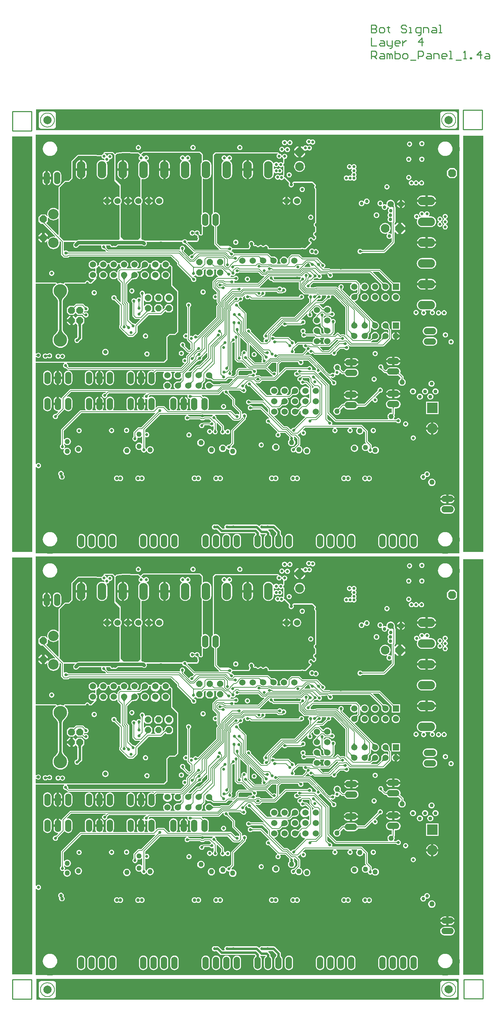
<source format=gbl>
G04 Layer_Physical_Order=4*
G04 Layer_Color=16711680*
%FSLAX25Y25*%
%MOIN*%
G70*
G01*
G75*
%ADD10C,0.00700*%
G04:AMPARAMS|DCode=11|XSize=78.74mil|YSize=78.74mil|CornerRadius=39.37mil|HoleSize=0mil|Usage=FLASHONLY|Rotation=90.000|XOffset=0mil|YOffset=0mil|HoleType=Round|Shape=RoundedRectangle|*
%AMROUNDEDRECTD11*
21,1,0.07874,0.00000,0,0,90.0*
21,1,0.00000,0.07874,0,0,90.0*
1,1,0.07874,0.00000,0.00000*
1,1,0.07874,0.00000,0.00000*
1,1,0.07874,0.00000,0.00000*
1,1,0.07874,0.00000,0.00000*
%
%ADD11ROUNDEDRECTD11*%
%ADD12C,0.01000*%
%ADD13C,0.06496*%
%ADD47C,0.06000*%
%ADD67C,0.00800*%
%ADD68C,0.03200*%
%ADD69C,0.00600*%
%ADD70C,0.02400*%
%ADD77C,0.00750*%
%ADD83C,0.12992*%
%ADD84P,0.07144X8X292.5*%
%ADD85P,0.06605X8X22.5*%
%ADD86O,0.06000X0.12000*%
%ADD87C,0.10000*%
%ADD88P,0.07577X8X292.5*%
%ADD89O,0.16500X0.08250*%
%ADD90C,0.08400*%
%ADD91P,0.09092X8X112.5*%
%ADD92P,0.08226X8X22.5*%
%ADD93O,0.08250X0.16500*%
%ADD94R,0.10000X0.10000*%
%ADD95O,0.12000X0.06000*%
%ADD96P,0.09092X8X22.5*%
%ADD97C,0.05000*%
%ADD98R,0.05905X0.05905*%
%ADD99C,0.05905*%
%ADD100C,0.02900*%
%ADD101C,0.03369*%
%ADD102C,0.03000*%
%ADD103C,0.03762*%
%ADD104C,0.04156*%
G04:AMPARAMS|DCode=132|XSize=50mil|YSize=50mil|CornerRadius=25mil|HoleSize=0mil|Usage=FLASHONLY|Rotation=180.000|XOffset=0mil|YOffset=0mil|HoleType=Round|Shape=RoundedRectangle|*
%AMROUNDEDRECTD132*
21,1,0.05000,0.00000,0,0,180.0*
21,1,0.00000,0.05000,0,0,180.0*
1,1,0.05000,0.00000,0.00000*
1,1,0.05000,0.00000,0.00000*
1,1,0.05000,0.00000,0.00000*
1,1,0.05000,0.00000,0.00000*
%
%ADD132ROUNDEDRECTD132*%
G36*
X433783Y838150D02*
X27121D01*
Y858130D01*
X433783D01*
Y838150D01*
D02*
G37*
G36*
X102444Y814475D02*
Y789475D01*
X107444Y784475D01*
Y774415D01*
X106944Y774081D01*
X106438Y774291D01*
X105394Y774428D01*
X104350Y774291D01*
X103376Y773888D01*
X102541Y773246D01*
X101900Y772411D01*
X101497Y771438D01*
X101359Y770394D01*
X101497Y769349D01*
X101900Y768376D01*
X102541Y767541D01*
X103376Y766900D01*
X104350Y766497D01*
X105394Y766359D01*
X106438Y766497D01*
X106944Y766706D01*
X107444Y766372D01*
Y750741D01*
X107396Y750500D01*
X107444Y750258D01*
Y746741D01*
X107396Y746500D01*
X107444Y746258D01*
Y742741D01*
X107396Y742500D01*
X107444Y742258D01*
Y738741D01*
X107396Y738500D01*
X107444Y738258D01*
Y733812D01*
X106397Y732766D01*
X104644D01*
X104644Y732766D01*
X104644Y732766D01*
X67644D01*
X67644Y732766D01*
X66965Y732677D01*
X66333Y732415D01*
X65914Y732094D01*
X53610D01*
X53403Y732403D01*
X49594Y736212D01*
Y756144D01*
X49707Y756518D01*
X49823Y757694D01*
X49707Y758870D01*
X49594Y759243D01*
Y783225D01*
X55062Y788694D01*
X58812D01*
X62094Y791975D01*
Y808225D01*
X67562Y813694D01*
X81663D01*
X89368Y813324D01*
X89491Y813434D01*
X89955Y813178D01*
X90123Y812332D01*
X90664Y811521D01*
X91475Y810980D01*
X92431Y810790D01*
X92443Y810777D01*
X92553Y810304D01*
X92681Y809660D01*
X92243Y809300D01*
X91732Y809512D01*
X90394Y809688D01*
X89056Y809512D01*
X87809Y808995D01*
X86739Y808174D01*
X85917Y807103D01*
X85401Y805857D01*
X85224Y804519D01*
Y796269D01*
X85401Y794931D01*
X85917Y793684D01*
X86739Y792614D01*
X87809Y791792D01*
X89056Y791276D01*
X90394Y791100D01*
X91732Y791276D01*
X92978Y791792D01*
X94049Y792614D01*
X94870Y793684D01*
X95387Y794931D01*
X95563Y796269D01*
Y804519D01*
X95387Y805857D01*
X94870Y807103D01*
X94628Y807419D01*
X94892Y807844D01*
X95050Y807813D01*
X96006Y808003D01*
X96816Y808544D01*
X97358Y809355D01*
X97548Y810311D01*
X98035Y810424D01*
X98850Y810586D01*
X99660Y811127D01*
X100201Y811938D01*
X100392Y812894D01*
X100201Y813850D01*
X99660Y814660D01*
X98850Y815202D01*
X97894Y815392D01*
X96938Y815202D01*
X96127Y814660D01*
X95586Y813850D01*
X95487Y813353D01*
X95429Y813338D01*
X95401Y813336D01*
X94845Y813708D01*
X94739Y814244D01*
X94197Y815054D01*
X93387Y815596D01*
X92893Y815694D01*
X92943Y816194D01*
X100725D01*
X102444Y814475D01*
D02*
G37*
G36*
X259527Y815494D02*
X259027Y815160D01*
X258486Y814350D01*
X258296Y813394D01*
X258486Y812438D01*
X259027Y811627D01*
X259838Y811086D01*
X260794Y810896D01*
X261750Y811086D01*
X262560Y811627D01*
X263102Y812438D01*
X263159Y812726D01*
X263669D01*
X263786Y812138D01*
X264327Y811327D01*
X264744Y811049D01*
Y806936D01*
X264244Y806785D01*
X264160Y806910D01*
X263350Y807452D01*
X262394Y807642D01*
X261438Y807452D01*
X260627Y806910D01*
X260528Y806761D01*
X259927D01*
X259660Y807160D01*
X258850Y807702D01*
X257894Y807892D01*
X256938Y807702D01*
X256127Y807160D01*
X255671Y806477D01*
X255215Y806463D01*
X255124Y806490D01*
X254870Y807103D01*
X254049Y808174D01*
X252978Y808995D01*
X251732Y809512D01*
X250394Y809688D01*
X249056Y809512D01*
X247809Y808995D01*
X246739Y808174D01*
X245917Y807103D01*
X245401Y805857D01*
X245224Y804519D01*
Y796269D01*
X245401Y794931D01*
X245917Y793684D01*
X246739Y792614D01*
X247809Y791792D01*
X249056Y791276D01*
X250394Y791100D01*
X251732Y791276D01*
X252978Y791792D01*
X254049Y792614D01*
X254870Y793684D01*
X255387Y794931D01*
X255563Y796269D01*
Y797472D01*
X256063Y797624D01*
X256127Y797527D01*
X256938Y796986D01*
X257894Y796796D01*
X258850Y796986D01*
X259644Y797516D01*
X260438Y796986D01*
X261394Y796796D01*
X262350Y796986D01*
X263160Y797527D01*
X263702Y798338D01*
X263892Y799294D01*
X263702Y800250D01*
X263160Y801060D01*
X262350Y801602D01*
X261394Y801792D01*
X260438Y801602D01*
X259644Y801071D01*
X258850Y801602D01*
X257894Y801792D01*
X256938Y801602D01*
X256127Y801060D01*
X256063Y800964D01*
X255563Y801115D01*
Y803572D01*
X256063Y803724D01*
X256127Y803627D01*
X256938Y803086D01*
X257894Y802896D01*
X258850Y803086D01*
X259660Y803627D01*
X259759Y803776D01*
X260361D01*
X260627Y803377D01*
X261438Y802836D01*
X262394Y802646D01*
X263350Y802836D01*
X264160Y803377D01*
X264244Y803502D01*
X264744Y803351D01*
Y795205D01*
X264244Y794938D01*
X263850Y795202D01*
X262894Y795392D01*
X261938Y795202D01*
X261219Y794722D01*
X261060Y794960D01*
X260250Y795502D01*
X259294Y795692D01*
X258338Y795502D01*
X257527Y794960D01*
X256986Y794150D01*
X256796Y793194D01*
X256986Y792238D01*
X257527Y791427D01*
X258338Y790886D01*
X259294Y790696D01*
X260250Y790886D01*
X260968Y791366D01*
X261127Y791127D01*
X261938Y790586D01*
X262894Y790396D01*
X263850Y790586D01*
X264660Y791127D01*
X265201Y791938D01*
X265222Y792040D01*
X265700Y792185D01*
X270130Y787756D01*
X270357Y787256D01*
X270086Y786850D01*
X269896Y785894D01*
X270086Y784938D01*
X270627Y784127D01*
X271438Y783586D01*
X272394Y783396D01*
X273350Y783586D01*
X274160Y784127D01*
X274701Y784938D01*
X274892Y785894D01*
X274701Y786850D01*
X274430Y787256D01*
X274697Y787756D01*
X292699D01*
X293049Y787406D01*
X293143Y787243D01*
X295067Y785319D01*
X294586Y784600D01*
X294396Y783644D01*
X294586Y782688D01*
X295127Y781877D01*
X295369Y781716D01*
Y749655D01*
X294627Y749160D01*
X294086Y748350D01*
X293896Y747394D01*
X294086Y746438D01*
X294627Y745627D01*
X295369Y745132D01*
Y740787D01*
X294938Y740702D01*
X294127Y740160D01*
X293586Y739350D01*
X293396Y738394D01*
X293586Y737438D01*
X294127Y736627D01*
X294938Y736086D01*
X295369Y736000D01*
Y734520D01*
X294242Y733393D01*
X293763Y733538D01*
X293702Y733850D01*
X293160Y734660D01*
X292350Y735202D01*
X291394Y735392D01*
X290438Y735202D01*
X289627Y734660D01*
X289086Y733850D01*
X288896Y732894D01*
X289086Y731938D01*
X289627Y731127D01*
X290438Y730586D01*
X290749Y730524D01*
X290894Y730046D01*
X285642Y724794D01*
X284460D01*
X283850Y725202D01*
X282894Y725392D01*
X281938Y725202D01*
X281327Y724794D01*
X250902D01*
X250572Y725170D01*
X250601Y725394D01*
X250509Y726094D01*
X250239Y726748D01*
X249808Y727308D01*
X249248Y727739D01*
X248594Y728009D01*
X247894Y728101D01*
X247193Y728009D01*
X246540Y727739D01*
X245979Y727308D01*
X245698Y726942D01*
X245622Y726910D01*
X245165D01*
X245090Y726942D01*
X244808Y727308D01*
X244248Y727739D01*
X243595Y728009D01*
X242894Y728101D01*
X242193Y728009D01*
X241540Y727739D01*
X240979Y727308D01*
X240698Y726942D01*
X240622Y726910D01*
X240165D01*
X240090Y726942D01*
X239808Y727308D01*
X239247Y727739D01*
X238595Y728009D01*
X237894Y728101D01*
X237193Y728009D01*
X237106Y727973D01*
X236723Y728356D01*
X236759Y728443D01*
X236851Y729144D01*
X236759Y729845D01*
X236489Y730498D01*
X236058Y731058D01*
X235497Y731489D01*
X234844Y731759D01*
X234144Y731851D01*
X233443Y731759D01*
X232790Y731489D01*
X232229Y731058D01*
X231799Y730498D01*
X231528Y729845D01*
X231436Y729144D01*
X231528Y728443D01*
X231799Y727790D01*
X232229Y727229D01*
X232358Y727131D01*
X231836Y726350D01*
X231646Y725394D01*
X231688Y725180D01*
X231371Y724794D01*
X215695D01*
X215614Y725204D01*
X215072Y726015D01*
X214262Y726556D01*
X213306Y726746D01*
X213211Y726728D01*
X212645Y727294D01*
X203612D01*
X201071Y729835D01*
Y745655D01*
X201661Y745900D01*
X202497Y746541D01*
X203138Y747376D01*
X203541Y748350D01*
X203678Y749394D01*
Y755394D01*
X203541Y756438D01*
X203138Y757411D01*
X202497Y758247D01*
X201661Y758888D01*
X200688Y759291D01*
X199644Y759428D01*
X198600Y759291D01*
X198334Y759181D01*
X197919Y759459D01*
Y785139D01*
X197951Y785188D01*
X198142Y786144D01*
X197951Y787100D01*
X197919Y787149D01*
Y814392D01*
X199520Y815994D01*
X259375D01*
X259527Y815494D01*
D02*
G37*
G36*
X186194Y814721D02*
Y807464D01*
X185917Y807103D01*
X185401Y805857D01*
X185224Y804519D01*
Y796269D01*
X185401Y794931D01*
X185917Y793684D01*
X186194Y793324D01*
Y757468D01*
X186150Y757411D01*
X185747Y756438D01*
X185609Y755394D01*
Y749394D01*
X185747Y748350D01*
X186150Y747376D01*
X186194Y747319D01*
Y738302D01*
X185753Y738066D01*
X185550Y738202D01*
X184642Y738382D01*
X184586Y738402D01*
X184261Y738835D01*
X184392Y739494D01*
X184202Y740450D01*
X183660Y741260D01*
X182850Y741802D01*
X181894Y741992D01*
X180938Y741802D01*
X180127Y741260D01*
X179844Y740836D01*
X179243D01*
X178960Y741260D01*
X178150Y741802D01*
X177194Y741992D01*
X176238Y741802D01*
X175427Y741260D01*
X174886Y740450D01*
X174696Y739494D01*
X174886Y738538D01*
X175427Y737727D01*
X176238Y737186D01*
X177194Y736996D01*
X178150Y737186D01*
X178960Y737727D01*
X179243Y738151D01*
X179844D01*
X180127Y737727D01*
X180938Y737186D01*
X181846Y737005D01*
X181901Y736986D01*
X182227Y736552D01*
X182096Y735894D01*
X182286Y734938D01*
X182758Y734231D01*
X182336Y733600D01*
X182146Y732644D01*
X182178Y732480D01*
X181861Y732094D01*
X172172D01*
X171660Y732860D01*
X170850Y733402D01*
X169894Y733592D01*
X168938Y733402D01*
X168127Y732860D01*
X167615Y732094D01*
X148261D01*
X148100Y732202D01*
X147144Y732392D01*
X146188Y732202D01*
X146026Y732094D01*
X131873D01*
X131455Y732415D01*
X130822Y732677D01*
X130144Y732766D01*
X130144Y732766D01*
X129390D01*
X128344Y733812D01*
Y734859D01*
X128386Y734922D01*
X128463Y735312D01*
Y766372D01*
X128444Y766471D01*
Y766571D01*
X128405Y766664D01*
X128386Y766762D01*
X128344Y766825D01*
Y767667D01*
X128888Y768376D01*
X129291Y769349D01*
X129428Y770394D01*
X129291Y771438D01*
X128888Y772411D01*
X128344Y773120D01*
Y773962D01*
X128386Y774025D01*
X128405Y774124D01*
X128444Y774216D01*
Y774317D01*
X128463Y774415D01*
Y791071D01*
X128879Y791349D01*
X129056Y791276D01*
X130394Y791100D01*
X131732Y791276D01*
X132978Y791792D01*
X134049Y792614D01*
X134870Y793684D01*
X135387Y794931D01*
X135563Y796269D01*
Y804519D01*
X135387Y805857D01*
X134870Y807103D01*
X134049Y808174D01*
X133321Y808732D01*
X133446Y809267D01*
X133824Y809342D01*
X134634Y809883D01*
X135176Y810694D01*
X135366Y811650D01*
X135176Y812606D01*
X134634Y813416D01*
X133824Y813958D01*
X132868Y814148D01*
X131912Y813958D01*
X131101Y813416D01*
X130793Y812955D01*
X130192D01*
X129884Y813416D01*
X129074Y813958D01*
X128344Y814103D01*
Y814721D01*
X130062Y816440D01*
X184475D01*
X186194Y814721D01*
D02*
G37*
G36*
X125033Y816030D02*
X126849Y814214D01*
X126800Y813716D01*
X126351Y813416D01*
X125810Y812606D01*
X125620Y811650D01*
X125810Y810694D01*
X126351Y809883D01*
X127162Y809342D01*
X127444Y809286D01*
Y808715D01*
X126739Y808174D01*
X125917Y807103D01*
X125401Y805857D01*
X125224Y804519D01*
Y796269D01*
X125401Y794931D01*
X125917Y793684D01*
X126739Y792614D01*
X127444Y792072D01*
Y774415D01*
X126944Y774081D01*
X126438Y774291D01*
X125394Y774428D01*
X124349Y774291D01*
X123376Y773888D01*
X122541Y773246D01*
X121900Y772411D01*
X121497Y771438D01*
X121359Y770394D01*
X121497Y769349D01*
X121900Y768376D01*
X122541Y767541D01*
X123376Y766900D01*
X124349Y766497D01*
X125394Y766359D01*
X126438Y766497D01*
X126944Y766706D01*
X127444Y766372D01*
Y735312D01*
X125100Y732969D01*
X111312D01*
X108463Y735818D01*
Y738258D01*
X108444Y738357D01*
Y738457D01*
X108435Y738500D01*
X108444Y738542D01*
Y738643D01*
X108463Y738741D01*
Y742258D01*
X108444Y742357D01*
Y742457D01*
X108435Y742500D01*
X108444Y742542D01*
Y742642D01*
X108463Y742741D01*
Y746258D01*
X108444Y746357D01*
Y746457D01*
X108435Y746500D01*
X108444Y746542D01*
Y746642D01*
X108463Y746741D01*
Y750258D01*
X108444Y750357D01*
Y750457D01*
X108435Y750500D01*
X108444Y750542D01*
Y750642D01*
X108463Y750741D01*
Y766372D01*
X108444Y766471D01*
Y766571D01*
X108405Y766664D01*
X108386Y766762D01*
X108344Y766825D01*
Y767667D01*
X108888Y768376D01*
X109291Y769349D01*
X109428Y770394D01*
X109291Y771438D01*
X108888Y772411D01*
X108344Y773120D01*
Y773962D01*
X108386Y774025D01*
X108405Y774124D01*
X108444Y774216D01*
Y774317D01*
X108463Y774415D01*
Y784475D01*
X108386Y784865D01*
X108344Y784928D01*
Y785812D01*
X103463Y790693D01*
Y814142D01*
X105040Y815719D01*
X110763Y816105D01*
X125033Y816030D01*
D02*
G37*
G36*
X35509Y749312D02*
X35428Y749295D01*
X35370Y749266D01*
X35336Y749225D01*
X35324Y749173D01*
X35336Y749110D01*
X35370Y749035D01*
X35428Y748948D01*
X35509Y748850D01*
X35613Y748740D01*
X34482D01*
X34366Y748850D01*
X34252Y748948D01*
X34137Y749035D01*
X34023Y749110D01*
X33910Y749173D01*
X33797Y749225D01*
X33685Y749266D01*
X33573Y749295D01*
X33461Y749312D01*
X33350Y749318D01*
X35613D01*
X35509Y749312D01*
D02*
G37*
G36*
X200365Y746517D02*
X200297Y746490D01*
X200238Y746445D01*
X200186Y746382D01*
X200143Y746302D01*
X200107Y746203D01*
X200079Y746087D01*
X200060Y745953D01*
X200048Y745801D01*
X200044Y745631D01*
X199244D01*
X199240Y745801D01*
X199228Y745953D01*
X199208Y746087D01*
X199180Y746203D01*
X199145Y746302D01*
X199101Y746382D01*
X199049Y746445D01*
X198990Y746490D01*
X198923Y746517D01*
X198847Y746525D01*
X200440D01*
X200365Y746517D01*
D02*
G37*
G36*
X39531Y753431D02*
X40444Y752681D01*
X41486Y752124D01*
X42617Y751781D01*
X43794Y751665D01*
X44970Y751781D01*
X46101Y752124D01*
X47143Y752681D01*
X48057Y753431D01*
X48103Y753487D01*
X48574Y753319D01*
Y737885D01*
X48112Y737694D01*
X36878Y748928D01*
X38494Y750544D01*
Y753906D01*
X38994Y754085D01*
X39531Y753431D01*
D02*
G37*
G36*
X433966Y431821D02*
X26821D01*
Y514584D01*
X27321Y514736D01*
X27527Y514427D01*
X28338Y513886D01*
X29294Y513696D01*
X30250Y513886D01*
X31060Y514427D01*
X31602Y515238D01*
X31792Y516194D01*
X31602Y517150D01*
X31060Y517960D01*
X30250Y518502D01*
X29294Y518692D01*
X28338Y518502D01*
X27527Y517960D01*
X27321Y517651D01*
X26821Y517803D01*
Y614974D01*
X54082D01*
X54137Y614893D01*
X54008Y614214D01*
X53627Y613960D01*
X53086Y613150D01*
X52896Y612194D01*
X53086Y611238D01*
X53627Y610427D01*
X54438Y609886D01*
X55099Y609754D01*
X55161Y609735D01*
X55233Y609728D01*
X55394Y609696D01*
X55426Y609702D01*
X55631Y609669D01*
X55730Y609646D01*
X55820Y609620D01*
X55888Y609595D01*
X55934Y609574D01*
X55945Y609567D01*
X57056Y608457D01*
X57486Y608169D01*
X57994Y608068D01*
X140140D01*
X140332Y607606D01*
X139700Y606975D01*
X138938Y607291D01*
X137894Y607428D01*
X136849Y607291D01*
X135876Y606888D01*
X135041Y606247D01*
X134400Y605411D01*
X133997Y604438D01*
X133859Y603394D01*
Y597394D01*
X133997Y596349D01*
X134400Y595376D01*
X135041Y594541D01*
X135876Y593900D01*
X136849Y593497D01*
X137894Y593359D01*
X138938Y593497D01*
X139911Y593900D01*
X140746Y594541D01*
X141388Y595376D01*
X141791Y596349D01*
X141928Y597394D01*
Y603394D01*
X141791Y604438D01*
X141534Y605059D01*
X142843Y606368D01*
X149860D01*
X149976Y606089D01*
X150023Y605868D01*
X149612Y605253D01*
X149315Y604536D01*
X149164Y603776D01*
Y603388D01*
X149084Y602916D01*
X149133Y601960D01*
X149386Y601037D01*
X149833Y600190D01*
X150451Y599459D01*
X151212Y598879D01*
X152080Y598476D01*
X153015Y598270D01*
X153494Y598270D01*
X153920D01*
X154757Y598436D01*
X155545Y598763D01*
X156254Y599237D01*
X156858Y599840D01*
X157332Y600549D01*
X157658Y601337D01*
X157825Y602174D01*
Y603420D01*
X157658Y604257D01*
X157332Y605045D01*
X156858Y605755D01*
X156744Y605868D01*
X156951Y606368D01*
X160467D01*
X160628Y605895D01*
X160435Y605747D01*
X159794Y604911D01*
X159391Y603938D01*
X159253Y602894D01*
X159391Y601850D01*
X159794Y600876D01*
X160435Y600041D01*
X161270Y599400D01*
X162243Y598997D01*
X163288Y598859D01*
X164332Y598997D01*
X165305Y599400D01*
X166140Y600041D01*
X166568Y600598D01*
X167068Y600428D01*
Y598549D01*
X165730Y597211D01*
X165680Y597182D01*
X165568Y597135D01*
X165397Y597082D01*
X165171Y597032D01*
X164916Y596991D01*
X163768Y596914D01*
X163400Y596913D01*
X163288Y596928D01*
X162243Y596791D01*
X161270Y596388D01*
X160435Y595747D01*
X159794Y594911D01*
X159391Y593938D01*
X159253Y592894D01*
X159391Y591850D01*
X159794Y590876D01*
X160375Y590119D01*
X160241Y589619D01*
X156334D01*
X156201Y590119D01*
X156782Y590876D01*
X157185Y591850D01*
X157322Y592894D01*
X157185Y593938D01*
X156782Y594911D01*
X156140Y595747D01*
X155305Y596388D01*
X154332Y596791D01*
X153288Y596928D01*
X152243Y596791D01*
X151270Y596388D01*
X150435Y595747D01*
X149794Y594911D01*
X149391Y593938D01*
X149253Y592894D01*
X149391Y591850D01*
X149794Y590876D01*
X150375Y590119D01*
X150241Y589619D01*
X60294D01*
X59786Y589518D01*
X59356Y589231D01*
X51956Y581831D01*
X51669Y581401D01*
X51585Y580976D01*
X51358Y580866D01*
X51068Y580827D01*
X50747Y581247D01*
X49911Y581888D01*
X49094Y582226D01*
Y575394D01*
X47894D01*
Y574194D01*
X43859D01*
Y572394D01*
X43997Y571349D01*
X44400Y570376D01*
X45041Y569541D01*
X45876Y568900D01*
X46850Y568497D01*
X47894Y568359D01*
X48149Y568393D01*
X48370Y567944D01*
X46274Y565849D01*
X46274Y565849D01*
X46240Y565835D01*
X46186Y565818D01*
X46112Y565800D01*
X46030Y565787D01*
X45757Y565765D01*
X45730Y565765D01*
X45594Y565792D01*
X44638Y565602D01*
X43827Y565060D01*
X43286Y564250D01*
X43096Y563294D01*
X43286Y562338D01*
X43827Y561527D01*
X44638Y560986D01*
X45594Y560796D01*
X46550Y560986D01*
X47360Y561527D01*
X47901Y562338D01*
X48092Y563294D01*
X48067Y563417D01*
X48074Y563614D01*
X48084Y563717D01*
X48100Y563812D01*
X48118Y563886D01*
X48135Y563940D01*
X48149Y563974D01*
X48149Y563974D01*
X53831Y569657D01*
X54059Y569999D01*
X54430Y570083D01*
X54627Y570080D01*
X55041Y569541D01*
X55876Y568900D01*
X56849Y568497D01*
X57894Y568359D01*
X58938Y568497D01*
X59911Y568900D01*
X60747Y569541D01*
X61388Y570376D01*
X61791Y571349D01*
X61928Y572394D01*
Y578394D01*
X61791Y579438D01*
X61388Y580411D01*
X60747Y581247D01*
X59911Y581888D01*
X58938Y582291D01*
X57894Y582428D01*
X56876Y582294D01*
X56837Y582327D01*
X56638Y582764D01*
X60843Y586968D01*
X93940D01*
X94132Y586506D01*
X93674Y586049D01*
X93674Y586049D01*
X93640Y586035D01*
X93586Y586018D01*
X93512Y586000D01*
X93430Y585987D01*
X93157Y585965D01*
X93130Y585964D01*
X92994Y585992D01*
X92038Y585802D01*
X91227Y585260D01*
X90686Y584450D01*
X90496Y583494D01*
X90686Y582538D01*
X91227Y581727D01*
X92038Y581186D01*
X92994Y580996D01*
X93950Y581186D01*
X94760Y581727D01*
X95302Y582538D01*
X95492Y583494D01*
X95467Y583617D01*
X95473Y583814D01*
X95484Y583917D01*
X95500Y584012D01*
X95518Y584086D01*
X95535Y584140D01*
X95549Y584174D01*
X95549Y584174D01*
X96843Y585468D01*
X132826D01*
X132876Y584968D01*
X132038Y584802D01*
X131227Y584260D01*
X130686Y583450D01*
X130496Y582494D01*
X130595Y581993D01*
X130142Y581711D01*
X129911Y581888D01*
X129094Y582226D01*
Y576594D01*
X131928D01*
Y578394D01*
X131791Y579438D01*
X131612Y579869D01*
X132016Y580200D01*
X132038Y580186D01*
X132994Y579996D01*
X133749Y580146D01*
X134125Y579747D01*
X133997Y579438D01*
X133859Y578394D01*
Y572394D01*
X133997Y571349D01*
X134400Y570376D01*
X134826Y569821D01*
X134579Y569321D01*
X131208D01*
X130962Y569821D01*
X131388Y570376D01*
X131791Y571349D01*
X131928Y572394D01*
Y574194D01*
X127894D01*
X123859D01*
Y572394D01*
X123997Y571349D01*
X124400Y570376D01*
X124826Y569821D01*
X124579Y569321D01*
X121208D01*
X120962Y569821D01*
X121388Y570376D01*
X121791Y571349D01*
X121928Y572394D01*
Y578394D01*
X121791Y579438D01*
X121388Y580411D01*
X120747Y581247D01*
X119911Y581888D01*
X118938Y582291D01*
X117894Y582428D01*
X116850Y582291D01*
X115876Y581888D01*
X115041Y581247D01*
X114400Y580411D01*
X113997Y579438D01*
X113859Y578394D01*
Y572394D01*
X113997Y571349D01*
X114400Y570376D01*
X114826Y569821D01*
X114579Y569321D01*
X101208D01*
X100962Y569821D01*
X101388Y570376D01*
X101791Y571349D01*
X101928Y572394D01*
Y578394D01*
X101791Y579438D01*
X101388Y580411D01*
X100747Y581247D01*
X99911Y581888D01*
X98938Y582291D01*
X97894Y582428D01*
X96850Y582291D01*
X95876Y581888D01*
X95041Y581247D01*
X94400Y580411D01*
X93997Y579438D01*
X93859Y578394D01*
Y572394D01*
X93997Y571349D01*
X94400Y570376D01*
X94826Y569821D01*
X94579Y569321D01*
X91208D01*
X90962Y569821D01*
X91388Y570376D01*
X91791Y571349D01*
X91928Y572394D01*
Y574194D01*
X87894D01*
X83859D01*
Y572394D01*
X83997Y571349D01*
X84400Y570376D01*
X84826Y569821D01*
X84579Y569321D01*
X81208D01*
X80962Y569821D01*
X81388Y570376D01*
X81791Y571349D01*
X81928Y572394D01*
Y578394D01*
X81791Y579438D01*
X81388Y580411D01*
X80747Y581247D01*
X79911Y581888D01*
X78938Y582291D01*
X77894Y582428D01*
X76850Y582291D01*
X75876Y581888D01*
X75041Y581247D01*
X74400Y580411D01*
X73997Y579438D01*
X73859Y578394D01*
Y572394D01*
X73997Y571349D01*
X74400Y570376D01*
X74826Y569821D01*
X74579Y569321D01*
X70094D01*
X70094Y569321D01*
X69547Y569212D01*
X69084Y568903D01*
X51384Y551203D01*
X51075Y550740D01*
X50966Y550194D01*
X50966Y550194D01*
Y536600D01*
X50960Y536575D01*
X50947Y536538D01*
X50927Y536494D01*
X50898Y536441D01*
X50858Y536381D01*
X50807Y536313D01*
X50743Y536238D01*
X50740Y536235D01*
X50627Y536160D01*
X50086Y535350D01*
X49896Y534394D01*
X50086Y533438D01*
X50627Y532627D01*
X51438Y532086D01*
X52394Y531896D01*
X53350Y532086D01*
X53728Y532338D01*
X54074Y531969D01*
X53837Y531659D01*
X53484Y530807D01*
X53364Y529894D01*
X53484Y528980D01*
X53837Y528129D01*
X54397Y527397D01*
X55129Y526836D01*
X55980Y526484D01*
X56894Y526364D01*
X57807Y526484D01*
X58659Y526836D01*
X59390Y527397D01*
X59951Y528129D01*
X60304Y528980D01*
X60424Y529894D01*
X60304Y530807D01*
X59951Y531659D01*
X59390Y532390D01*
X58659Y532951D01*
X57807Y533304D01*
X56894Y533424D01*
X55980Y533304D01*
X55129Y532951D01*
X54819Y532713D01*
X54449Y533060D01*
X54702Y533438D01*
X54892Y534394D01*
X54702Y535350D01*
X54160Y536160D01*
X54048Y536235D01*
X54045Y536238D01*
X53980Y536313D01*
X53929Y536381D01*
X53896Y536431D01*
X53892Y536455D01*
X53956Y536723D01*
X54101Y536803D01*
X54120Y536809D01*
X54467Y536828D01*
X54527Y536812D01*
X55235Y536270D01*
X56086Y535917D01*
X57000Y535796D01*
X57913Y535917D01*
X58765Y536270D01*
X59496Y536831D01*
X60057Y537562D01*
X60410Y538413D01*
X60530Y539327D01*
X60410Y540240D01*
X60057Y541092D01*
X59496Y541823D01*
X58765Y542384D01*
X57913Y542737D01*
X57000Y542857D01*
X56086Y542737D01*
X55235Y542384D01*
X54504Y541823D01*
X54321Y541585D01*
X53821Y541755D01*
Y549602D01*
X70685Y566466D01*
X140394D01*
X140394Y566466D01*
X140940Y566575D01*
X141269Y566795D01*
X141588Y566406D01*
X128102Y552921D01*
X125694D01*
X125694Y552921D01*
X125147Y552812D01*
X124684Y552503D01*
X124684Y552503D01*
X121134Y548953D01*
X120825Y548490D01*
X120716Y547944D01*
X120716Y547944D01*
Y544100D01*
X120710Y544075D01*
X120697Y544038D01*
X120677Y543994D01*
X120648Y543941D01*
X120608Y543881D01*
X120557Y543813D01*
X120492Y543738D01*
X120490Y543735D01*
X120377Y543660D01*
X119836Y542850D01*
X119646Y541894D01*
X119836Y540938D01*
X120377Y540127D01*
X121188Y539586D01*
X122144Y539396D01*
X123100Y539586D01*
X123910Y540127D01*
X124451Y540938D01*
X124642Y541894D01*
X124481Y542701D01*
X124790Y543031D01*
X124877Y543078D01*
X125105Y542984D01*
X126019Y542864D01*
X126932Y542984D01*
X127784Y543336D01*
X128515Y543897D01*
X128666Y544095D01*
X129166Y543925D01*
Y537307D01*
X128666Y537137D01*
X128583Y537246D01*
X127852Y537807D01*
X127000Y538160D01*
X126087Y538280D01*
X125173Y538160D01*
X124322Y537807D01*
X123591Y537246D01*
X123029Y536515D01*
X122677Y535663D01*
X122556Y534750D01*
X122677Y533836D01*
X123029Y532985D01*
X123591Y532254D01*
X124322Y531693D01*
X125173Y531340D01*
X126087Y531219D01*
X127000Y531340D01*
X127670Y531617D01*
X128118Y531305D01*
X128096Y531194D01*
X128286Y530238D01*
X128827Y529427D01*
X129638Y528886D01*
X130594Y528696D01*
X131550Y528886D01*
X132360Y529427D01*
X132860Y530175D01*
X133132Y530207D01*
X133398Y530171D01*
X133675Y529504D01*
X134236Y528772D01*
X134967Y528211D01*
X135818Y527859D01*
X136732Y527739D01*
X137645Y527859D01*
X138497Y528211D01*
X139228Y528772D01*
X139789Y529504D01*
X140142Y530355D01*
X140262Y531269D01*
X140142Y532182D01*
X139789Y533034D01*
X139228Y533765D01*
X138497Y534326D01*
X137645Y534679D01*
X136732Y534799D01*
X135818Y534679D01*
X134967Y534326D01*
X134236Y533765D01*
X133675Y533034D01*
X133365Y532287D01*
X133215Y532243D01*
X133027Y532227D01*
X132831Y532256D01*
X132360Y532960D01*
X132248Y533035D01*
X132245Y533038D01*
X132180Y533113D01*
X132129Y533181D01*
X132089Y533241D01*
X132060Y533294D01*
X132040Y533338D01*
X132027Y533375D01*
X132021Y533400D01*
Y543301D01*
X132462Y543536D01*
X132538Y543486D01*
X133494Y543296D01*
X134450Y543486D01*
X135260Y544027D01*
X135801Y544838D01*
X135992Y545794D01*
X135801Y546750D01*
X135260Y547560D01*
X134450Y548102D01*
X133494Y548292D01*
X132538Y548102D01*
X132462Y548051D01*
X132021Y548287D01*
Y550540D01*
X146298Y564816D01*
X147191D01*
X147191Y564816D01*
X147443Y564866D01*
X171714D01*
X171763Y564366D01*
X171438Y564302D01*
X170627Y563760D01*
X170086Y562950D01*
X169896Y561994D01*
X170086Y561038D01*
X170627Y560227D01*
X171438Y559686D01*
X172394Y559496D01*
X173350Y559686D01*
X174160Y560227D01*
X174235Y560340D01*
X174238Y560343D01*
X174313Y560407D01*
X174381Y560459D01*
X174441Y560498D01*
X174494Y560527D01*
X174538Y560547D01*
X174575Y560560D01*
X174600Y560566D01*
X184455D01*
X184887Y560134D01*
X184887Y560134D01*
X185350Y559825D01*
X185896Y559716D01*
X185896Y559716D01*
X188091D01*
X188091Y559716D01*
X188638Y559825D01*
X189101Y560134D01*
X189533Y560566D01*
X193802D01*
X195455Y558914D01*
X195309Y558436D01*
X195138Y558402D01*
X194327Y557860D01*
X194258Y557756D01*
X194114Y557621D01*
X194033Y557556D01*
X193955Y557500D01*
X193890Y557459D01*
X193840Y557433D01*
X193806Y557419D01*
X193806Y557419D01*
X187794D01*
X187286Y557318D01*
X186926Y557077D01*
X186891Y557056D01*
X186883Y557049D01*
X186856Y557031D01*
X186831Y557006D01*
X186776Y557015D01*
X186689Y557013D01*
X186294Y557092D01*
X185338Y556902D01*
X184527Y556360D01*
X183986Y555550D01*
X183796Y554594D01*
X183986Y553638D01*
X184527Y552827D01*
X185338Y552286D01*
X186294Y552096D01*
X187250Y552286D01*
X188060Y552827D01*
X188602Y553638D01*
X188792Y554594D01*
X188935Y554768D01*
X193806D01*
X193806Y554768D01*
X193840Y554754D01*
X193890Y554728D01*
X193955Y554688D01*
X194022Y554639D01*
X194231Y554461D01*
X194250Y554443D01*
X194327Y554327D01*
X195138Y553786D01*
X196094Y553596D01*
X197050Y553786D01*
X197325Y553970D01*
X197766Y553734D01*
Y550900D01*
X197760Y550875D01*
X197747Y550838D01*
X197727Y550794D01*
X197698Y550741D01*
X197659Y550681D01*
X197607Y550613D01*
X197543Y550538D01*
X197540Y550535D01*
X197427Y550460D01*
X196886Y549650D01*
X196818Y549311D01*
X196309D01*
X196202Y549850D01*
X195660Y550660D01*
X194850Y551202D01*
X193894Y551392D01*
X192938Y551202D01*
X192127Y550660D01*
X191586Y549850D01*
X191396Y548894D01*
X191586Y547938D01*
X192127Y547127D01*
X192938Y546586D01*
X193894Y546396D01*
X194850Y546586D01*
X195660Y547127D01*
X196202Y547938D01*
X196269Y548276D01*
X196779D01*
X196886Y547738D01*
X197427Y546927D01*
X198238Y546386D01*
X199194Y546196D01*
X200150Y546386D01*
X200960Y546927D01*
X201501Y547738D01*
X201692Y548694D01*
X201501Y549650D01*
X200960Y550460D01*
X200848Y550535D01*
X200845Y550538D01*
X200780Y550613D01*
X200729Y550681D01*
X200689Y550741D01*
X200660Y550794D01*
X200640Y550838D01*
X200627Y550875D01*
X200621Y550900D01*
Y557085D01*
X200883Y557253D01*
X201109Y557304D01*
X205168Y553245D01*
Y550782D01*
X205168Y550781D01*
X205154Y550748D01*
X205128Y550697D01*
X205088Y550632D01*
X205040Y550565D01*
X204861Y550356D01*
X204843Y550337D01*
X204727Y550260D01*
X204186Y549450D01*
X203996Y548494D01*
X204186Y547538D01*
X204727Y546727D01*
X205538Y546186D01*
X206494Y545996D01*
X207450Y546186D01*
X208260Y546727D01*
X208660Y547326D01*
X209235Y547361D01*
X209238Y547360D01*
X209527Y546927D01*
X210338Y546386D01*
X211294Y546196D01*
X212250Y546386D01*
X213060Y546927D01*
X213601Y547738D01*
X213792Y548694D01*
X213601Y549650D01*
X213060Y550460D01*
X212250Y551002D01*
X211294Y551192D01*
X210338Y551002D01*
X209527Y550460D01*
X209128Y549862D01*
X208552Y549826D01*
X208549Y549827D01*
X208260Y550260D01*
X208156Y550330D01*
X208021Y550474D01*
X207956Y550554D01*
X207900Y550632D01*
X207859Y550698D01*
X207833Y550748D01*
X207819Y550781D01*
X207819Y550782D01*
Y553794D01*
X207718Y554301D01*
X207431Y554731D01*
X200549Y561613D01*
X200549Y561613D01*
X200535Y561647D01*
X200518Y561701D01*
X200500Y561776D01*
X200487Y561857D01*
X200465Y562131D01*
X200465Y562157D01*
X200492Y562294D01*
X200302Y563250D01*
X199760Y564060D01*
X199077Y564516D01*
X199229Y565016D01*
X210952D01*
X216234Y559734D01*
X216234Y559734D01*
X216697Y559425D01*
X217244Y559316D01*
X217244Y559316D01*
X222044D01*
X222044Y559316D01*
X222590Y559425D01*
X223053Y559734D01*
X224653Y561334D01*
X224653Y561334D01*
X224962Y561797D01*
X225020Y562087D01*
X225527Y562227D01*
X225632Y562158D01*
X225767Y562014D01*
X225832Y561933D01*
X225888Y561855D01*
X225928Y561790D01*
X225954Y561740D01*
X225968Y561706D01*
X225968Y561706D01*
Y561643D01*
X215206Y550881D01*
X214919Y550451D01*
X214818Y549944D01*
Y538193D01*
X213074Y536449D01*
X213074Y536449D01*
X213040Y536435D01*
X212986Y536418D01*
X212912Y536400D01*
X212830Y536387D01*
X212557Y536365D01*
X212530Y536365D01*
X212394Y536392D01*
X211438Y536202D01*
X210627Y535660D01*
X210086Y534850D01*
X210062Y534730D01*
X209810Y534643D01*
X209534Y534638D01*
X209028Y535297D01*
X208297Y535858D01*
X207445Y536211D01*
X206532Y536331D01*
X205618Y536211D01*
X204767Y535858D01*
X204035Y535297D01*
X203474Y534566D01*
X203122Y533714D01*
X203001Y532801D01*
X203122Y531887D01*
X203474Y531036D01*
X204035Y530304D01*
X204767Y529743D01*
X205618Y529391D01*
X206532Y529271D01*
X207445Y529391D01*
X208297Y529743D01*
X209028Y530304D01*
X209589Y531036D01*
X209942Y531887D01*
X209982Y532193D01*
X210502Y532315D01*
X210627Y532127D01*
X211438Y531586D01*
X212394Y531396D01*
X212566Y531430D01*
X212883Y531043D01*
X212734Y530682D01*
X212614Y529769D01*
X212734Y528855D01*
X213087Y528004D01*
X213648Y527273D01*
X214379Y526712D01*
X215230Y526359D01*
X216144Y526238D01*
X217057Y526359D01*
X217909Y526712D01*
X218640Y527273D01*
X219201Y528004D01*
X219554Y528855D01*
X219674Y529769D01*
X219554Y530682D01*
X219201Y531534D01*
X218640Y532265D01*
X217909Y532826D01*
X217057Y533179D01*
X216144Y533299D01*
X215260Y533183D01*
X215181Y533177D01*
X214810Y533482D01*
X214892Y533894D01*
X214867Y534017D01*
X214874Y534214D01*
X214884Y534317D01*
X214900Y534412D01*
X214918Y534486D01*
X214935Y534540D01*
X214949Y534574D01*
X214949Y534574D01*
X217081Y536706D01*
X217368Y537137D01*
X217469Y537644D01*
Y549395D01*
X228231Y560156D01*
X228518Y560587D01*
X228619Y561094D01*
Y561706D01*
X228619Y561706D01*
X228633Y561740D01*
X228659Y561790D01*
X228700Y561855D01*
X228748Y561922D01*
X228926Y562131D01*
X228944Y562150D01*
X229060Y562227D01*
X229602Y563038D01*
X229792Y563994D01*
X229602Y564950D01*
X229060Y565760D01*
X228250Y566302D01*
X227294Y566492D01*
X226338Y566302D01*
X225571Y565789D01*
X225071Y565909D01*
Y567694D01*
X225071Y567694D01*
X224962Y568240D01*
X224653Y568703D01*
X218421Y574935D01*
Y579694D01*
X218421Y579694D01*
X218313Y580240D01*
X218003Y580703D01*
X218003Y580703D01*
X212363Y586343D01*
X212350Y586365D01*
X212333Y586400D01*
X212316Y586446D01*
X212299Y586503D01*
X212284Y586574D01*
X212273Y586659D01*
X212265Y586757D01*
X212265Y586761D01*
X212292Y586894D01*
X212148Y587618D01*
X212478Y588118D01*
X223095D01*
X223756Y587457D01*
X224186Y587169D01*
X224618Y587083D01*
X224653Y587075D01*
X224662Y587075D01*
X224694Y587068D01*
X224710D01*
X224715Y587062D01*
X224780Y586998D01*
X225027Y586627D01*
X225838Y586086D01*
X226794Y585896D01*
X227750Y586086D01*
X228560Y586627D01*
X229101Y587438D01*
X229292Y588394D01*
X229101Y589350D01*
X228560Y590160D01*
X227884Y590612D01*
X227668Y591189D01*
X227902Y591538D01*
X228092Y592494D01*
X228067Y592617D01*
X228074Y592814D01*
X228084Y592917D01*
X228100Y593012D01*
X228118Y593086D01*
X228135Y593140D01*
X228149Y593174D01*
X228149Y593174D01*
X229233Y594258D01*
X229711Y594113D01*
X229786Y593738D01*
X230327Y592927D01*
X231138Y592386D01*
X232094Y592196D01*
X232217Y592220D01*
X232414Y592214D01*
X232517Y592203D01*
X232612Y592187D01*
X232686Y592170D01*
X232740Y592153D01*
X232774Y592139D01*
X232774Y592139D01*
X246124Y578789D01*
X245805Y578401D01*
X245788Y578412D01*
X245241Y578521D01*
X245241Y578521D01*
X233600D01*
X233575Y578527D01*
X233538Y578540D01*
X233494Y578560D01*
X233441Y578589D01*
X233381Y578629D01*
X233313Y578680D01*
X233238Y578745D01*
X233235Y578748D01*
X233160Y578860D01*
X232350Y579402D01*
X231394Y579592D01*
X230438Y579402D01*
X229627Y578860D01*
X229086Y578050D01*
X228896Y577094D01*
X229086Y576138D01*
X229627Y575327D01*
X230438Y574786D01*
X231394Y574596D01*
X232350Y574786D01*
X233160Y575327D01*
X233235Y575440D01*
X233238Y575443D01*
X233313Y575507D01*
X233381Y575559D01*
X233441Y575598D01*
X233494Y575627D01*
X233538Y575647D01*
X233575Y575660D01*
X233600Y575666D01*
X244650D01*
X249966Y570350D01*
Y567593D01*
X249504Y567402D01*
X247653Y569253D01*
X247509Y569349D01*
X246149Y570709D01*
X246053Y570853D01*
X246053Y570853D01*
X244453Y572453D01*
X243990Y572762D01*
X243444Y572871D01*
X243444Y572871D01*
X235358D01*
X235356Y572872D01*
X235342Y572877D01*
X235324Y572887D01*
X235299Y572904D01*
X235267Y572930D01*
X235227Y572970D01*
X235181Y573024D01*
X235109Y573121D01*
X235053Y573172D01*
X234860Y573460D01*
X234050Y574002D01*
X233094Y574192D01*
X232138Y574002D01*
X231327Y573460D01*
X230786Y572650D01*
X230596Y571694D01*
X230786Y570738D01*
X231327Y569927D01*
X232138Y569386D01*
X233094Y569196D01*
X234050Y569386D01*
X234422Y569635D01*
X234517Y569675D01*
X234636Y569758D01*
X234858Y569891D01*
X234936Y569930D01*
X235015Y569964D01*
X235085Y569989D01*
X235144Y570007D01*
X235190Y570016D01*
X242852D01*
X243938Y568930D01*
X244034Y568787D01*
X245587Y567234D01*
X245730Y567138D01*
X251006Y561863D01*
X250760Y561402D01*
X250391Y561475D01*
X249435Y561285D01*
X248624Y560744D01*
X248083Y559933D01*
X247893Y558977D01*
X248083Y558021D01*
X248624Y557211D01*
X249435Y556670D01*
X250391Y556479D01*
X250514Y556504D01*
X250711Y556498D01*
X250814Y556487D01*
X250909Y556471D01*
X250983Y556454D01*
X251037Y556436D01*
X251071Y556422D01*
X251071Y556422D01*
X259042Y548452D01*
X258877Y547909D01*
X258838Y547902D01*
X258027Y547360D01*
X257486Y546550D01*
X257296Y545594D01*
X257486Y544638D01*
X258027Y543827D01*
X258838Y543286D01*
X259794Y543096D01*
X260750Y543286D01*
X261560Y543827D01*
X262102Y544638D01*
X262292Y545594D01*
X262102Y546550D01*
X261688Y547168D01*
X261930Y547668D01*
X266451D01*
X270570Y543549D01*
X270553Y543497D01*
X270544Y543474D01*
X270461Y543350D01*
X270271Y542394D01*
X270461Y541438D01*
X270606Y541220D01*
X270546Y541150D01*
X270336Y540939D01*
X270272Y540890D01*
X269711Y540159D01*
X269359Y539307D01*
X269238Y538394D01*
X269359Y537480D01*
X269711Y536629D01*
X270272Y535897D01*
X271004Y535336D01*
X271855Y534984D01*
X272769Y534864D01*
X273682Y534984D01*
X274534Y535336D01*
X275265Y535897D01*
X275826Y536629D01*
X276179Y537480D01*
X276299Y538394D01*
X276179Y539307D01*
X275826Y540159D01*
X275265Y540890D01*
X275201Y540939D01*
X274985Y541157D01*
X274930Y541218D01*
X275077Y541438D01*
X275267Y542394D01*
X275077Y543350D01*
X274892Y543625D01*
X275128Y544066D01*
X275902D01*
X278272Y541696D01*
Y537291D01*
X274945Y533963D01*
X274923Y533950D01*
X274887Y533933D01*
X274842Y533916D01*
X274784Y533899D01*
X274713Y533884D01*
X274629Y533873D01*
X274530Y533865D01*
X274526Y533865D01*
X274394Y533892D01*
X273438Y533702D01*
X272627Y533160D01*
X272086Y532350D01*
X271896Y531394D01*
X272086Y530438D01*
X272627Y529627D01*
X273438Y529086D01*
X274394Y528896D01*
X275350Y529086D01*
X276128Y529606D01*
X276222Y529637D01*
X276722Y529568D01*
X277203Y528940D01*
X277935Y528379D01*
X278786Y528027D01*
X279700Y527907D01*
X280613Y528027D01*
X281465Y528379D01*
X282196Y528940D01*
X282757Y529672D01*
X283110Y530523D01*
X283230Y531437D01*
X283110Y532350D01*
X282757Y533202D01*
X282196Y533933D01*
X281465Y534494D01*
X280613Y534847D01*
X280513Y534860D01*
X280352Y535333D01*
X280709Y535690D01*
X280709Y535690D01*
X281018Y536153D01*
X281127Y536700D01*
X281127Y536700D01*
Y542288D01*
X281127Y542288D01*
X281018Y542834D01*
X280709Y543297D01*
X280709Y543297D01*
X278515Y545491D01*
X278705Y546008D01*
X279040Y546075D01*
X279503Y546384D01*
X281204Y548085D01*
X281664Y547838D01*
X281596Y547494D01*
X281786Y546538D01*
X282327Y545727D01*
X283138Y545186D01*
X284094Y544996D01*
X285050Y545186D01*
X285860Y545727D01*
X286402Y546538D01*
X286592Y547494D01*
X286402Y548450D01*
X285860Y549260D01*
X285050Y549802D01*
X284094Y549992D01*
X283749Y549923D01*
X283503Y550384D01*
X285585Y552466D01*
X312878D01*
X313030Y551966D01*
X312571Y551660D01*
X312030Y550850D01*
X311840Y549894D01*
X312030Y548938D01*
X312571Y548127D01*
X313382Y547586D01*
X314338Y547396D01*
X315294Y547586D01*
X316104Y548127D01*
X316646Y548938D01*
X316836Y549894D01*
X316646Y550850D01*
X316104Y551660D01*
X315646Y551966D01*
X315797Y552466D01*
X327582D01*
X327733Y551966D01*
X327212Y551618D01*
X326671Y550808D01*
X326481Y549852D01*
X326671Y548896D01*
X327212Y548085D01*
X328023Y547544D01*
X328979Y547354D01*
X329935Y547544D01*
X330745Y548085D01*
X331287Y548896D01*
X331477Y549852D01*
X331287Y550808D01*
X330745Y551618D01*
X330224Y551966D01*
X330376Y552466D01*
X335707D01*
X335736Y552381D01*
X335823Y551966D01*
X335299Y551284D01*
X334947Y550432D01*
X334826Y549519D01*
X334947Y548605D01*
X335299Y547754D01*
X335860Y547022D01*
X336592Y546461D01*
X337443Y546109D01*
X338357Y545989D01*
X339270Y546109D01*
X340122Y546461D01*
X340853Y547022D01*
X341414Y547754D01*
X341767Y548605D01*
X341812Y548950D01*
X342340Y549129D01*
X343266Y548202D01*
Y539406D01*
X343266Y539406D01*
X343375Y538860D01*
X343684Y538396D01*
X344388Y537693D01*
X344155Y537219D01*
X343738Y537274D01*
X342824Y537154D01*
X341973Y536801D01*
X341242Y536240D01*
X340681Y535509D01*
X340328Y534657D01*
X340208Y533744D01*
X340328Y532830D01*
X340681Y531979D01*
X341242Y531248D01*
X341973Y530687D01*
X342824Y530334D01*
X343738Y530213D01*
X344651Y530334D01*
X345433Y530657D01*
X345638Y530615D01*
X345988Y530429D01*
X346086Y529938D01*
X346627Y529127D01*
X347438Y528586D01*
X348394Y528396D01*
X349350Y528586D01*
X350142Y529115D01*
X350635Y528473D01*
X351366Y527912D01*
X352217Y527559D01*
X353131Y527438D01*
X354044Y527559D01*
X354896Y527912D01*
X355627Y528473D01*
X356188Y529204D01*
X356541Y530055D01*
X356661Y530969D01*
X356541Y531882D01*
X356188Y532734D01*
X355627Y533465D01*
X354896Y534026D01*
X354044Y534379D01*
X353131Y534499D01*
X352217Y534379D01*
X351366Y534026D01*
X350635Y533465D01*
X350373Y533124D01*
X350372Y533123D01*
X350299Y533083D01*
X350256Y533068D01*
X350128Y533140D01*
X349821Y533368D01*
Y535706D01*
X349821Y535706D01*
X349712Y536252D01*
X349403Y536715D01*
X346121Y539997D01*
Y548794D01*
X346121Y548794D01*
X346012Y549340D01*
X345703Y549803D01*
X345703Y549803D01*
X340603Y554903D01*
X340140Y555212D01*
X339594Y555321D01*
X339594Y555321D01*
X311820D01*
X311584Y555762D01*
X311701Y555938D01*
X311892Y556894D01*
X311701Y557850D01*
X311160Y558660D01*
X310350Y559202D01*
X309394Y559392D01*
X309271Y559367D01*
X309073Y559374D01*
X308971Y559384D01*
X308876Y559400D01*
X308801Y559418D01*
X308747Y559435D01*
X308713Y559449D01*
X308713Y559449D01*
X306969Y561193D01*
Y565090D01*
X307431Y565282D01*
X314331Y558382D01*
X314761Y558094D01*
X315269Y557993D01*
X373006D01*
X373006Y557993D01*
X373040Y557979D01*
X373090Y557953D01*
X373155Y557913D01*
X373222Y557865D01*
X373431Y557687D01*
X373450Y557668D01*
X373527Y557552D01*
X374338Y557011D01*
X375294Y556821D01*
X376250Y557011D01*
X377060Y557552D01*
X377602Y558363D01*
X377792Y559319D01*
X377602Y560275D01*
X377060Y561085D01*
X376250Y561627D01*
X375294Y561817D01*
X374338Y561627D01*
X373527Y561085D01*
X373458Y560981D01*
X373314Y560846D01*
X373233Y560781D01*
X373155Y560725D01*
X373090Y560684D01*
X373040Y560658D01*
X373006Y560644D01*
X373006Y560644D01*
X371326D01*
X371079Y561144D01*
X371451Y561629D01*
X371804Y562480D01*
X371924Y563394D01*
X371804Y564307D01*
X371643Y564694D01*
X371813Y564948D01*
X371921Y565494D01*
X371921Y565494D01*
Y571059D01*
X373494D01*
X374538Y571197D01*
X375511Y571600D01*
X376346Y572241D01*
X376988Y573076D01*
X377391Y574050D01*
X377528Y575094D01*
X377391Y576138D01*
X376988Y577111D01*
X376346Y577947D01*
X375511Y578588D01*
X374538Y578991D01*
X373494Y579128D01*
X367494D01*
X366449Y578991D01*
X365476Y578588D01*
X364641Y577947D01*
X364000Y577111D01*
X363597Y576138D01*
X363459Y575094D01*
X363597Y574050D01*
X364000Y573076D01*
X364641Y572241D01*
X365476Y571600D01*
X366449Y571197D01*
X367494Y571059D01*
X369066D01*
Y567214D01*
X368690Y566885D01*
X368394Y566924D01*
X367480Y566804D01*
X366629Y566451D01*
X365897Y565890D01*
X365336Y565159D01*
X364984Y564307D01*
X364863Y563394D01*
X364984Y562480D01*
X365336Y561629D01*
X365708Y561144D01*
X365462Y560644D01*
X315818D01*
X309019Y567443D01*
Y593394D01*
X308918Y593901D01*
X308631Y594331D01*
X298471Y604491D01*
X298635Y605034D01*
X299150Y605136D01*
X299960Y605677D01*
X300357Y606271D01*
X300936Y606304D01*
X300997Y606211D01*
X310775Y596434D01*
X310784Y596411D01*
X310798Y596364D01*
X310812Y596297D01*
X310822Y596224D01*
X310832Y595963D01*
X310829Y595860D01*
X310796Y595694D01*
X310986Y594738D01*
X311527Y593927D01*
X312338Y593386D01*
X313294Y593196D01*
X314250Y593386D01*
X315060Y593927D01*
X315601Y594738D01*
X315792Y595694D01*
X315601Y596650D01*
X315060Y597460D01*
X314250Y598002D01*
X313294Y598192D01*
X313212Y598175D01*
X313075Y598186D01*
X312964Y598202D01*
X312862Y598222D01*
X312780Y598243D01*
X312719Y598264D01*
X312680Y598281D01*
X312674Y598284D01*
X310441Y600517D01*
X310760Y600905D01*
X311238Y600586D01*
X312194Y600396D01*
X313150Y600586D01*
X313960Y601127D01*
X314502Y601938D01*
X314692Y602894D01*
X314647Y603120D01*
X315097Y603420D01*
X315448Y603186D01*
X316404Y602996D01*
X317360Y603186D01*
X318170Y603727D01*
X318711Y604538D01*
X318863Y605299D01*
X319372Y605497D01*
X320584Y604284D01*
X320584Y604284D01*
X321047Y603975D01*
X321594Y603866D01*
X321594Y603866D01*
X323355D01*
X323600Y603276D01*
X324241Y602441D01*
X325076Y601800D01*
X326049Y601397D01*
X327094Y601259D01*
X333094D01*
X334138Y601397D01*
X335111Y601800D01*
X335946Y602441D01*
X336588Y603276D01*
X336991Y604249D01*
X337128Y605294D01*
X336991Y606338D01*
X336588Y607311D01*
X335946Y608146D01*
X335111Y608788D01*
X334138Y609191D01*
X333094Y609328D01*
X327094D01*
X326049Y609191D01*
X325076Y608788D01*
X324241Y608146D01*
X323600Y607311D01*
X323355Y606721D01*
X322185D01*
X319864Y609042D01*
X320004Y609380D01*
X320124Y610294D01*
X320004Y611207D01*
X319651Y612059D01*
X319090Y612790D01*
X318359Y613351D01*
X317507Y613704D01*
X316594Y613824D01*
X315680Y613704D01*
X314829Y613351D01*
X314097Y612790D01*
X313537Y612059D01*
X313184Y611207D01*
X313064Y610294D01*
X313184Y609380D01*
X313537Y608529D01*
X314097Y607797D01*
X314641Y607380D01*
X314637Y607260D01*
X314096Y606450D01*
X313906Y605494D01*
X313951Y605268D01*
X313501Y604967D01*
X313150Y605202D01*
X312194Y605392D01*
X311238Y605202D01*
X310427Y604660D01*
X310358Y604556D01*
X310214Y604421D01*
X310133Y604356D01*
X310055Y604300D01*
X309990Y604259D01*
X309940Y604233D01*
X309906Y604219D01*
X309906Y604219D01*
X308719D01*
X304660Y608278D01*
Y608353D01*
X304559Y608860D01*
X304272Y609290D01*
X291481Y622081D01*
X291051Y622368D01*
X290544Y622469D01*
X286003D01*
X285812Y622931D01*
X288281Y625400D01*
X288345Y625496D01*
X288876Y625391D01*
X288986Y624838D01*
X289527Y624027D01*
X290338Y623486D01*
X291294Y623296D01*
X292250Y623486D01*
X292985Y623978D01*
X293856Y623106D01*
X294286Y622819D01*
X294794Y622718D01*
X309544D01*
X310051Y622819D01*
X310481Y623106D01*
X310783Y623408D01*
X311261Y623263D01*
X311286Y623138D01*
X311827Y622327D01*
X312638Y621786D01*
X313594Y621596D01*
X314550Y621786D01*
X315360Y622327D01*
X315901Y623138D01*
X316092Y624094D01*
X316067Y624217D01*
X316073Y624414D01*
X316084Y624517D01*
X316100Y624612D01*
X316118Y624686D01*
X316135Y624740D01*
X316149Y624774D01*
X316149Y624774D01*
X319543Y628168D01*
X323306D01*
X323306Y628168D01*
X323340Y628154D01*
X323390Y628128D01*
X323455Y628088D01*
X323522Y628040D01*
X323731Y627861D01*
X323750Y627843D01*
X323827Y627727D01*
X324638Y627186D01*
X325594Y626996D01*
X326550Y627186D01*
X327360Y627727D01*
X327902Y628538D01*
X328092Y629494D01*
X327902Y630450D01*
X327360Y631260D01*
X326638Y631742D01*
X326617Y631782D01*
X326684Y631928D01*
X327284Y632035D01*
X328463Y630857D01*
X328893Y630569D01*
X329400Y630468D01*
X360594D01*
X361101Y630569D01*
X361531Y630857D01*
X368031Y637357D01*
X368318Y637786D01*
X368419Y638294D01*
Y640467D01*
X368919Y640500D01*
X368957Y640212D01*
X369043Y639562D01*
X369441Y638600D01*
X370075Y637775D01*
X370900Y637141D01*
X371694Y636812D01*
Y640594D01*
Y644375D01*
X370900Y644046D01*
X370075Y643413D01*
X369441Y642587D01*
X369043Y641626D01*
X368957Y640975D01*
X368919Y640687D01*
X368419Y640720D01*
Y646394D01*
X368318Y646901D01*
X368031Y647331D01*
X367157Y648205D01*
X367130Y648252D01*
X367084Y648361D01*
X367033Y648527D01*
X366983Y648748D01*
X366943Y648998D01*
X366867Y650124D01*
X366866Y650484D01*
X366881Y650594D01*
X366745Y651626D01*
X366346Y652587D01*
X365713Y653413D01*
X364887Y654046D01*
X363926Y654445D01*
X362894Y654581D01*
X361862Y654445D01*
X360900Y654046D01*
X360075Y653413D01*
X359441Y652587D01*
X359043Y651626D01*
X358907Y650594D01*
X359043Y649562D01*
X359441Y648600D01*
X360075Y647775D01*
X360900Y647141D01*
X361862Y646743D01*
X362894Y646607D01*
X363003Y646621D01*
X363381Y646620D01*
X363778Y646607D01*
X364480Y646546D01*
X364739Y646504D01*
X364960Y646455D01*
X365126Y646403D01*
X365236Y646357D01*
X365283Y646330D01*
X365768Y645845D01*
Y644001D01*
X365268Y643754D01*
X364887Y644046D01*
X363926Y644445D01*
X362894Y644581D01*
X361862Y644445D01*
X360900Y644046D01*
X360075Y643413D01*
X359441Y642587D01*
X359043Y641626D01*
X358907Y640594D01*
X358921Y640484D01*
X358920Y640106D01*
X358907Y639710D01*
X358846Y639008D01*
X358804Y638748D01*
X358755Y638527D01*
X358703Y638361D01*
X358657Y638252D01*
X358630Y638204D01*
X354945Y634519D01*
X349159D01*
X349096Y634700D01*
X349076Y635019D01*
X349431Y635256D01*
X350504Y636330D01*
X350552Y636357D01*
X350661Y636403D01*
X350828Y636455D01*
X351048Y636504D01*
X351298Y636545D01*
X352424Y636620D01*
X352784Y636621D01*
X352894Y636607D01*
X353926Y636743D01*
X354887Y637141D01*
X355713Y637775D01*
X356346Y638600D01*
X356745Y639562D01*
X356881Y640594D01*
X356745Y641626D01*
X356346Y642587D01*
X355713Y643413D01*
X354887Y644046D01*
X353926Y644445D01*
X352894Y644581D01*
X351862Y644445D01*
X350900Y644046D01*
X350075Y643413D01*
X349441Y642587D01*
X349043Y641626D01*
X348907Y640594D01*
X348921Y640484D01*
X348920Y640106D01*
X348907Y639710D01*
X348846Y639008D01*
X348804Y638748D01*
X348755Y638527D01*
X348703Y638361D01*
X348657Y638252D01*
X348630Y638204D01*
X347945Y637519D01*
X346147D01*
X345901Y638019D01*
X346346Y638600D01*
X346745Y639562D01*
X346881Y640594D01*
X346866Y640703D01*
X346867Y641081D01*
X346880Y641478D01*
X346941Y642180D01*
X346983Y642439D01*
X347033Y642660D01*
X347084Y642827D01*
X347130Y642936D01*
X347157Y642983D01*
X348531Y644356D01*
X348818Y644787D01*
X348919Y645294D01*
Y648554D01*
X349419Y648653D01*
X349441Y648600D01*
X350075Y647775D01*
X350900Y647141D01*
X351862Y646743D01*
X352894Y646607D01*
X353926Y646743D01*
X354887Y647141D01*
X355713Y647775D01*
X356346Y648600D01*
X356745Y649562D01*
X356881Y650594D01*
X356745Y651626D01*
X356346Y652587D01*
X355713Y653413D01*
X354887Y654046D01*
X354227Y654320D01*
X354162Y654358D01*
X353993Y654417D01*
X353926Y654445D01*
X353905Y654447D01*
X352270Y655016D01*
X351446Y655343D01*
X351320Y655403D01*
X351318Y655404D01*
X333270Y673452D01*
X333449Y673980D01*
X333926Y674043D01*
X334887Y674441D01*
X335713Y675075D01*
X336346Y675900D01*
X336745Y676862D01*
X336881Y677894D01*
X336866Y678003D01*
X336867Y678381D01*
X336880Y678778D01*
X336941Y679480D01*
X336983Y679739D01*
X337033Y679960D01*
X337084Y680126D01*
X337130Y680236D01*
X337157Y680283D01*
X338331Y681457D01*
X338618Y681886D01*
X338719Y682394D01*
Y686336D01*
X339219Y686436D01*
X339441Y685900D01*
X340075Y685075D01*
X340900Y684441D01*
X341862Y684043D01*
X342894Y683907D01*
X343926Y684043D01*
X344887Y684441D01*
X345713Y685075D01*
X346346Y685900D01*
X346745Y686862D01*
X346881Y687894D01*
X346745Y688926D01*
X346346Y689887D01*
X345713Y690713D01*
X344887Y691346D01*
X343926Y691745D01*
X342894Y691881D01*
X341862Y691745D01*
X340900Y691346D01*
X340075Y690713D01*
X339441Y689887D01*
X339219Y689352D01*
X338719Y689451D01*
Y690394D01*
X338719Y690394D01*
X338618Y690901D01*
X338331Y691331D01*
X335731Y693931D01*
X335301Y694218D01*
X334794Y694319D01*
X293947D01*
X293756Y694781D01*
X294713Y695739D01*
X294713Y695739D01*
X294747Y695753D01*
X294801Y695770D01*
X294876Y695787D01*
X294957Y695801D01*
X295231Y695823D01*
X295257Y695823D01*
X295394Y695796D01*
X296350Y695986D01*
X297160Y696527D01*
X297393D01*
X297727Y696027D01*
X298538Y695486D01*
X299494Y695296D01*
X300450Y695486D01*
X301260Y696027D01*
X301801Y696838D01*
X301992Y697794D01*
X301801Y698750D01*
X301288Y699518D01*
X301406Y700018D01*
X306795D01*
X307339Y699474D01*
X307339Y699474D01*
X307353Y699440D01*
X307370Y699386D01*
X307387Y699312D01*
X307401Y699230D01*
X307423Y698957D01*
X307423Y698930D01*
X307396Y698794D01*
X307586Y697838D01*
X308127Y697027D01*
X308938Y696486D01*
X309894Y696296D01*
X310850Y696486D01*
X311660Y697027D01*
X312201Y697838D01*
X312392Y698794D01*
X312201Y699750D01*
X311822Y700318D01*
X312089Y700818D01*
X314668D01*
X314998Y700884D01*
X348029D01*
X358630Y690283D01*
X358657Y690236D01*
X358703Y690127D01*
X358755Y689960D01*
X358804Y689739D01*
X358844Y689490D01*
X358920Y688364D01*
X358921Y688003D01*
X358907Y687894D01*
X359043Y686862D01*
X359441Y685900D01*
X360075Y685075D01*
X360900Y684441D01*
X361862Y684043D01*
X362894Y683907D01*
X363926Y684043D01*
X364887Y684441D01*
X365713Y685075D01*
X366346Y685900D01*
X366745Y686862D01*
X366881Y687894D01*
X366745Y688926D01*
X366346Y689887D01*
X365713Y690713D01*
X364887Y691346D01*
X363926Y691745D01*
X362894Y691881D01*
X362784Y691866D01*
X362406Y691867D01*
X362010Y691880D01*
X361308Y691941D01*
X361048Y691983D01*
X360827Y692033D01*
X360661Y692084D01*
X360552Y692130D01*
X360505Y692157D01*
X350840Y701822D01*
X351031Y702284D01*
X356629D01*
X368907Y690005D01*
X368941Y689969D01*
Y683941D01*
X376847D01*
Y691847D01*
X370819D01*
X370797Y691864D01*
X358116Y704546D01*
X357685Y704834D01*
X357178Y704935D01*
X314154D01*
X313825Y704869D01*
X310208D01*
X309997Y705081D01*
X309566Y705368D01*
X309059Y705469D01*
X304073D01*
X303819Y705926D01*
X303846Y706017D01*
X304460Y706427D01*
X305001Y707238D01*
X305192Y708194D01*
X305001Y709150D01*
X304460Y709960D01*
X303650Y710502D01*
X302694Y710692D01*
X302638Y710681D01*
X302638Y710681D01*
X302631Y710684D01*
X302628Y710686D01*
X302624Y710689D01*
X302622Y710690D01*
X302597Y710729D01*
X302574Y710752D01*
X302565Y710763D01*
X302530Y710796D01*
X302504Y710822D01*
X302431Y710931D01*
X297881Y715481D01*
X297451Y715768D01*
X296944Y715869D01*
X283491D01*
X280729Y718631D01*
X280299Y718918D01*
X279792Y719019D01*
X273094D01*
X273094Y719019D01*
X272586Y718918D01*
X272156Y718631D01*
X269556Y716031D01*
X269269Y715601D01*
X269211Y715310D01*
X268680Y715182D01*
X268247Y715746D01*
X267411Y716388D01*
X266438Y716791D01*
X265394Y716928D01*
X264350Y716791D01*
X263376Y716388D01*
X262541Y715746D01*
X261900Y714911D01*
X261497Y713938D01*
X261359Y712894D01*
X261497Y711849D01*
X261900Y710876D01*
X262174Y710519D01*
X261927Y710019D01*
X258860D01*
X258614Y710519D01*
X258888Y710876D01*
X259291Y711849D01*
X259428Y712894D01*
X259291Y713938D01*
X258888Y714911D01*
X258246Y715746D01*
X257411Y716388D01*
X256438Y716791D01*
X255394Y716928D01*
X255281Y716913D01*
X254896Y716915D01*
X254492Y716927D01*
X253776Y716989D01*
X253510Y717032D01*
X253284Y717082D01*
X253114Y717135D01*
X253001Y717182D01*
X252951Y717211D01*
X250731Y719431D01*
X250301Y719718D01*
X249794Y719819D01*
X217800D01*
X217750Y719809D01*
X217334Y720087D01*
X217302Y720250D01*
X216760Y721060D01*
X215950Y721602D01*
X214994Y721792D01*
X214916Y721776D01*
X214721Y722247D01*
X215072Y722482D01*
X215614Y723292D01*
X215709Y723774D01*
X231371D01*
X231421Y723784D01*
X231471Y723779D01*
X231614Y723822D01*
X231761Y723852D01*
X231803Y723880D01*
X231852Y723895D01*
X231967Y723989D01*
X232092Y724073D01*
X232120Y724115D01*
X232159Y724147D01*
X232476Y724533D01*
X232500Y724578D01*
X232536Y724614D01*
X232593Y724752D01*
X232664Y724884D01*
X232669Y724935D01*
X232688Y724981D01*
Y725131D01*
X232703Y725280D01*
X232688Y725329D01*
Y725379D01*
X232685Y725394D01*
X232796Y725952D01*
X233205Y726564D01*
X233269Y726718D01*
X233343Y726867D01*
X233345Y726900D01*
X233358Y726932D01*
Y727098D01*
X233368Y727264D01*
X233358Y727296D01*
Y727329D01*
X233294Y727483D01*
X233241Y727640D01*
X233218Y727666D01*
X233205Y727697D01*
X233088Y727814D01*
X232978Y727939D01*
X232956Y727956D01*
X232689Y728304D01*
X232522Y728709D01*
X232464Y729144D01*
X232522Y729578D01*
X232689Y729983D01*
X232956Y730331D01*
X233304Y730598D01*
X233709Y730766D01*
X234144Y730823D01*
X234578Y730766D01*
X234983Y730598D01*
X235331Y730331D01*
X235598Y729983D01*
X235766Y729578D01*
X235823Y729144D01*
X235750Y728591D01*
X235703Y728356D01*
X235781Y727965D01*
X236002Y727635D01*
X236385Y727252D01*
X236716Y727031D01*
X237106Y726953D01*
X237341Y727000D01*
X237894Y727073D01*
X238328Y727016D01*
X238733Y726848D01*
X239081Y726581D01*
X239281Y726321D01*
X239329Y726279D01*
X239363Y726226D01*
X239477Y726149D01*
X239580Y726059D01*
X239640Y726038D01*
X239692Y726003D01*
X239768Y725971D01*
X239772Y725970D01*
X239775Y725968D01*
X239950Y725933D01*
X239957Y725931D01*
X239960Y725931D01*
X239967Y725930D01*
X240157Y725890D01*
X240161Y725891D01*
X240165Y725890D01*
X240622D01*
X240626Y725891D01*
X240630Y725890D01*
X240821Y725930D01*
X240827Y725931D01*
X240831Y725931D01*
X240837Y725933D01*
X241013Y725968D01*
X241016Y725970D01*
X241020Y725971D01*
X241095Y726003D01*
X241147Y726038D01*
X241208Y726059D01*
X241311Y726149D01*
X241424Y726226D01*
X241459Y726279D01*
X241507Y726321D01*
X241706Y726581D01*
X242054Y726848D01*
X242459Y727016D01*
X242894Y727073D01*
X243328Y727016D01*
X243733Y726848D01*
X244081Y726581D01*
X244281Y726321D01*
X244328Y726279D01*
X244363Y726226D01*
X244477Y726149D01*
X244580Y726059D01*
X244640Y726038D01*
X244692Y726003D01*
X244768Y725971D01*
X244772Y725970D01*
X244775Y725968D01*
X244950Y725933D01*
X244957Y725931D01*
X244960Y725931D01*
X244967Y725930D01*
X245157Y725890D01*
X245161Y725891D01*
X245165Y725890D01*
X245622D01*
X245626Y725891D01*
X245630Y725890D01*
X245821Y725930D01*
X245827Y725931D01*
X245831Y725931D01*
X245837Y725933D01*
X246013Y725968D01*
X246016Y725970D01*
X246020Y725971D01*
X246095Y726003D01*
X246147Y726038D01*
X246207Y726059D01*
X246311Y726149D01*
X246424Y726226D01*
X246459Y726279D01*
X246507Y726321D01*
X246706Y726581D01*
X247054Y726848D01*
X247459Y727016D01*
X247894Y727073D01*
X248328Y727016D01*
X248733Y726848D01*
X249081Y726581D01*
X249348Y726233D01*
X249516Y725828D01*
X249573Y725394D01*
X249561Y725303D01*
X249563Y725269D01*
X249554Y725236D01*
X249576Y725072D01*
X249587Y724906D01*
X249602Y724875D01*
X249606Y724842D01*
X249689Y724698D01*
X249763Y724549D01*
X249788Y724527D01*
X249805Y724497D01*
X250135Y724121D01*
X250162Y724101D01*
X250181Y724073D01*
X250319Y723980D01*
X250451Y723879D01*
X250483Y723871D01*
X250511Y723852D01*
X250674Y723819D01*
X250835Y723776D01*
X250868Y723781D01*
X250902Y723774D01*
X281327D01*
X281426Y723794D01*
X281526D01*
X281619Y723832D01*
X281717Y723852D01*
X281801Y723908D01*
X281894Y723946D01*
X282336Y724241D01*
X282894Y724352D01*
X283452Y724241D01*
X283894Y723946D01*
X283986Y723908D01*
X284070Y723852D01*
X284168Y723832D01*
X284261Y723794D01*
X284362D01*
X284460Y723774D01*
X285642D01*
X286032Y723852D01*
X286363Y724073D01*
X291615Y729324D01*
X291698Y729449D01*
X291793Y729565D01*
X291808Y729613D01*
X291836Y729655D01*
X291865Y729802D01*
X291909Y729946D01*
X291904Y729996D01*
X291914Y730046D01*
X291884Y730192D01*
X291870Y730341D01*
X291725Y730820D01*
X291654Y730952D01*
X291597Y731090D01*
X291561Y731126D01*
X291537Y731171D01*
X291421Y731266D01*
X291315Y731372D01*
X291269Y731391D01*
X291230Y731423D01*
X291086Y731467D01*
X290948Y731524D01*
X290836Y731546D01*
X290362Y731862D01*
X290046Y732336D01*
X289935Y732894D01*
X290046Y733452D01*
X290362Y733925D01*
X290836Y734241D01*
X291394Y734352D01*
X291952Y734241D01*
X292425Y733925D01*
X292741Y733452D01*
X292763Y733340D01*
X292821Y733201D01*
X292864Y733058D01*
X292896Y733019D01*
X292916Y732972D01*
X293022Y732866D01*
X293117Y732750D01*
X293161Y732726D01*
X293197Y732691D01*
X293335Y732633D01*
X293467Y732563D01*
X293946Y732418D01*
X294095Y732403D01*
X294242Y732374D01*
X294291Y732384D01*
X294342Y732379D01*
X294485Y732422D01*
X294632Y732451D01*
X294674Y732479D01*
X294723Y732494D01*
X294838Y732589D01*
X294963Y732672D01*
X296090Y733799D01*
X296311Y734130D01*
X296388Y734520D01*
Y736000D01*
X296369Y736099D01*
Y736199D01*
X296330Y736292D01*
X296311Y736390D01*
X296255Y736474D01*
X296217Y736567D01*
X296146Y736638D01*
X296090Y736721D01*
X296006Y736777D01*
X295935Y736848D01*
X295842Y736886D01*
X295759Y736942D01*
X295660Y736962D01*
X295568Y737000D01*
X295336Y737046D01*
X294862Y737362D01*
X294546Y737836D01*
X294435Y738394D01*
X294546Y738952D01*
X294862Y739425D01*
X295336Y739741D01*
X295568Y739787D01*
X295660Y739826D01*
X295759Y739845D01*
X295842Y739901D01*
X295935Y739939D01*
X296006Y740010D01*
X296090Y740066D01*
X296145Y740150D01*
X296217Y740221D01*
X296255Y740314D01*
X296311Y740397D01*
X296330Y740496D01*
X296369Y740588D01*
Y740689D01*
X296388Y740787D01*
Y745132D01*
X296369Y745230D01*
Y745331D01*
X296330Y745424D01*
X296311Y745522D01*
X296255Y745606D01*
X296217Y745698D01*
X296146Y745769D01*
X296090Y745853D01*
X296006Y745909D01*
X295935Y745980D01*
X295362Y746362D01*
X295046Y746836D01*
X294935Y747394D01*
X295046Y747952D01*
X295362Y748425D01*
X295935Y748808D01*
X296006Y748879D01*
X296090Y748935D01*
X296145Y749018D01*
X296217Y749089D01*
X296255Y749182D01*
X296311Y749265D01*
X296330Y749364D01*
X296369Y749457D01*
Y749557D01*
X296388Y749655D01*
Y781716D01*
X296369Y781815D01*
Y781915D01*
X296330Y782008D01*
X296311Y782106D01*
X296255Y782190D01*
X296217Y782282D01*
X296146Y782353D01*
X296090Y782437D01*
X296006Y782493D01*
X295935Y782564D01*
X295862Y782612D01*
X295546Y783086D01*
X295435Y783644D01*
X295546Y784202D01*
X295914Y784753D01*
X295953Y784846D01*
X296009Y784929D01*
X296028Y785028D01*
X296067Y785120D01*
Y785221D01*
X296086Y785319D01*
X296067Y785418D01*
Y785518D01*
X296028Y785611D01*
X296009Y785709D01*
X295953Y785793D01*
X295914Y785886D01*
X295843Y785957D01*
X295788Y786040D01*
X293959Y787869D01*
X293932Y787915D01*
X293844Y788016D01*
X293770Y788127D01*
X293420Y788477D01*
X293089Y788698D01*
X292699Y788775D01*
X274697D01*
X274551Y788746D01*
X274401Y788731D01*
X274357Y788707D01*
X274307Y788698D01*
X274183Y788615D01*
X274051Y788544D01*
X274019Y788505D01*
X273976Y788477D01*
X273893Y788352D01*
X273798Y788236D01*
X273531Y787736D01*
X273488Y787593D01*
X273430Y787455D01*
Y787404D01*
X273415Y787356D01*
X273430Y787207D01*
Y787057D01*
X273450Y787010D01*
X273454Y786960D01*
X273525Y786828D01*
X273583Y786689D01*
X273741Y786452D01*
X273852Y785894D01*
X273741Y785336D01*
X273425Y784862D01*
X272952Y784546D01*
X272394Y784435D01*
X271836Y784546D01*
X271362Y784862D01*
X271046Y785336D01*
X270935Y785894D01*
X271046Y786452D01*
X271205Y786689D01*
X271250Y786798D01*
X271312Y786897D01*
X271325Y786980D01*
X271357Y787057D01*
Y787174D01*
X271376Y787290D01*
X271357Y787371D01*
Y787455D01*
X271312Y787563D01*
X271286Y787677D01*
X271059Y788177D01*
X270952Y788325D01*
X270851Y788477D01*
X266421Y792907D01*
X266297Y792990D01*
X266181Y793085D01*
X266133Y793099D01*
X266091Y793127D01*
X265944Y793157D01*
X265800Y793200D01*
X265750Y793195D01*
X265700Y793205D01*
X265553Y793176D01*
X265404Y793161D01*
X265330Y793206D01*
X265201Y793850D01*
X265135Y793949D01*
X265180Y794130D01*
X265405Y794445D01*
X265465Y794485D01*
X265493Y794527D01*
X265532Y794559D01*
X265602Y794691D01*
X265686Y794815D01*
X265696Y794865D01*
X265719Y794909D01*
X265734Y795059D01*
X265763Y795205D01*
Y803351D01*
X265753Y803401D01*
X265758Y803451D01*
X265715Y803594D01*
X265686Y803741D01*
X265658Y803783D01*
X265643Y803831D01*
X265548Y803947D01*
X265465Y804072D01*
X265423Y804100D01*
X265390Y804139D01*
X265258Y804210D01*
X265134Y804293D01*
X264807Y804719D01*
X264892Y805144D01*
X264807Y805569D01*
X265134Y805995D01*
X265258Y806078D01*
X265390Y806148D01*
X265423Y806188D01*
X265465Y806216D01*
X265548Y806340D01*
X265643Y806456D01*
X265658Y806504D01*
X265686Y806546D01*
X265715Y806693D01*
X265758Y806837D01*
X265753Y806887D01*
X265763Y806936D01*
Y810324D01*
X266094Y810596D01*
X267050Y810786D01*
X267860Y811327D01*
X268402Y812138D01*
X268592Y813094D01*
X268402Y814050D01*
X267860Y814860D01*
X267050Y815402D01*
X266094Y815592D01*
X265138Y815402D01*
X264327Y814860D01*
X263786Y814050D01*
X263723Y813735D01*
X263669Y813746D01*
X263222D01*
X263102Y814350D01*
X262560Y815160D01*
X261750Y815702D01*
X260794Y815892D01*
X260490Y815831D01*
X260351Y816290D01*
X260327Y816334D01*
X260317Y816384D01*
X260234Y816508D01*
X260163Y816640D01*
X260124Y816673D01*
X260096Y816715D01*
X259971Y816798D01*
X259856Y816893D01*
X259807Y816908D01*
X259765Y816936D01*
X259618Y816965D01*
X259475Y817008D01*
X259425Y817003D01*
X259375Y817013D01*
X199520D01*
X199130Y816936D01*
X198799Y816715D01*
X197198Y815113D01*
X196977Y814782D01*
X196899Y814392D01*
Y787149D01*
X196919Y787050D01*
Y786950D01*
X196957Y786857D01*
X196977Y786759D01*
X196981Y786752D01*
X197102Y786144D01*
X196981Y785535D01*
X196977Y785529D01*
X196957Y785430D01*
X196919Y785338D01*
X196919Y785237D01*
X196899Y785139D01*
Y759459D01*
X196919Y759360D01*
Y759260D01*
X196957Y759167D01*
X196977Y759069D01*
X197032Y758985D01*
X197071Y758892D01*
X196988Y758446D01*
X196909Y758338D01*
X196791Y758247D01*
X196150Y757411D01*
X195747Y756438D01*
X195609Y755394D01*
Y749394D01*
X195747Y748350D01*
X196150Y747376D01*
X196791Y746541D01*
X197626Y745900D01*
X198216Y745655D01*
Y729244D01*
X198216Y729244D01*
X198325Y728697D01*
X198634Y728234D01*
X202988Y723881D01*
X202796Y723419D01*
X179443D01*
X172572Y730290D01*
X172588Y730856D01*
X172807Y731071D01*
X172817Y731074D01*
X181861D01*
X181911Y731084D01*
X181961Y731079D01*
X182104Y731122D01*
X182251Y731152D01*
X182293Y731180D01*
X182342Y731194D01*
X182457Y731289D01*
X182582Y731373D01*
X182610Y731415D01*
X182649Y731447D01*
X182966Y731833D01*
X182990Y731878D01*
X183026Y731914D01*
X183083Y732052D01*
X183154Y732184D01*
X183159Y732235D01*
X183178Y732281D01*
Y732431D01*
X183193Y732580D01*
X183181Y732620D01*
X183296Y733202D01*
X183606Y733665D01*
X183758Y734032D01*
Y734430D01*
X183606Y734798D01*
X183246Y735336D01*
X183135Y735894D01*
X183227Y736353D01*
Y736382D01*
X183236Y736408D01*
X183227Y736580D01*
Y736751D01*
X183216Y736777D01*
X183214Y736806D01*
X183140Y736960D01*
X183074Y737119D01*
X183054Y737139D01*
X183042Y737164D01*
X182717Y737598D01*
X182643Y737664D01*
X182583Y737744D01*
X182496Y737795D01*
X182420Y737863D01*
X182327Y737896D01*
X182241Y737947D01*
X182186Y737966D01*
X182113Y737977D01*
X182045Y738005D01*
X181336Y738146D01*
X180862Y738462D01*
X180692Y738717D01*
X180621Y738788D01*
X180565Y738872D01*
X180482Y738928D01*
X180411Y738999D01*
X180318Y739037D01*
X180235Y739093D01*
X180136Y739112D01*
X180043Y739151D01*
X179943D01*
X179844Y739170D01*
X179243D01*
X179145Y739151D01*
X179044D01*
X178951Y739112D01*
X178853Y739093D01*
X178769Y739037D01*
X178677Y738999D01*
X178605Y738928D01*
X178522Y738872D01*
X178466Y738788D01*
X178395Y738717D01*
X178225Y738462D01*
X177752Y738146D01*
X177194Y738035D01*
X176636Y738146D01*
X176162Y738462D01*
X175846Y738936D01*
X175735Y739494D01*
X175846Y740052D01*
X176162Y740525D01*
X176636Y740841D01*
X177194Y740952D01*
X177752Y740841D01*
X178225Y740525D01*
X178395Y740270D01*
X178466Y740199D01*
X178522Y740116D01*
X178605Y740060D01*
X178677Y739989D01*
X178769Y739950D01*
X178853Y739895D01*
X178951Y739875D01*
X179044Y739837D01*
X179145D01*
X179243Y739817D01*
X179844D01*
X179943Y739837D01*
X180043D01*
X180136Y739875D01*
X180235Y739895D01*
X180318Y739950D01*
X180411Y739989D01*
X180482Y740060D01*
X180565Y740116D01*
X180621Y740199D01*
X180692Y740270D01*
X180862Y740525D01*
X181336Y740841D01*
X181894Y740952D01*
X182452Y740841D01*
X182925Y740525D01*
X183241Y740052D01*
X183352Y739494D01*
X183261Y739034D01*
Y739006D01*
X183251Y738979D01*
X183261Y738808D01*
Y738636D01*
X183272Y738610D01*
X183273Y738582D01*
X183347Y738427D01*
X183413Y738269D01*
X183433Y738249D01*
X183445Y738223D01*
X183771Y737790D01*
X183845Y737723D01*
X183904Y737644D01*
X183992Y737592D01*
X184067Y737524D01*
X184161Y737491D01*
X184246Y737440D01*
X184302Y737421D01*
X184375Y737410D01*
X184443Y737382D01*
X185152Y737241D01*
X185186Y737218D01*
X185325Y737161D01*
X185457Y737090D01*
X185507Y737085D01*
X185554Y737066D01*
X185704D01*
X185853Y737051D01*
X185901Y737066D01*
X185952D01*
X186090Y737123D01*
X186233Y737167D01*
X186674Y737402D01*
X186790Y737497D01*
X186915Y737581D01*
X186943Y737623D01*
X186982Y737655D01*
X187053Y737787D01*
X187136Y737911D01*
X187145Y737961D01*
X187169Y738006D01*
X187184Y738155D01*
X187213Y738302D01*
Y745660D01*
X187713Y745864D01*
X188600Y745497D01*
X189644Y745359D01*
X190688Y745497D01*
X191661Y745900D01*
X192497Y746541D01*
X193138Y747376D01*
X193541Y748350D01*
X193678Y749394D01*
Y755394D01*
X193541Y756438D01*
X193138Y757411D01*
X192497Y758247D01*
X191661Y758888D01*
X190688Y759291D01*
X189644Y759428D01*
X188600Y759291D01*
X187713Y758924D01*
X187213Y759128D01*
Y791684D01*
X187662Y791905D01*
X187809Y791792D01*
X189056Y791276D01*
X190394Y791100D01*
X191732Y791276D01*
X192978Y791792D01*
X194049Y792614D01*
X194870Y793684D01*
X195387Y794931D01*
X195563Y796269D01*
Y804519D01*
X195387Y805857D01*
X194870Y807103D01*
X194049Y808174D01*
X192978Y808995D01*
X191732Y809512D01*
X190394Y809688D01*
X189056Y809512D01*
X187809Y808995D01*
X187662Y808882D01*
X187213Y809103D01*
Y814721D01*
X187136Y815111D01*
X186915Y815442D01*
X185196Y817161D01*
X184865Y817382D01*
X184475Y817459D01*
X130062D01*
X129672Y817382D01*
X129341Y817161D01*
X127623Y815442D01*
X127038Y815467D01*
X125754Y816751D01*
X125591Y816860D01*
X125428Y816970D01*
X125425Y816970D01*
X125423Y816972D01*
X125231Y817010D01*
X125038Y817050D01*
X110768Y817124D01*
X110731Y817117D01*
X110694Y817122D01*
X104972Y816736D01*
X104812Y816693D01*
X104650Y816661D01*
X104621Y816641D01*
X104588Y816632D01*
X104457Y816531D01*
X104319Y816440D01*
X103120Y815240D01*
X101446Y816915D01*
X101115Y817136D01*
X100725Y817213D01*
X92943D01*
X92796Y817184D01*
X92646Y817169D01*
X92602Y817146D01*
X92552Y817136D01*
X92428Y817052D01*
X92296Y816982D01*
X92264Y816943D01*
X92221Y816915D01*
X92138Y816790D01*
X92043Y816674D01*
X92029Y816626D01*
X92001Y816584D01*
X91971Y816437D01*
X91928Y816294D01*
X91878Y815794D01*
X91890Y815678D01*
X91475Y815596D01*
X90664Y815054D01*
X90348Y814581D01*
X89935Y814352D01*
X89769Y814395D01*
X89605Y814447D01*
X89577Y814445D01*
X89550Y814452D01*
X89380Y814428D01*
X89209Y814414D01*
X89184Y814401D01*
X89156Y814397D01*
X89090Y814359D01*
X81712Y814712D01*
X81687Y814709D01*
X81663Y814713D01*
X67562D01*
X67172Y814636D01*
X66841Y814415D01*
X61373Y808946D01*
X61152Y808615D01*
X61074Y808225D01*
Y792397D01*
X58390Y789713D01*
X55062D01*
X54672Y789636D01*
X54341Y789415D01*
X48873Y783946D01*
X48652Y783615D01*
X48574Y783225D01*
Y762069D01*
X48103Y761900D01*
X48057Y761957D01*
X47143Y762707D01*
X46101Y763264D01*
X44970Y763607D01*
X43794Y763723D01*
X42617Y763607D01*
X41486Y763264D01*
X40444Y762707D01*
X39531Y761957D01*
X38781Y761043D01*
X38224Y760001D01*
X37881Y758870D01*
X37765Y757694D01*
X37881Y756518D01*
X37947Y756297D01*
X37505Y756032D01*
X36244Y757294D01*
X31744D01*
X29494Y755044D01*
Y750544D01*
X31744Y748294D01*
X33371D01*
X33384Y748290D01*
X33411Y748281D01*
X33447Y748264D01*
X33493Y748238D01*
X33548Y748202D01*
X33612Y748154D01*
X33635Y748134D01*
X45357Y736412D01*
X45092Y735970D01*
X44970Y736007D01*
X43794Y736123D01*
X42617Y736007D01*
X41486Y735664D01*
X40444Y735107D01*
X39531Y734357D01*
X38994Y733703D01*
X38739Y733794D01*
X35194D01*
Y730494D01*
X36244D01*
X37505Y731755D01*
X37947Y731490D01*
X37881Y731270D01*
X37765Y730094D01*
X37881Y728918D01*
X38224Y727786D01*
X38781Y726744D01*
X39531Y725831D01*
X40444Y725081D01*
X41486Y724524D01*
X42617Y724181D01*
X43794Y724065D01*
X44970Y724181D01*
X46101Y724524D01*
X47143Y725081D01*
X48057Y725831D01*
X48807Y726744D01*
X49364Y727786D01*
X49707Y728918D01*
X49823Y730094D01*
X49707Y731270D01*
X49670Y731392D01*
X50112Y731657D01*
X50966Y730802D01*
Y719144D01*
X50966Y719144D01*
X51075Y718598D01*
X51384Y718134D01*
X53134Y716384D01*
X53134Y716384D01*
X53597Y716075D01*
X54144Y715966D01*
X57394D01*
X57394Y715966D01*
X57940Y716075D01*
X58403Y716384D01*
X58985Y716966D01*
X156502D01*
X162566Y710902D01*
Y709594D01*
X162566Y709594D01*
X162675Y709048D01*
X162984Y708584D01*
X176024Y695545D01*
X176037Y695523D01*
X176054Y695487D01*
X176072Y695442D01*
X176088Y695384D01*
X176103Y695313D01*
X176115Y695229D01*
X176122Y695130D01*
X176122Y695126D01*
X176096Y694994D01*
X176286Y694038D01*
X176827Y693227D01*
X177638Y692686D01*
X178594Y692496D01*
X179550Y692686D01*
X180360Y693227D01*
X180902Y694038D01*
X181092Y694994D01*
X180902Y695950D01*
X180360Y696760D01*
X179550Y697302D01*
X178594Y697492D01*
X178542Y697481D01*
X178493Y697524D01*
X178493Y697527D01*
X178637Y697960D01*
X178705Y698038D01*
X179450Y698186D01*
X180260Y698727D01*
X180331Y698833D01*
X180828Y698882D01*
X182118Y697593D01*
X186169D01*
X188195Y699618D01*
Y703669D01*
X188119Y703745D01*
X188844Y704469D01*
X190239D01*
X190431Y704007D01*
X190093Y703669D01*
Y699618D01*
X192118Y697593D01*
X196169D01*
X198195Y699618D01*
Y703669D01*
X197857Y704007D01*
X198048Y704469D01*
X200239D01*
X200431Y704007D01*
X200093Y703669D01*
Y699618D01*
X201892Y697819D01*
X201685Y697319D01*
X201194D01*
X200687Y697218D01*
X200256Y696931D01*
X196956Y693631D01*
X196669Y693201D01*
X196568Y692694D01*
Y687094D01*
X196669Y686587D01*
X196956Y686157D01*
X200561Y682552D01*
Y680809D01*
X200061Y680479D01*
X199336Y680623D01*
X198380Y680433D01*
X197570Y679891D01*
X197028Y679081D01*
X196838Y678125D01*
X197028Y677169D01*
X197570Y676358D01*
X198380Y675817D01*
X199336Y675627D01*
X200061Y675771D01*
X200561Y675441D01*
Y673408D01*
X200661Y672900D01*
X200949Y672470D01*
X201618Y671801D01*
Y670787D01*
X200706Y669875D01*
X200419Y669445D01*
X200318Y668937D01*
Y658773D01*
X182722Y641176D01*
X182180Y641331D01*
X182160Y641360D01*
X181350Y641902D01*
X180394Y642092D01*
X179438Y641902D01*
X178627Y641360D01*
X178086Y640550D01*
X177772Y640419D01*
X177350Y640702D01*
X176394Y640892D01*
X175621Y640738D01*
X175121Y641046D01*
Y668187D01*
X175127Y668212D01*
X175140Y668249D01*
X175160Y668294D01*
X175189Y668346D01*
X175229Y668407D01*
X175280Y668474D01*
X175345Y668549D01*
X175348Y668552D01*
X175460Y668627D01*
X176002Y669438D01*
X176192Y670394D01*
X176002Y671350D01*
X175460Y672160D01*
X174650Y672702D01*
X173694Y672892D01*
X172738Y672702D01*
X171927Y672160D01*
X171386Y671350D01*
X171196Y670394D01*
X171386Y669438D01*
X171927Y668627D01*
X172040Y668552D01*
X172043Y668549D01*
X172107Y668475D01*
X172159Y668407D01*
X172198Y668346D01*
X172227Y668294D01*
X172247Y668249D01*
X172260Y668212D01*
X172266Y668187D01*
Y643246D01*
X171766Y642938D01*
X170994Y643092D01*
X170038Y642902D01*
X169227Y642360D01*
X168686Y641550D01*
X168496Y640594D01*
X168686Y639638D01*
X169227Y638827D01*
X170038Y638286D01*
X170994Y638096D01*
X171566Y638210D01*
X172066Y637808D01*
Y637194D01*
X172066Y637194D01*
X172175Y636648D01*
X172484Y636184D01*
X175416Y633252D01*
Y628187D01*
X174700Y627471D01*
X173687D01*
X170109Y631049D01*
X170202Y631188D01*
X170392Y632144D01*
X170202Y633100D01*
X169660Y633910D01*
X168850Y634452D01*
X167894Y634642D01*
X166938Y634452D01*
X166127Y633910D01*
X165586Y633100D01*
X165396Y632144D01*
X165586Y631188D01*
X166127Y630377D01*
X166938Y629836D01*
X167038Y629816D01*
X167142Y629766D01*
X167486Y629574D01*
X167549Y629534D01*
X167691Y629430D01*
X172087Y625034D01*
X172550Y624725D01*
X173096Y624616D01*
X173096Y624616D01*
X173923D01*
X174114Y624154D01*
X171756Y621797D01*
X171469Y621367D01*
X171368Y620860D01*
Y619644D01*
X170868Y619338D01*
X170094Y619492D01*
X169138Y619302D01*
X168327Y618760D01*
X167786Y617950D01*
X167596Y616994D01*
X167786Y616038D01*
X168327Y615227D01*
X169138Y614686D01*
X169513Y614611D01*
X169658Y614133D01*
X166245Y610719D01*
X58543D01*
X57870Y611392D01*
X57866Y611402D01*
X57855Y611441D01*
X57845Y611499D01*
X57837Y611578D01*
X57834Y611676D01*
X57838Y611794D01*
X57851Y611953D01*
X57849Y611977D01*
X57892Y612194D01*
X57701Y613150D01*
X57160Y613960D01*
X56780Y614214D01*
X56650Y614893D01*
X56706Y614974D01*
X149809D01*
X150200Y615052D01*
X150530Y615273D01*
X153015Y617757D01*
X153236Y618088D01*
X153313Y618478D01*
Y639306D01*
X155482Y641474D01*
X160309D01*
X160700Y641552D01*
X161030Y641773D01*
X163515Y644257D01*
X163736Y644588D01*
X163813Y644978D01*
Y683309D01*
X163736Y683700D01*
X163515Y684030D01*
X158063Y689482D01*
Y706809D01*
X157986Y707200D01*
X157765Y707530D01*
X156707Y708588D01*
X156623Y708644D01*
X156552Y708715D01*
X156459Y708753D01*
X156376Y708809D01*
X156278Y708829D01*
X156185Y708867D01*
X156146D01*
X155921Y708963D01*
X155679Y709251D01*
X155651Y709350D01*
X155541Y710188D01*
X155138Y711161D01*
X154497Y711997D01*
X153661Y712638D01*
X152688Y713041D01*
X151644Y713178D01*
X150600Y713041D01*
X149626Y712638D01*
X148791Y711997D01*
X148150Y711161D01*
X148013Y710831D01*
X147673Y710486D01*
X147510Y710518D01*
X147349Y710561D01*
X147316Y710557D01*
X147283Y710563D01*
X146584D01*
X146535Y710553D01*
X146484Y710558D01*
X146341Y710515D01*
X146194Y710486D01*
X145855Y710781D01*
X145813Y710838D01*
X145342Y711542D01*
X144739Y712146D01*
X144030Y712620D01*
X143242Y712946D01*
X142405Y713113D01*
X142142Y713113D01*
X141644Y713178D01*
X140600Y713041D01*
X140418Y712965D01*
X140321Y712946D01*
X139533Y712620D01*
X138824Y712146D01*
X138221Y711543D01*
X137750Y710838D01*
X137708Y710781D01*
X137369Y710486D01*
X137222Y710515D01*
X137078Y710558D01*
X137028Y710553D01*
X136978Y710563D01*
X136005D01*
X135972Y710557D01*
X135938Y710561D01*
X135777Y710518D01*
X135615Y710486D01*
X135274Y710831D01*
X135138Y711161D01*
X134496Y711997D01*
X133661Y712638D01*
X132688Y713041D01*
X131644Y713178D01*
X130599Y713041D01*
X129626Y712638D01*
X128791Y711997D01*
X128150Y711161D01*
X127747Y710188D01*
X127609Y709144D01*
X127624Y709032D01*
X127622Y708686D01*
X127579Y707931D01*
X127542Y707636D01*
X127494Y707374D01*
X127440Y707158D01*
X127383Y706991D01*
X127329Y706873D01*
X127289Y706807D01*
X126052Y705571D01*
X124380D01*
X124210Y706071D01*
X124496Y706291D01*
X125138Y707126D01*
X125541Y708100D01*
X125678Y709144D01*
X125541Y710188D01*
X125138Y711161D01*
X124496Y711997D01*
X123661Y712638D01*
X122688Y713041D01*
X121644Y713178D01*
X120599Y713041D01*
X119626Y712638D01*
X118791Y711997D01*
X118150Y711161D01*
X117747Y710188D01*
X117609Y709144D01*
X117747Y708100D01*
X118150Y707126D01*
X118791Y706291D01*
X119077Y706071D01*
X118907Y705571D01*
X114380D01*
X114210Y706071D01*
X114497Y706291D01*
X115138Y707126D01*
X115541Y708100D01*
X115678Y709144D01*
X115541Y710188D01*
X115138Y711161D01*
X114497Y711997D01*
X113661Y712638D01*
X112688Y713041D01*
X111644Y713178D01*
X110600Y713041D01*
X109626Y712638D01*
X108791Y711997D01*
X108150Y711161D01*
X108013Y710831D01*
X107673Y710486D01*
X107510Y710518D01*
X107349Y710561D01*
X107316Y710557D01*
X107283Y710563D01*
X106005D01*
X105972Y710557D01*
X105938Y710561D01*
X105778Y710518D01*
X105615Y710486D01*
X105274Y710831D01*
X105138Y711161D01*
X104497Y711997D01*
X103661Y712638D01*
X102688Y713041D01*
X101644Y713178D01*
X100600Y713041D01*
X99626Y712638D01*
X98791Y711997D01*
X98150Y711161D01*
X98013Y710831D01*
X97673Y710486D01*
X97510Y710518D01*
X97349Y710561D01*
X97316Y710557D01*
X97283Y710563D01*
X96005D01*
X95972Y710557D01*
X95938Y710561D01*
X95777Y710518D01*
X95615Y710486D01*
X95274Y710831D01*
X95138Y711161D01*
X94497Y711997D01*
X93661Y712638D01*
X92688Y713041D01*
X91644Y713178D01*
X90600Y713041D01*
X89626Y712638D01*
X88791Y711997D01*
X88150Y711161D01*
X87747Y710188D01*
X87636Y709350D01*
X87608Y709251D01*
X87366Y708963D01*
X87141Y708867D01*
X87103D01*
X87010Y708829D01*
X86911Y708809D01*
X86828Y708753D01*
X86735Y708715D01*
X86664Y708644D01*
X86581Y708588D01*
X86038Y708046D01*
X85564Y708279D01*
X85678Y709144D01*
X85541Y710188D01*
X85138Y711161D01*
X84496Y711997D01*
X83661Y712638D01*
X82688Y713041D01*
X81644Y713178D01*
X80599Y713041D01*
X79626Y712638D01*
X78791Y711997D01*
X78150Y711161D01*
X77747Y710188D01*
X77609Y709144D01*
X77747Y708100D01*
X78150Y707126D01*
X78791Y706291D01*
X79626Y705650D01*
X80599Y705247D01*
X81644Y705109D01*
X82688Y705247D01*
X83481Y705575D01*
X83904Y705347D01*
X83974Y705260D01*
Y702978D01*
X83474Y702715D01*
X82688Y703041D01*
X81644Y703178D01*
X80599Y703041D01*
X79626Y702638D01*
X78791Y701997D01*
X78150Y701161D01*
X77747Y700188D01*
X77609Y699144D01*
X77747Y698100D01*
X78150Y697126D01*
X78791Y696291D01*
X79626Y695650D01*
X80599Y695247D01*
X81644Y695109D01*
X82508Y695223D01*
X82742Y694749D01*
X79806Y691813D01*
X78688D01*
X78601Y692250D01*
X78060Y693060D01*
X77250Y693602D01*
X76294Y693792D01*
X75338Y693602D01*
X74527Y693060D01*
X73986Y692250D01*
X73899Y691813D01*
X54643D01*
X54569Y691798D01*
X54493Y691802D01*
X54376Y691760D01*
X54253Y691736D01*
X54190Y691694D01*
X54119Y691668D01*
X54026Y691584D01*
X53922Y691515D01*
X53880Y691452D01*
X53824Y691401D01*
X53771Y691288D01*
X53701Y691184D01*
X53337Y691027D01*
X53133Y691018D01*
X51863Y691403D01*
X50394Y691548D01*
X48924Y691403D01*
X47655Y691018D01*
X47450Y691027D01*
X47086Y691184D01*
X47017Y691288D01*
X46963Y691401D01*
X46907Y691452D01*
X46865Y691515D01*
X46761Y691584D01*
X46669Y691668D01*
X46597Y691694D01*
X46535Y691736D01*
X46412Y691760D01*
X46294Y691802D01*
X46218Y691798D01*
X46144Y691813D01*
X26821D01*
Y833966D01*
X433966D01*
Y431821D01*
D02*
G37*
G36*
X171346Y730885D02*
X171374Y730534D01*
X171400Y730376D01*
X171434Y730231D01*
X171476Y730098D01*
X171526Y729977D01*
X171584Y729868D01*
X171650Y729772D01*
X171724Y729688D01*
X171300Y729263D01*
X171216Y729337D01*
X171119Y729403D01*
X171011Y729461D01*
X170890Y729512D01*
X170757Y729554D01*
X170611Y729588D01*
X170454Y729614D01*
X170284Y729632D01*
X169908Y729644D01*
X171344Y731079D01*
X171346Y730885D01*
D02*
G37*
G36*
X147710Y731239D02*
X147787Y731208D01*
X147871Y731152D01*
X147969Y731132D01*
X148062Y731094D01*
X148163D01*
X148261Y731074D01*
X167400D01*
X167586Y730138D01*
X168127Y729327D01*
X168938Y728786D01*
X169894Y728596D01*
X170017Y728620D01*
X170214Y728614D01*
X170317Y728603D01*
X170412Y728587D01*
X170486Y728570D01*
X170540Y728553D01*
X170574Y728539D01*
X170574Y728539D01*
X177956Y721157D01*
X178386Y720869D01*
X178471Y720852D01*
X178635Y720310D01*
X177474Y719149D01*
X177474Y719149D01*
X177440Y719135D01*
X177386Y719118D01*
X177312Y719100D01*
X177230Y719087D01*
X176957Y719065D01*
X176930Y719065D01*
X176794Y719092D01*
X175838Y718902D01*
X175027Y718360D01*
X174486Y717550D01*
X174421Y717224D01*
X173943Y717079D01*
X169019Y722003D01*
Y722606D01*
X169019Y722606D01*
X169033Y722640D01*
X169059Y722690D01*
X169100Y722755D01*
X169148Y722822D01*
X169326Y723031D01*
X169344Y723050D01*
X169460Y723127D01*
X170001Y723938D01*
X170192Y724894D01*
X170001Y725850D01*
X169460Y726660D01*
X168650Y727202D01*
X167694Y727392D01*
X166738Y727202D01*
X165927Y726660D01*
X165386Y725850D01*
X165196Y724894D01*
X165359Y724073D01*
X165117Y723736D01*
X164986Y723637D01*
X164824Y723669D01*
X96443D01*
X94699Y725413D01*
X94699Y725413D01*
X94685Y725447D01*
X94668Y725501D01*
X94650Y725576D01*
X94637Y725657D01*
X94615Y725931D01*
X94614Y725957D01*
X94642Y726094D01*
X94457Y727021D01*
X94456Y727109D01*
X94712Y727521D01*
X98069D01*
X98086Y727438D01*
X98627Y726627D01*
X99438Y726086D01*
X100394Y725896D01*
X101350Y726086D01*
X101605Y726257D01*
X102058Y726079D01*
X102202Y726043D01*
X102340Y725986D01*
X102533Y725960D01*
X102722Y725913D01*
X102871Y725916D01*
X103019Y725896D01*
X103212Y725922D01*
X103406Y725925D01*
X103550Y725966D01*
X103697Y725986D01*
X103877Y726060D01*
X104064Y726114D01*
X104192Y726191D01*
X104330Y726248D01*
X104484Y726366D01*
X104651Y726466D01*
X104755Y726574D01*
X104873Y726664D01*
X105730Y727521D01*
X129063D01*
X129583Y727123D01*
X130215Y726861D01*
X130894Y726771D01*
X131572Y726861D01*
X132205Y727123D01*
X132748Y727539D01*
X133165Y728083D01*
X133427Y728715D01*
X133516Y729394D01*
X133427Y730072D01*
X133219Y730574D01*
X133449Y731074D01*
X146026D01*
X146125Y731094D01*
X146225D01*
X146318Y731132D01*
X146416Y731152D01*
X146500Y731208D01*
X146577Y731239D01*
X147144Y731352D01*
X147710Y731239D01*
D02*
G37*
G36*
X93596Y725885D02*
X93624Y725533D01*
X93650Y725376D01*
X93684Y725231D01*
X93726Y725098D01*
X93776Y724977D01*
X93834Y724868D01*
X93900Y724772D01*
X93974Y724687D01*
X93550Y724263D01*
X93466Y724337D01*
X93369Y724403D01*
X93261Y724462D01*
X93140Y724512D01*
X93007Y724554D01*
X92861Y724588D01*
X92704Y724614D01*
X92534Y724632D01*
X92158Y724644D01*
X93594Y726079D01*
X93596Y725885D01*
D02*
G37*
G36*
X212270Y723233D02*
X212149Y723350D01*
X212028Y723455D01*
X211907Y723547D01*
X211784Y723627D01*
X211662Y723695D01*
X211539Y723750D01*
X211415Y723793D01*
X211291Y723824D01*
X211167Y723842D01*
X211042Y723848D01*
Y724648D01*
X211167Y724654D01*
X211291Y724673D01*
X211415Y724704D01*
X211539Y724747D01*
X211662Y724802D01*
X211784Y724870D01*
X211907Y724950D01*
X212028Y725042D01*
X212149Y725146D01*
X212270Y725263D01*
Y723233D01*
D02*
G37*
G36*
X168573Y723720D02*
X168344Y723451D01*
X168251Y723321D01*
X168173Y723195D01*
X168108Y723071D01*
X168058Y722950D01*
X168022Y722832D01*
X168001Y722717D01*
X167994Y722605D01*
X167394D01*
X167387Y722717D01*
X167365Y722832D01*
X167329Y722950D01*
X167279Y723071D01*
X167215Y723195D01*
X167136Y723321D01*
X167043Y723451D01*
X166936Y723584D01*
X166679Y723858D01*
X168709D01*
X168573Y723720D01*
D02*
G37*
G36*
X64403Y730612D02*
X63539Y729748D01*
X63123Y729205D01*
X62861Y728572D01*
X62771Y727894D01*
X62861Y727215D01*
X63123Y726582D01*
X63539Y726039D01*
X64082Y725623D01*
X64715Y725361D01*
X65394Y725271D01*
X66072Y725361D01*
X66705Y725623D01*
X67248Y726039D01*
X68730Y727521D01*
X89576D01*
X89832Y727109D01*
X89830Y727021D01*
X89646Y726094D01*
X89836Y725138D01*
X90377Y724327D01*
X91188Y723786D01*
X92144Y723596D01*
X92267Y723620D01*
X92464Y723614D01*
X92567Y723603D01*
X92662Y723587D01*
X92736Y723570D01*
X92790Y723553D01*
X92824Y723539D01*
X92824Y723539D01*
X94182Y722181D01*
X93990Y721719D01*
X57932D01*
X57931Y721719D01*
X57898Y721733D01*
X57847Y721759D01*
X57782Y721800D01*
X57715Y721848D01*
X57506Y722026D01*
X57487Y722044D01*
X57410Y722160D01*
X56600Y722702D01*
X55644Y722892D01*
X54688Y722702D01*
X54321Y722457D01*
X53821Y722724D01*
Y731074D01*
X64212D01*
X64403Y730612D01*
D02*
G37*
G36*
X56818Y721273D02*
X57086Y721044D01*
X57216Y720951D01*
X57343Y720872D01*
X57467Y720808D01*
X57588Y720758D01*
X57705Y720722D01*
X57820Y720701D01*
X57932Y720694D01*
Y720094D01*
X57820Y720086D01*
X57705Y720065D01*
X57588Y720029D01*
X57467Y719979D01*
X57343Y719915D01*
X57216Y719836D01*
X57086Y719743D01*
X56954Y719636D01*
X56679Y719379D01*
Y721409D01*
X56818Y721273D01*
D02*
G37*
G36*
X213559Y720964D02*
X213657Y720897D01*
X213766Y720841D01*
X213886Y720795D01*
X214017Y720760D01*
X214159Y720734D01*
X214313Y720719D01*
X214477Y720714D01*
X214652Y720720D01*
X214838Y720735D01*
X213549Y719167D01*
X213528Y719368D01*
X213470Y719730D01*
X213432Y719890D01*
X213389Y720038D01*
X213340Y720172D01*
X213286Y720292D01*
X213226Y720399D01*
X213161Y720493D01*
X213090Y720573D01*
X213472Y721040D01*
X213559Y720964D01*
D02*
G37*
G36*
X178624Y718000D02*
X178550Y717916D01*
X178484Y717819D01*
X178426Y717711D01*
X178376Y717590D01*
X178334Y717457D01*
X178300Y717311D01*
X178274Y717154D01*
X178256Y716984D01*
X178244Y716608D01*
X176808Y718044D01*
X177002Y718046D01*
X177354Y718074D01*
X177511Y718100D01*
X177657Y718134D01*
X177790Y718176D01*
X177911Y718226D01*
X178019Y718284D01*
X178116Y718350D01*
X178200Y718424D01*
X178624Y718000D01*
D02*
G37*
G36*
X217694Y714344D02*
X217549Y714477D01*
X217270Y714701D01*
X217137Y714792D01*
X217007Y714869D01*
X216881Y714932D01*
X216759Y714981D01*
X216641Y715016D01*
X216527Y715037D01*
X216417Y715044D01*
X216395Y715644D01*
X216509Y715651D01*
X216624Y715673D01*
X216742Y715709D01*
X216862Y715760D01*
X216983Y715826D01*
X217107Y715906D01*
X217233Y716001D01*
X217361Y716110D01*
X217492Y716234D01*
X217624Y716372D01*
X217694Y714344D01*
D02*
G37*
G36*
X252365Y716372D02*
X252547Y716267D01*
X252766Y716175D01*
X253023Y716096D01*
X253318Y716030D01*
X253651Y715977D01*
X254432Y715909D01*
X254879Y715895D01*
X255364Y715894D01*
X252394Y712924D01*
X252392Y713409D01*
X252311Y714636D01*
X252257Y714969D01*
X252191Y715264D01*
X252113Y715521D01*
X252021Y715741D01*
X251916Y715922D01*
X251798Y716065D01*
X252222Y716489D01*
X252365Y716372D01*
D02*
G37*
G36*
X242366D02*
X242547Y716267D01*
X242766Y716175D01*
X243023Y716096D01*
X243318Y716030D01*
X243651Y715977D01*
X244431Y715909D01*
X244879Y715895D01*
X245364Y715894D01*
X242394Y712924D01*
X242392Y713409D01*
X242311Y714636D01*
X242257Y714969D01*
X242192Y715264D01*
X242112Y715521D01*
X242021Y715741D01*
X241916Y715922D01*
X241798Y716065D01*
X242222Y716489D01*
X242366Y716372D01*
D02*
G37*
G36*
X211301Y710939D02*
X211322Y710824D01*
X211358Y710707D01*
X211408Y710586D01*
X211472Y710462D01*
X211551Y710335D01*
X211644Y710205D01*
X211751Y710073D01*
X212009Y709798D01*
X209979D01*
X210115Y709937D01*
X210343Y710205D01*
X210436Y710335D01*
X210515Y710462D01*
X210579Y710586D01*
X210629Y710707D01*
X210665Y710824D01*
X210686Y710939D01*
X210694Y711051D01*
X211294D01*
X211301Y710939D01*
D02*
G37*
G36*
X291272Y711050D02*
X291368Y710984D01*
X291477Y710926D01*
X291598Y710876D01*
X291731Y710834D01*
X291876Y710800D01*
X292034Y710774D01*
X292203Y710756D01*
X292579Y710744D01*
X291144Y709308D01*
X291142Y709502D01*
X291114Y709854D01*
X291088Y710011D01*
X291054Y710157D01*
X291012Y710290D01*
X290962Y710411D01*
X290903Y710519D01*
X290837Y710616D01*
X290763Y710700D01*
X291188Y711124D01*
X291272Y711050D01*
D02*
G37*
G36*
X297272Y710850D02*
X297368Y710784D01*
X297477Y710726D01*
X297598Y710676D01*
X297731Y710634D01*
X297876Y710600D01*
X298033Y710574D01*
X298203Y710556D01*
X298579Y710544D01*
X297144Y709108D01*
X297142Y709302D01*
X297114Y709654D01*
X297088Y709811D01*
X297054Y709957D01*
X297012Y710090D01*
X296961Y710211D01*
X296903Y710319D01*
X296837Y710416D01*
X296763Y710500D01*
X297187Y710924D01*
X297272Y710850D01*
D02*
G37*
G36*
X196803Y709753D02*
X196780Y709703D01*
X196769Y709650D01*
X196772Y709592D01*
X196788Y709530D01*
X196816Y709463D01*
X196858Y709392D01*
X196912Y709317D01*
X196979Y709237D01*
X197059Y709152D01*
X196635Y708728D01*
X196551Y708808D01*
X196471Y708875D01*
X196395Y708930D01*
X196324Y708971D01*
X196257Y709000D01*
X196195Y709015D01*
X196137Y709018D01*
X196084Y709008D01*
X196035Y708985D01*
X195990Y708949D01*
X196839Y709797D01*
X196803Y709753D01*
D02*
G37*
G36*
X301813Y710065D02*
X301890Y709979D01*
X301972Y709903D01*
X302061Y709837D01*
X302157Y709780D01*
X302258Y709733D01*
X302366Y709696D01*
X302480Y709669D01*
X302601Y709651D01*
X302728Y709643D01*
X301343Y708720D01*
X301384Y708840D01*
X301414Y708958D01*
X301433Y709074D01*
X301440Y709188D01*
X301436Y709300D01*
X301420Y709409D01*
X301393Y709517D01*
X301355Y709622D01*
X301305Y709726D01*
X301244Y709827D01*
X301743Y710160D01*
X301813Y710065D01*
D02*
G37*
G36*
X294029Y709552D02*
X294067Y709462D01*
X294114Y709378D01*
X294169Y709301D01*
X294233Y709231D01*
X294305Y709168D01*
X294386Y709111D01*
X294476Y709061D01*
X294573Y709018D01*
X294680Y708981D01*
X294508Y708406D01*
X294398Y708434D01*
X294293Y708452D01*
X294191Y708460D01*
X294092Y708457D01*
X293997Y708444D01*
X293905Y708420D01*
X293816Y708386D01*
X293731Y708342D01*
X293650Y708288D01*
X293572Y708223D01*
X294000Y709649D01*
X294029Y709552D01*
D02*
G37*
G36*
X217606Y707882D02*
X217551Y707825D01*
X217464Y707721D01*
X217432Y707673D01*
X217406Y707628D01*
X217388Y707586D01*
X217377Y707547D01*
X217374Y707511D01*
X217377Y707477D01*
X217388Y707447D01*
X216747Y708088D01*
X216777Y708077D01*
X216811Y708074D01*
X216847Y708077D01*
X216886Y708088D01*
X216928Y708106D01*
X216973Y708132D01*
X217021Y708164D01*
X217071Y708204D01*
X217125Y708251D01*
X217182Y708306D01*
X217606Y707882D01*
D02*
G37*
G36*
X299980Y708616D02*
X299960Y708449D01*
X299952Y708292D01*
X299957Y708145D01*
X299974Y708007D01*
X300003Y707878D01*
X300044Y707760D01*
X300098Y707651D01*
X300165Y707552D01*
X300243Y707462D01*
X299731Y707126D01*
X299656Y707192D01*
X299566Y707256D01*
X299462Y707317D01*
X299343Y707375D01*
X299209Y707431D01*
X298898Y707534D01*
X298720Y707582D01*
X298321Y707670D01*
X300012Y708792D01*
X299980Y708616D01*
D02*
G37*
G36*
X290039Y709974D02*
X290039Y709974D01*
X290053Y709940D01*
X290070Y709886D01*
X290087Y709812D01*
X290101Y709730D01*
X290123Y709457D01*
X290123Y709430D01*
X290096Y709294D01*
X290286Y708338D01*
X290799Y707569D01*
X290682Y707069D01*
X285332D01*
X285140Y707531D01*
X288027Y710418D01*
X289595D01*
X290039Y709974D01*
D02*
G37*
G36*
X178280Y707337D02*
X178370Y707265D01*
X178464Y707202D01*
X178561Y707146D01*
X178662Y707100D01*
X178766Y707062D01*
X178874Y707032D01*
X178985Y707011D01*
X179100Y706998D01*
X179218Y706994D01*
X179394Y706394D01*
X179280Y706388D01*
X179178Y706370D01*
X179088Y706340D01*
X179010Y706298D01*
X178944Y706244D01*
X178890Y706178D01*
X178848Y706100D01*
X178818Y706010D01*
X178800Y705908D01*
X178794Y705794D01*
X178194Y705969D01*
X178190Y706088D01*
X178177Y706202D01*
X178156Y706314D01*
X178126Y706421D01*
X178088Y706526D01*
X178041Y706626D01*
X177986Y706723D01*
X177922Y706817D01*
X177850Y706907D01*
X177769Y706994D01*
X178194Y707418D01*
X178280Y707337D01*
D02*
G37*
G36*
X131614Y706144D02*
X131155Y706142D01*
X130338Y706095D01*
X129981Y706050D01*
X129658Y705991D01*
X129369Y705918D01*
X129113Y705831D01*
X128892Y705730D01*
X128705Y705615D01*
X128551Y705486D01*
X127986Y706051D01*
X128115Y706205D01*
X128230Y706392D01*
X128331Y706613D01*
X128418Y706869D01*
X128491Y707158D01*
X128550Y707481D01*
X128595Y707838D01*
X128642Y708655D01*
X128644Y709114D01*
X131614Y706144D01*
D02*
G37*
G36*
X252789Y706065D02*
X252854Y705987D01*
X252925Y705918D01*
X253003Y705859D01*
X253086Y705808D01*
X253176Y705767D01*
X253271Y705735D01*
X253373Y705712D01*
X253480Y705698D01*
X253594Y705694D01*
Y705094D01*
X253480Y705089D01*
X253373Y705075D01*
X253271Y705053D01*
X253176Y705020D01*
X253086Y704979D01*
X253003Y704929D01*
X252925Y704869D01*
X252854Y704800D01*
X252789Y704722D01*
X252730Y704635D01*
Y706152D01*
X252789Y706065D01*
D02*
G37*
G36*
X147612Y709168D02*
X147609Y709144D01*
X147747Y708100D01*
X148150Y707126D01*
X148791Y706291D01*
X149626Y705650D01*
X150600Y705247D01*
X151644Y705109D01*
X152688Y705247D01*
X153661Y705650D01*
X154497Y706291D01*
X155138Y707126D01*
X155396Y707750D01*
X155986Y707867D01*
X157044Y706809D01*
Y689059D01*
X162794Y683309D01*
Y644978D01*
X160309Y642494D01*
X155059D01*
X152294Y639728D01*
Y618478D01*
X149809Y615994D01*
X26821D01*
Y620335D01*
X27321Y620486D01*
X27427Y620327D01*
X28238Y619786D01*
X29194Y619596D01*
X30150Y619786D01*
X30960Y620327D01*
X31501Y621138D01*
X31692Y622094D01*
X31501Y623050D01*
X30960Y623860D01*
X30150Y624402D01*
X29194Y624592D01*
X28238Y624402D01*
X27427Y623860D01*
X27321Y623701D01*
X26821Y623853D01*
Y690794D01*
X46144D01*
X46266Y690309D01*
X46209Y690278D01*
X45068Y689342D01*
X44131Y688200D01*
X43435Y686898D01*
X43006Y685485D01*
X42862Y684016D01*
X43006Y682546D01*
X43435Y681133D01*
X44131Y679831D01*
X45068Y678690D01*
X45181Y678597D01*
X46286Y677427D01*
X46749Y676865D01*
X47148Y676321D01*
X47479Y675807D01*
X47741Y675323D01*
X47938Y674873D01*
X48072Y674458D01*
X48148Y674080D01*
X48151Y674037D01*
Y646750D01*
X48148Y646708D01*
X48072Y646329D01*
X47938Y645915D01*
X47741Y645465D01*
X47479Y644981D01*
X47148Y644466D01*
X46756Y643933D01*
X45733Y642749D01*
X45195Y642202D01*
X45068Y642098D01*
X44131Y640956D01*
X43435Y639654D01*
X43006Y638241D01*
X42862Y636772D01*
X43006Y635302D01*
X43435Y633889D01*
X44131Y632587D01*
X45068Y631446D01*
X46209Y630509D01*
X47511Y629813D01*
X48924Y629384D01*
X50394Y629240D01*
X51863Y629384D01*
X53276Y629813D01*
X54578Y630509D01*
X55720Y631446D01*
X56656Y632587D01*
X57352Y633889D01*
X57781Y635302D01*
X57926Y636772D01*
X57781Y638241D01*
X57352Y639654D01*
X56656Y640956D01*
X55720Y642098D01*
X55607Y642190D01*
X54501Y643361D01*
X54039Y643923D01*
X53639Y644466D01*
X53309Y644981D01*
X53046Y645465D01*
X52850Y645915D01*
X52716Y646329D01*
X52640Y646708D01*
X52637Y646750D01*
Y674037D01*
X52640Y674080D01*
X52716Y674458D01*
X52850Y674873D01*
X53046Y675323D01*
X53309Y675807D01*
X53639Y676321D01*
X54031Y676855D01*
X55055Y678038D01*
X55593Y678585D01*
X55720Y678690D01*
X56656Y679831D01*
X57352Y681133D01*
X57781Y682546D01*
X57926Y684016D01*
X57781Y685485D01*
X57352Y686898D01*
X56656Y688200D01*
X55720Y689342D01*
X54578Y690278D01*
X54522Y690309D01*
X54643Y690794D01*
X80228D01*
X84994Y695559D01*
Y696939D01*
X85138Y697126D01*
X85541Y698100D01*
X85678Y699144D01*
X85541Y700188D01*
X85138Y701161D01*
X84994Y701349D01*
Y705559D01*
X87302Y707867D01*
X87891Y707750D01*
X88150Y707126D01*
X88791Y706291D01*
X89626Y705650D01*
X90600Y705247D01*
X91644Y705109D01*
X92688Y705247D01*
X93661Y705650D01*
X94497Y706291D01*
X95138Y707126D01*
X95541Y708100D01*
X95678Y709144D01*
X95675Y709168D01*
X96005Y709544D01*
X97283D01*
X97612Y709168D01*
X97609Y709144D01*
X97747Y708100D01*
X98150Y707126D01*
X98791Y706291D01*
X99626Y705650D01*
X100600Y705247D01*
X101644Y705109D01*
X102688Y705247D01*
X103661Y705650D01*
X104497Y706291D01*
X105138Y707126D01*
X105541Y708100D01*
X105678Y709144D01*
X105675Y709168D01*
X106005Y709544D01*
X107283D01*
X107612Y709168D01*
X107609Y709144D01*
X107747Y708100D01*
X108150Y707126D01*
X108791Y706291D01*
X109077Y706071D01*
X108907Y705571D01*
X107894D01*
X107894Y705571D01*
X107348Y705463D01*
X106884Y705153D01*
X106884Y705153D01*
X105634Y703903D01*
X105325Y703440D01*
X105216Y702894D01*
X105216Y702894D01*
Y701880D01*
X104716Y701710D01*
X104497Y701997D01*
X103661Y702638D01*
X102688Y703041D01*
X101644Y703178D01*
X100600Y703041D01*
X99626Y702638D01*
X98791Y701997D01*
X98150Y701161D01*
X97747Y700188D01*
X97609Y699144D01*
X97747Y698100D01*
X98150Y697126D01*
X98791Y696291D01*
X99626Y695650D01*
X100600Y695247D01*
X101644Y695109D01*
X102688Y695247D01*
X103661Y695650D01*
X104497Y696291D01*
X104716Y696577D01*
X105216Y696408D01*
Y695144D01*
X105216Y695144D01*
X105325Y694597D01*
X105634Y694134D01*
X108466Y691302D01*
Y673493D01*
X108004Y673302D01*
X104463Y676843D01*
X104450Y676865D01*
X104433Y676900D01*
X104416Y676946D01*
X104399Y677003D01*
X104384Y677074D01*
X104373Y677159D01*
X104365Y677257D01*
X104365Y677261D01*
X104392Y677394D01*
X104201Y678350D01*
X103660Y679160D01*
X102850Y679702D01*
X101894Y679892D01*
X100938Y679702D01*
X100127Y679160D01*
X99586Y678350D01*
X99396Y677394D01*
X99586Y676438D01*
X100127Y675627D01*
X100938Y675086D01*
X101894Y674896D01*
X102026Y674922D01*
X102030Y674922D01*
X102129Y674915D01*
X102213Y674903D01*
X102284Y674888D01*
X102342Y674872D01*
X102387Y674854D01*
X102423Y674837D01*
X102445Y674824D01*
X107466Y669802D01*
Y651235D01*
X107384Y651153D01*
X107075Y650690D01*
X106966Y650144D01*
X106966Y650144D01*
Y648644D01*
X106966Y648644D01*
X107075Y648098D01*
X107384Y647634D01*
X114884Y640134D01*
X115347Y639825D01*
X115894Y639716D01*
X116022Y639742D01*
X120144D01*
X120680Y639849D01*
X121135Y640152D01*
X124135Y643152D01*
X124439Y643607D01*
X124546Y644144D01*
Y650063D01*
X135199Y660716D01*
X147144D01*
X147144Y660716D01*
X147690Y660825D01*
X148153Y661134D01*
X151365Y664346D01*
X152618Y663093D01*
X156669D01*
X158695Y665118D01*
Y669169D01*
X156669Y671195D01*
X152618D01*
X150593Y669169D01*
Y667698D01*
X150587Y667681D01*
X150572Y667648D01*
X150547Y667603D01*
X150518Y667560D01*
X150417Y667436D01*
X149157Y666175D01*
X148695Y666367D01*
Y669169D01*
X146669Y671195D01*
X142618D01*
X140593Y669169D01*
Y665118D01*
X141678Y664033D01*
X141487Y663571D01*
X137801D01*
X137610Y664033D01*
X138695Y665118D01*
Y669169D01*
X136669Y671195D01*
X132618D01*
X131071Y669648D01*
X130571Y669855D01*
Y674433D01*
X131071Y674640D01*
X132618Y673093D01*
X136669D01*
X138695Y675118D01*
Y679169D01*
X136669Y681195D01*
X132618D01*
X132062Y680639D01*
X131955Y680654D01*
X131556Y681215D01*
X131642Y681644D01*
X131451Y682600D01*
X130910Y683410D01*
X130100Y683952D01*
X129144Y684142D01*
X128188Y683952D01*
X127377Y683410D01*
X126836Y682600D01*
X126646Y681644D01*
X126836Y680688D01*
X127377Y679877D01*
X127490Y679802D01*
X127492Y679799D01*
X127557Y679725D01*
X127609Y679657D01*
X127648Y679596D01*
X127677Y679543D01*
X127697Y679499D01*
X127710Y679462D01*
X127716Y679437D01*
Y677474D01*
X127216Y677207D01*
X126850Y677452D01*
X125894Y677642D01*
X124938Y677452D01*
X124127Y676910D01*
X123586Y676100D01*
X123567Y676008D01*
X123077Y675910D01*
X122910Y676160D01*
X122100Y676702D01*
X121144Y676892D01*
X120188Y676702D01*
X119377Y676160D01*
X118836Y675350D01*
X118646Y674394D01*
X118836Y673438D01*
X119377Y672627D01*
X119490Y672552D01*
X119492Y672549D01*
X119557Y672475D01*
X119608Y672407D01*
X119648Y672346D01*
X119677Y672294D01*
X119697Y672249D01*
X119710Y672212D01*
X119716Y672187D01*
Y660144D01*
X119716Y660144D01*
X119825Y659597D01*
X120134Y659134D01*
X121884Y657384D01*
X121884Y657384D01*
X122347Y657075D01*
X122894Y656966D01*
X126830D01*
X127022Y656504D01*
X122631Y652114D01*
X122160Y652160D01*
X121350Y652702D01*
X120394Y652892D01*
X120261Y652865D01*
X120257Y652865D01*
X120159Y652873D01*
X120074Y652884D01*
X120003Y652899D01*
X119946Y652916D01*
X119900Y652933D01*
X119865Y652950D01*
X119843Y652963D01*
X116571Y656235D01*
Y671644D01*
X116463Y672190D01*
X116153Y672653D01*
X116153Y672653D01*
X114821Y673985D01*
Y690302D01*
X119307Y694789D01*
X119373Y694829D01*
X119491Y694883D01*
X119658Y694940D01*
X119874Y694994D01*
X120136Y695042D01*
X120431Y695079D01*
X121186Y695122D01*
X121532Y695124D01*
X121644Y695109D01*
X122688Y695247D01*
X123661Y695650D01*
X124496Y696291D01*
X125138Y697126D01*
X125541Y698100D01*
X125678Y699144D01*
X125541Y700188D01*
X125138Y701161D01*
X124496Y701997D01*
X124210Y702216D01*
X124380Y702716D01*
X126644D01*
X126644Y702716D01*
X127190Y702825D01*
X127653Y703134D01*
X129307Y704789D01*
X129373Y704829D01*
X129491Y704883D01*
X129658Y704940D01*
X129874Y704994D01*
X130136Y705042D01*
X130431Y705079D01*
X131186Y705122D01*
X131532Y705124D01*
X131644Y705109D01*
X132688Y705247D01*
X133661Y705650D01*
X134496Y706291D01*
X135138Y707126D01*
X135541Y708100D01*
X135678Y709144D01*
X135675Y709168D01*
X136005Y709544D01*
X136978D01*
X137254Y709208D01*
Y708000D01*
X137405Y707239D01*
X137702Y706523D01*
X138133Y705878D01*
X138681Y705330D01*
X139326Y704899D01*
X140042Y704602D01*
X140699Y704471D01*
X140803Y704451D01*
X141191Y704451D01*
X141191Y704451D01*
X141191Y704451D01*
X141663Y704372D01*
X142619Y704420D01*
X143542Y704674D01*
X144389Y705120D01*
X145119Y705738D01*
X145700Y706500D01*
X146102Y707368D01*
X146309Y708303D01*
X146309Y708782D01*
X146309Y709208D01*
X146584Y709544D01*
X147283D01*
X147612Y709168D01*
D02*
G37*
G36*
X187059Y704135D02*
X186979Y704051D01*
X186912Y703971D01*
X186858Y703895D01*
X186816Y703824D01*
X186788Y703757D01*
X186772Y703695D01*
X186769Y703637D01*
X186780Y703584D01*
X186803Y703535D01*
X186839Y703490D01*
X185990Y704339D01*
X186035Y704303D01*
X186084Y704280D01*
X186137Y704270D01*
X186195Y704272D01*
X186258Y704288D01*
X186324Y704316D01*
X186395Y704358D01*
X186471Y704412D01*
X186551Y704479D01*
X186635Y704559D01*
X187059Y704135D01*
D02*
G37*
G36*
X221677Y703924D02*
X221722Y703866D01*
X221774Y703815D01*
X221833Y703770D01*
X221899Y703733D01*
X221973Y703702D01*
X222054Y703678D01*
X222142Y703661D01*
X222237Y703651D01*
X222340Y703648D01*
Y703048D01*
X222237Y703044D01*
X222142Y703034D01*
X222054Y703017D01*
X221973Y702993D01*
X221899Y702962D01*
X221833Y702924D01*
X221774Y702880D01*
X221722Y702829D01*
X221677Y702771D01*
X221640Y702706D01*
Y703989D01*
X221677Y703924D01*
D02*
G37*
G36*
X216801Y702969D02*
X216822Y702853D01*
X216857Y702734D01*
X216907Y702613D01*
X216971Y702490D01*
X217049Y702364D01*
X217141Y702236D01*
X217247Y702105D01*
X217367Y701972D01*
X217502Y701836D01*
X216072D01*
X215044Y700808D01*
X215042Y701002D01*
X215014Y701354D01*
X214988Y701511D01*
X214954Y701657D01*
X214912Y701790D01*
X214861Y701911D01*
X214804Y702019D01*
X214737Y702116D01*
X214663Y702200D01*
X215088Y702624D01*
X215172Y702550D01*
X215268Y702484D01*
X215377Y702426D01*
X215498Y702376D01*
X215631Y702334D01*
X215776Y702300D01*
X215880Y702282D01*
X215939Y702364D01*
X216017Y702490D01*
X216080Y702613D01*
X216130Y702734D01*
X216165Y702853D01*
X216187Y702969D01*
X216194Y703082D01*
X216794D01*
X216801Y702969D01*
D02*
G37*
G36*
X178801Y702670D02*
X178822Y702556D01*
X178858Y702438D01*
X178908Y702317D01*
X178972Y702193D01*
X179051Y702066D01*
X179144Y701936D01*
X179251Y701804D01*
X179509Y701529D01*
X177479D01*
X177615Y701668D01*
X177843Y701936D01*
X177936Y702066D01*
X178015Y702193D01*
X178079Y702317D01*
X178129Y702438D01*
X178165Y702556D01*
X178187Y702670D01*
X178194Y702782D01*
X178794D01*
X178801Y702670D01*
D02*
G37*
G36*
X222287Y701669D02*
X222794Y701568D01*
X240758D01*
X243820Y698506D01*
X244250Y698219D01*
X244758Y698118D01*
X246235D01*
X246426Y697656D01*
X240239Y691469D01*
X217978D01*
X217648Y691969D01*
X217792Y692694D01*
X217634Y693488D01*
X218048Y693812D01*
X218238Y693686D01*
X219194Y693496D01*
X220150Y693686D01*
X220960Y694227D01*
X221501Y695038D01*
X221692Y695994D01*
X221501Y696950D01*
X220960Y697760D01*
X220150Y698302D01*
X219194Y698492D01*
X218238Y698302D01*
X217427Y697760D01*
X217358Y697656D01*
X217214Y697521D01*
X217133Y697456D01*
X217055Y697400D01*
X216990Y697359D01*
X216940Y697333D01*
X216906Y697319D01*
X216906Y697319D01*
X214000D01*
X213848Y697819D01*
X214160Y698027D01*
X214519Y698565D01*
X215154Y698742D01*
X215538Y698486D01*
X216494Y698296D01*
X217450Y698486D01*
X218260Y699027D01*
X218801Y699838D01*
X218975Y700711D01*
X219219Y700908D01*
X219455Y701025D01*
X220340Y700849D01*
X221296Y701040D01*
X222106Y701581D01*
X222202Y701725D01*
X222287Y701669D01*
D02*
G37*
G36*
X210922Y701432D02*
X211021Y701366D01*
X211130Y701310D01*
X211250Y701266D01*
X211380Y701232D01*
X211521Y701210D01*
X211672Y701198D01*
X211834Y701198D01*
X212007Y701208D01*
X212190Y701229D01*
X210954Y699619D01*
X210927Y699822D01*
X210815Y700348D01*
X210769Y700496D01*
X210718Y700630D01*
X210662Y700750D01*
X210602Y700857D01*
X210537Y700949D01*
X210467Y701028D01*
X210834Y701509D01*
X210922Y701432D01*
D02*
G37*
G36*
X308572Y700550D02*
X308668Y700484D01*
X308777Y700426D01*
X308898Y700376D01*
X309031Y700334D01*
X309176Y700300D01*
X309333Y700274D01*
X309503Y700256D01*
X309879Y700244D01*
X308444Y698808D01*
X308442Y699002D01*
X308414Y699354D01*
X308388Y699511D01*
X308354Y699657D01*
X308312Y699790D01*
X308261Y699911D01*
X308204Y700019D01*
X308137Y700116D01*
X308063Y700200D01*
X308488Y700624D01*
X308572Y700550D01*
D02*
G37*
G36*
X289398Y700229D02*
X289492Y700164D01*
X289599Y700104D01*
X289720Y700049D01*
X289854Y700000D01*
X290001Y699957D01*
X290162Y699919D01*
X290524Y699859D01*
X290725Y699838D01*
X289153Y698554D01*
X289169Y698740D01*
X289175Y698915D01*
X289170Y699079D01*
X289155Y699231D01*
X289130Y699373D01*
X289095Y699505D01*
X289049Y699625D01*
X288993Y699734D01*
X288927Y699832D01*
X288850Y699919D01*
X289318Y700300D01*
X289398Y700229D01*
D02*
G37*
G36*
X294072Y700050D02*
X294168Y699984D01*
X294277Y699926D01*
X294398Y699876D01*
X294531Y699834D01*
X294676Y699800D01*
X294833Y699774D01*
X295003Y699756D01*
X295379Y699744D01*
X293944Y698308D01*
X293942Y698502D01*
X293914Y698854D01*
X293888Y699011D01*
X293854Y699157D01*
X293812Y699290D01*
X293761Y699411D01*
X293704Y699519D01*
X293637Y699616D01*
X293563Y699700D01*
X293987Y700124D01*
X294072Y700050D01*
D02*
G37*
G36*
X298175Y699553D02*
X298272Y699486D01*
X298380Y699428D01*
X298501Y699378D01*
X298634Y699336D01*
X298780Y699302D01*
X298937Y699275D01*
X299107Y699257D01*
X299484Y699244D01*
X298044Y697813D01*
X298042Y698006D01*
X298015Y698358D01*
X297990Y698515D01*
X297956Y698660D01*
X297914Y698793D01*
X297864Y698914D01*
X297806Y699023D01*
X297740Y699119D01*
X297666Y699204D01*
X298091Y699627D01*
X298175Y699553D01*
D02*
G37*
G36*
X287473Y697820D02*
X287244Y697551D01*
X287151Y697421D01*
X287072Y697295D01*
X287008Y697171D01*
X286958Y697050D01*
X286922Y696932D01*
X286901Y696817D01*
X286894Y696705D01*
X286294D01*
X286286Y696817D01*
X286265Y696932D01*
X286229Y697050D01*
X286179Y697171D01*
X286115Y697295D01*
X286036Y697421D01*
X285943Y697551D01*
X285836Y697684D01*
X285579Y697958D01*
X287609D01*
X287473Y697820D01*
D02*
G37*
G36*
X290579Y696944D02*
X290385Y696942D01*
X290034Y696914D01*
X289876Y696888D01*
X289731Y696854D01*
X289598Y696812D01*
X289477Y696762D01*
X289368Y696703D01*
X289272Y696637D01*
X289188Y696563D01*
X288763Y696987D01*
X288837Y697072D01*
X288903Y697168D01*
X288962Y697277D01*
X289012Y697398D01*
X289054Y697531D01*
X289088Y697676D01*
X289114Y697833D01*
X289132Y698003D01*
X289144Y698379D01*
X290579Y696944D01*
D02*
G37*
G36*
X295379Y696844D02*
X295185Y696842D01*
X294833Y696814D01*
X294676Y696788D01*
X294531Y696754D01*
X294398Y696712D01*
X294277Y696662D01*
X294168Y696603D01*
X294072Y696537D01*
X293987Y696463D01*
X293563Y696887D01*
X293637Y696972D01*
X293704Y697068D01*
X293761Y697177D01*
X293812Y697298D01*
X293854Y697431D01*
X293888Y697576D01*
X293914Y697733D01*
X293932Y697903D01*
X293944Y698279D01*
X295379Y696844D01*
D02*
G37*
G36*
X121614Y696144D02*
X121155Y696142D01*
X120338Y696095D01*
X119981Y696050D01*
X119658Y695991D01*
X119369Y695918D01*
X119113Y695831D01*
X118892Y695730D01*
X118705Y695615D01*
X118551Y695486D01*
X117986Y696051D01*
X118115Y696205D01*
X118230Y696392D01*
X118331Y696613D01*
X118418Y696869D01*
X118491Y697158D01*
X118550Y697481D01*
X118595Y697838D01*
X118642Y698655D01*
X118644Y699114D01*
X121614Y696144D01*
D02*
G37*
G36*
X177368Y696793D02*
X177470Y696718D01*
X177579Y696653D01*
X177697Y696596D01*
X177823Y696548D01*
X177957Y696509D01*
X178100Y696479D01*
X178252Y696458D01*
X178411Y696446D01*
X178579Y696444D01*
X177144Y695008D01*
X177141Y695176D01*
X177129Y695336D01*
X177108Y695487D01*
X177078Y695630D01*
X177040Y695765D01*
X176992Y695891D01*
X176935Y696008D01*
X176869Y696118D01*
X176794Y696219D01*
X176710Y696312D01*
X177276Y696877D01*
X177368Y696793D01*
D02*
G37*
G36*
X218158Y694979D02*
X218020Y695115D01*
X217751Y695343D01*
X217621Y695436D01*
X217495Y695515D01*
X217371Y695579D01*
X217250Y695629D01*
X217132Y695665D01*
X217017Y695686D01*
X216905Y695694D01*
Y696294D01*
X217017Y696301D01*
X217132Y696322D01*
X217250Y696358D01*
X217371Y696408D01*
X217495Y696473D01*
X217621Y696551D01*
X217751Y696644D01*
X217884Y696751D01*
X218158Y697009D01*
Y694979D01*
D02*
G37*
G36*
X281572Y696818D02*
X281192Y696250D01*
X281002Y695294D01*
X280672Y694869D01*
X256193D01*
X255649Y695413D01*
X255649Y695413D01*
X255635Y695447D01*
X255618Y695501D01*
X255600Y695576D01*
X255587Y695657D01*
X255565Y695931D01*
X255564Y695957D01*
X255592Y696094D01*
X255448Y696818D01*
X255778Y697318D01*
X281305D01*
X281572Y696818D01*
D02*
G37*
G36*
X113421Y696675D02*
X112877Y696065D01*
X112656Y695781D01*
X112469Y695510D01*
X112316Y695254D01*
X112197Y695012D01*
X112112Y694784D01*
X112061Y694570D01*
X112044Y694371D01*
X111244D01*
X111227Y694570D01*
X111176Y694784D01*
X111091Y695012D01*
X110972Y695254D01*
X110819Y695510D01*
X110632Y695781D01*
X110411Y696065D01*
X109867Y696675D01*
X109544Y697001D01*
X113744D01*
X113421Y696675D01*
D02*
G37*
G36*
X254546Y695885D02*
X254574Y695534D01*
X254600Y695376D01*
X254634Y695231D01*
X254676Y695098D01*
X254726Y694977D01*
X254784Y694868D01*
X254850Y694772D01*
X254924Y694688D01*
X254500Y694263D01*
X254416Y694337D01*
X254319Y694403D01*
X254211Y694461D01*
X254090Y694512D01*
X253957Y694554D01*
X253811Y694588D01*
X253654Y694614D01*
X253484Y694632D01*
X253108Y694644D01*
X254544Y696079D01*
X254546Y695885D01*
D02*
G37*
G36*
X283485Y693844D02*
X283291Y693842D01*
X282940Y693814D01*
X282782Y693788D01*
X282637Y693754D01*
X282504Y693712D01*
X282383Y693661D01*
X282274Y693603D01*
X282178Y693537D01*
X282094Y693463D01*
X281669Y693888D01*
X281744Y693972D01*
X281810Y694068D01*
X281868Y694177D01*
X281918Y694298D01*
X281960Y694431D01*
X281994Y694576D01*
X282020Y694733D01*
X282038Y694903D01*
X282050Y695279D01*
X283485Y693844D01*
D02*
G37*
G36*
X281750Y693244D02*
X281554Y693239D01*
X281392Y693226D01*
X281323Y693216D01*
X281263Y693203D01*
X281211Y693189D01*
X281168Y693172D01*
X281133Y693153D01*
X281106Y693132D01*
X281094Y693544D01*
Y693844D01*
X281750Y693244D01*
D02*
G37*
G36*
X214258Y691679D02*
X214120Y691815D01*
X213851Y692043D01*
X213721Y692136D01*
X213595Y692215D01*
X213471Y692279D01*
X213350Y692329D01*
X213232Y692365D01*
X213117Y692386D01*
X213005Y692394D01*
Y692994D01*
X213117Y693001D01*
X213232Y693022D01*
X213350Y693058D01*
X213471Y693108D01*
X213595Y693173D01*
X213721Y693251D01*
X213851Y693344D01*
X213984Y693451D01*
X214258Y693709D01*
Y691679D01*
D02*
G37*
G36*
X370077Y691139D02*
X370299Y690950D01*
X370397Y690881D01*
X370486Y690828D01*
X370567Y690793D01*
X370638Y690775D01*
X370702Y690774D01*
X370756Y690790D01*
X370801Y690823D01*
X369965Y689986D01*
X369998Y690031D01*
X370013Y690086D01*
X370012Y690149D01*
X369994Y690221D01*
X369959Y690301D01*
X369907Y690390D01*
X369838Y690488D01*
X369752Y690595D01*
X369529Y690835D01*
X369953Y691259D01*
X370077Y691139D01*
D02*
G37*
G36*
X204768Y690573D02*
X205036Y690344D01*
X205166Y690251D01*
X205293Y690172D01*
X205417Y690108D01*
X205538Y690058D01*
X205656Y690022D01*
X205770Y690001D01*
X205882Y689994D01*
Y689394D01*
X205770Y689387D01*
X205656Y689365D01*
X205538Y689329D01*
X205417Y689279D01*
X205293Y689215D01*
X205166Y689136D01*
X205036Y689043D01*
X204904Y688936D01*
X204629Y688679D01*
Y690709D01*
X204768Y690573D01*
D02*
G37*
G36*
X290424Y690000D02*
X290350Y689916D01*
X290284Y689819D01*
X290226Y689711D01*
X290176Y689590D01*
X290134Y689457D01*
X290100Y689311D01*
X290074Y689154D01*
X290056Y688984D01*
X290044Y688608D01*
X288608Y690044D01*
X288802Y690046D01*
X289154Y690074D01*
X289311Y690100D01*
X289457Y690134D01*
X289590Y690176D01*
X289711Y690226D01*
X289819Y690284D01*
X289916Y690350D01*
X290000Y690424D01*
X290424Y690000D01*
D02*
G37*
G36*
X359917Y691319D02*
X360096Y691216D01*
X360312Y691125D01*
X360565Y691047D01*
X360855Y690981D01*
X361182Y690929D01*
X361949Y690862D01*
X362388Y690848D01*
X362864Y690846D01*
X359941Y687923D01*
X359940Y688399D01*
X359859Y689605D01*
X359806Y689932D01*
X359741Y690223D01*
X359663Y690476D01*
X359572Y690691D01*
X359468Y690870D01*
X359352Y691011D01*
X359776Y691436D01*
X359917Y691319D01*
D02*
G37*
G36*
X205958Y685979D02*
X205820Y686115D01*
X205551Y686343D01*
X205421Y686436D01*
X205294Y686515D01*
X205171Y686579D01*
X205050Y686629D01*
X204932Y686665D01*
X204817Y686687D01*
X204705Y686694D01*
Y687294D01*
X204817Y687301D01*
X204932Y687322D01*
X205050Y687358D01*
X205171Y687408D01*
X205294Y687472D01*
X205421Y687551D01*
X205551Y687644D01*
X205684Y687751D01*
X205958Y688009D01*
Y685979D01*
D02*
G37*
G36*
X321173Y686720D02*
X320944Y686451D01*
X320851Y686321D01*
X320772Y686195D01*
X320708Y686071D01*
X320658Y685950D01*
X320622Y685832D01*
X320601Y685717D01*
X320594Y685605D01*
X319994D01*
X319987Y685717D01*
X319965Y685832D01*
X319929Y685950D01*
X319879Y686071D01*
X319815Y686195D01*
X319736Y686321D01*
X319643Y686451D01*
X319536Y686584D01*
X319279Y686858D01*
X321309D01*
X321173Y686720D01*
D02*
G37*
G36*
X260358Y684679D02*
X260220Y684815D01*
X259951Y685043D01*
X259821Y685136D01*
X259695Y685215D01*
X259571Y685279D01*
X259450Y685329D01*
X259332Y685365D01*
X259217Y685387D01*
X259105Y685394D01*
Y685994D01*
X259217Y686001D01*
X259332Y686022D01*
X259450Y686058D01*
X259571Y686108D01*
X259695Y686172D01*
X259821Y686251D01*
X259951Y686344D01*
X260084Y686451D01*
X260358Y686709D01*
Y684679D01*
D02*
G37*
G36*
X221158D02*
X221020Y684815D01*
X220751Y685043D01*
X220621Y685136D01*
X220495Y685215D01*
X220371Y685279D01*
X220250Y685329D01*
X220132Y685365D01*
X220017Y685387D01*
X219905Y685394D01*
Y685994D01*
X220017Y686001D01*
X220132Y686022D01*
X220250Y686058D01*
X220371Y686108D01*
X220495Y686172D01*
X220621Y686251D01*
X220751Y686344D01*
X220884Y686451D01*
X221158Y686709D01*
Y684679D01*
D02*
G37*
G36*
X265079Y683144D02*
X264885Y683142D01*
X264533Y683114D01*
X264376Y683088D01*
X264231Y683054D01*
X264098Y683012D01*
X263977Y682962D01*
X263868Y682903D01*
X263772Y682837D01*
X263687Y682763D01*
X263263Y683187D01*
X263337Y683272D01*
X263404Y683368D01*
X263461Y683477D01*
X263512Y683598D01*
X263554Y683731D01*
X263588Y683876D01*
X263614Y684033D01*
X263632Y684203D01*
X263644Y684579D01*
X265079Y683144D01*
D02*
G37*
G36*
X250715Y695493D02*
X250786Y695138D01*
X251327Y694327D01*
X252138Y693786D01*
X253094Y693596D01*
X253217Y693620D01*
X253414Y693614D01*
X253517Y693603D01*
X253612Y693587D01*
X253686Y693570D01*
X253740Y693553D01*
X253774Y693539D01*
X253774Y693539D01*
X254706Y692606D01*
X255136Y692319D01*
X255644Y692218D01*
X279568D01*
Y686094D01*
X279669Y685587D01*
X279956Y685156D01*
X284256Y680857D01*
X284686Y680569D01*
X285194Y680468D01*
X285382Y680506D01*
X289144D01*
X289296Y680006D01*
X289227Y679960D01*
X288686Y679150D01*
X288496Y678194D01*
X288686Y677238D01*
X289227Y676427D01*
X289332Y676358D01*
X289467Y676214D01*
X289532Y676133D01*
X289588Y676055D01*
X289628Y675990D01*
X289654Y675940D01*
X289668Y675906D01*
X289668Y675906D01*
Y673123D01*
X275465Y658919D01*
X262994D01*
X262487Y658818D01*
X262056Y658531D01*
X246956Y643431D01*
X246669Y643001D01*
X246582Y642564D01*
X246127Y642260D01*
X245586Y641450D01*
X245396Y640494D01*
X245586Y639538D01*
X246127Y638727D01*
X246551Y638444D01*
Y637843D01*
X246427Y637760D01*
X245886Y636950D01*
X245696Y635994D01*
X245886Y635038D01*
X245938Y634960D01*
X245702Y634519D01*
X243843D01*
X233749Y644613D01*
X233749Y644613D01*
X233735Y644647D01*
X233718Y644701D01*
X233700Y644776D01*
X233687Y644857D01*
X233665Y645131D01*
X233664Y645157D01*
X233692Y645294D01*
X233502Y646250D01*
X232960Y647060D01*
X232150Y647602D01*
X231194Y647792D01*
X230238Y647602D01*
X229719Y647255D01*
X229219Y647522D01*
Y662294D01*
X229118Y662801D01*
X228831Y663231D01*
X222349Y669713D01*
X222349Y669713D01*
X222335Y669747D01*
X222318Y669801D01*
X222300Y669876D01*
X222287Y669957D01*
X222265Y670231D01*
X222265Y670257D01*
X222292Y670394D01*
X222101Y671350D01*
X221589Y672117D01*
X221578Y672256D01*
X221662Y672693D01*
X221981Y672906D01*
X222913Y673839D01*
X222913Y673839D01*
X222947Y673853D01*
X223001Y673870D01*
X223076Y673887D01*
X223157Y673901D01*
X223431Y673923D01*
X223457Y673923D01*
X223594Y673896D01*
X224550Y674086D01*
X225360Y674627D01*
X225902Y675438D01*
X226092Y676394D01*
X225902Y677350D01*
X226156Y677869D01*
X226361Y678007D01*
X227444Y679090D01*
X227905Y678844D01*
X227796Y678294D01*
X227986Y677338D01*
X228527Y676527D01*
X229338Y675986D01*
X230294Y675796D01*
X231250Y675986D01*
X232060Y676527D01*
X232070Y676542D01*
X232614Y676699D01*
X233356Y675956D01*
X233787Y675669D01*
X234294Y675568D01*
X281394D01*
X281901Y675669D01*
X281999Y675735D01*
X282194Y675696D01*
X283150Y675886D01*
X283960Y676427D01*
X284502Y677238D01*
X284692Y678194D01*
X284502Y679150D01*
X283960Y679960D01*
X283150Y680502D01*
X282194Y680692D01*
X281238Y680502D01*
X280427Y679960D01*
X279886Y679150D01*
X279701Y678219D01*
X244612D01*
X244352Y678719D01*
X244483Y678939D01*
X244517Y678973D01*
X244576Y678987D01*
X244657Y679001D01*
X244931Y679023D01*
X244957Y679023D01*
X245094Y678996D01*
X246050Y679186D01*
X246860Y679727D01*
X247401Y680538D01*
X247592Y681494D01*
X247438Y682268D01*
X247744Y682768D01*
X258445D01*
X259256Y681956D01*
X259686Y681669D01*
X260194Y681568D01*
X263394D01*
X263901Y681669D01*
X264331Y681956D01*
X264413Y682039D01*
X264413Y682039D01*
X264447Y682053D01*
X264501Y682070D01*
X264576Y682087D01*
X264657Y682101D01*
X264931Y682123D01*
X264957Y682123D01*
X265094Y682096D01*
X266050Y682286D01*
X266860Y682827D01*
X267402Y683638D01*
X267592Y684594D01*
X267402Y685550D01*
X266860Y686360D01*
X266050Y686902D01*
X265094Y687092D01*
X264138Y686902D01*
X264124Y686893D01*
X263442Y687038D01*
X263160Y687460D01*
X262350Y688002D01*
X261394Y688192D01*
X260438Y688002D01*
X259627Y687460D01*
X259558Y687356D01*
X259414Y687221D01*
X259333Y687156D01*
X259255Y687100D01*
X259190Y687059D01*
X259140Y687033D01*
X259106Y687019D01*
X259106Y687019D01*
X242025D01*
X241975Y687519D01*
X242405Y687807D01*
X250237Y695638D01*
X250715Y695493D01*
D02*
G37*
G36*
X330668Y691168D02*
X330075Y690713D01*
X329441Y689887D01*
X329043Y688926D01*
X328907Y687894D01*
X329043Y686862D01*
X329441Y685900D01*
X330075Y685075D01*
X330900Y684441D01*
X331862Y684043D01*
X332894Y683907D01*
X333926Y684043D01*
X334887Y684441D01*
X335568Y684964D01*
X336068Y684766D01*
Y682943D01*
X335283Y682157D01*
X335236Y682130D01*
X335126Y682084D01*
X334960Y682033D01*
X334739Y681983D01*
X334490Y681943D01*
X333364Y681867D01*
X333003Y681866D01*
X332894Y681881D01*
X331862Y681745D01*
X330900Y681346D01*
X330075Y680713D01*
X329441Y679887D01*
X329043Y678926D01*
X328980Y678449D01*
X328452Y678270D01*
X321619Y685103D01*
Y685606D01*
X321619Y685606D01*
X321633Y685640D01*
X321659Y685690D01*
X321700Y685755D01*
X321748Y685822D01*
X321926Y686031D01*
X321944Y686050D01*
X322060Y686127D01*
X322602Y686938D01*
X322792Y687894D01*
X322602Y688850D01*
X322060Y689660D01*
X321250Y690202D01*
X320294Y690392D01*
X319338Y690202D01*
X318527Y689660D01*
X317986Y688850D01*
X317796Y687894D01*
X317978Y686976D01*
X317956Y686947D01*
X317424Y686823D01*
X316866Y687381D01*
X316437Y687668D01*
X315929Y687769D01*
X296450D01*
X295943Y687668D01*
X295794Y687569D01*
X295318D01*
X294811Y687468D01*
X294643Y687357D01*
X291269D01*
X290945Y687857D01*
X291092Y688594D01*
X291067Y688717D01*
X291073Y688914D01*
X291084Y689017D01*
X291100Y689112D01*
X291118Y689186D01*
X291135Y689240D01*
X291149Y689274D01*
X291149Y689274D01*
X293543Y691668D01*
X330498D01*
X330668Y691168D01*
D02*
G37*
G36*
X245079Y680044D02*
X244885Y680042D01*
X244533Y680014D01*
X244376Y679988D01*
X244231Y679954D01*
X244098Y679912D01*
X243977Y679861D01*
X243868Y679803D01*
X243772Y679737D01*
X243688Y679663D01*
X243263Y680088D01*
X243337Y680172D01*
X243404Y680268D01*
X243461Y680377D01*
X243512Y680498D01*
X243554Y680631D01*
X243588Y680776D01*
X243614Y680934D01*
X243632Y681103D01*
X243644Y681479D01*
X245079Y680044D01*
D02*
G37*
G36*
X296658Y679240D02*
X296591Y679165D01*
X296528Y679075D01*
X296467Y678970D01*
X296409Y678851D01*
X296353Y678717D01*
X296251Y678406D01*
X296204Y678228D01*
X296119Y677830D01*
X294986Y679514D01*
X295163Y679483D01*
X295331Y679463D01*
X295488Y679456D01*
X295636Y679462D01*
X295774Y679479D01*
X295903Y679509D01*
X296021Y679551D01*
X296130Y679605D01*
X296229Y679671D01*
X296319Y679749D01*
X296658Y679240D01*
D02*
G37*
G36*
X130042Y680487D02*
X129937Y680366D01*
X129845Y680244D01*
X129765Y680122D01*
X129698Y680000D01*
X129642Y679877D01*
X129599Y679753D01*
X129568Y679629D01*
X129550Y679505D01*
X129544Y679380D01*
X128744D01*
X128738Y679505D01*
X128719Y679629D01*
X128688Y679753D01*
X128645Y679877D01*
X128590Y680000D01*
X128522Y680122D01*
X128442Y680244D01*
X128350Y680366D01*
X128246Y680487D01*
X128129Y680608D01*
X130159D01*
X130042Y680487D01*
D02*
G37*
G36*
X336436Y681011D02*
X336319Y680870D01*
X336216Y680691D01*
X336125Y680476D01*
X336047Y680223D01*
X335981Y679932D01*
X335929Y679605D01*
X335862Y678838D01*
X335848Y678399D01*
X335846Y677923D01*
X332923Y680846D01*
X333399Y680848D01*
X334605Y680929D01*
X334932Y680981D01*
X335223Y681047D01*
X335476Y681125D01*
X335691Y681216D01*
X335870Y681319D01*
X336011Y681436D01*
X336436Y681011D01*
D02*
G37*
G36*
X231468Y679173D02*
X231736Y678944D01*
X231866Y678851D01*
X231993Y678772D01*
X232117Y678708D01*
X232238Y678658D01*
X232355Y678622D01*
X232470Y678601D01*
X232582Y678594D01*
Y677994D01*
X232470Y677986D01*
X232355Y677965D01*
X232238Y677929D01*
X232117Y677879D01*
X231993Y677815D01*
X231866Y677736D01*
X231736Y677643D01*
X231604Y677536D01*
X231329Y677279D01*
Y679309D01*
X231468Y679173D01*
D02*
G37*
G36*
X298774Y676835D02*
X298635Y676907D01*
X298500Y676963D01*
X298371Y677001D01*
X298247Y677021D01*
X298128Y677025D01*
X298013Y677011D01*
X297904Y676979D01*
X297800Y676931D01*
X297701Y676865D01*
X297607Y676782D01*
X297429Y677453D01*
X297483Y677512D01*
X297542Y677587D01*
X297675Y677782D01*
X297828Y678039D01*
X298194Y678737D01*
X298774Y676835D01*
D02*
G37*
G36*
X308179Y676844D02*
X307985Y676842D01*
X307633Y676814D01*
X307476Y676788D01*
X307331Y676754D01*
X307198Y676712D01*
X307077Y676661D01*
X306968Y676603D01*
X306872Y676537D01*
X306787Y676463D01*
X306363Y676888D01*
X306437Y676972D01*
X306504Y677068D01*
X306561Y677177D01*
X306612Y677298D01*
X306654Y677431D01*
X306688Y677576D01*
X306714Y677734D01*
X306732Y677903D01*
X306744Y678279D01*
X308179Y676844D01*
D02*
G37*
G36*
X291873Y677020D02*
X291644Y676751D01*
X291551Y676621D01*
X291472Y676495D01*
X291408Y676371D01*
X291358Y676250D01*
X291322Y676132D01*
X291301Y676017D01*
X291294Y675905D01*
X290694D01*
X290686Y676017D01*
X290665Y676132D01*
X290629Y676250D01*
X290579Y676371D01*
X290515Y676495D01*
X290436Y676621D01*
X290343Y676751D01*
X290236Y676884D01*
X289979Y677158D01*
X292009D01*
X291873Y677020D01*
D02*
G37*
G36*
X324468Y668045D02*
Y641962D01*
X324507Y641769D01*
X324046Y641522D01*
X323787Y641781D01*
X323357Y642068D01*
X322850Y642169D01*
X320738D01*
X320230Y642068D01*
X319800Y641781D01*
X319788Y641768D01*
X318025Y643531D01*
X317595Y643818D01*
X317088Y643919D01*
X316580Y643818D01*
X316150Y643531D01*
X314038Y641419D01*
X312447D01*
X312256Y641881D01*
X313531Y643156D01*
X313818Y643586D01*
X313919Y644094D01*
X313919Y644094D01*
Y652206D01*
X313919Y652206D01*
X313933Y652240D01*
X313959Y652290D01*
X314000Y652355D01*
X314048Y652422D01*
X314226Y652631D01*
X314244Y652650D01*
X314360Y652727D01*
X314901Y653538D01*
X315092Y654494D01*
X314901Y655450D01*
X314360Y656260D01*
X313550Y656802D01*
X312594Y656992D01*
X311638Y656802D01*
X311453Y656678D01*
X310883Y656898D01*
X310588Y657611D01*
X309946Y658447D01*
X309111Y659088D01*
X308138Y659491D01*
X307094Y659628D01*
X306049Y659491D01*
X305076Y659088D01*
X304241Y658447D01*
X303919Y658027D01*
X303419Y658197D01*
Y658706D01*
X303419Y658706D01*
X303433Y658740D01*
X303459Y658790D01*
X303500Y658855D01*
X303548Y658922D01*
X303726Y659131D01*
X303744Y659150D01*
X303860Y659227D01*
X304401Y660038D01*
X304412Y660088D01*
X304761Y660232D01*
X304955Y660256D01*
X305395Y660168D01*
X309406D01*
X309406Y660168D01*
X309440Y660154D01*
X309490Y660128D01*
X309555Y660088D01*
X309622Y660040D01*
X309831Y659862D01*
X309850Y659843D01*
X309927Y659727D01*
X310738Y659186D01*
X311694Y658996D01*
X312650Y659186D01*
X313460Y659727D01*
X314001Y660538D01*
X314192Y661494D01*
X314001Y662450D01*
X313460Y663260D01*
X312650Y663802D01*
X311694Y663992D01*
X311266Y663906D01*
X310906Y664345D01*
X310991Y664549D01*
X311128Y665594D01*
X310991Y666638D01*
X310588Y667611D01*
X309946Y668446D01*
X309111Y669088D01*
X308138Y669491D01*
X307094Y669628D01*
X306049Y669491D01*
X305076Y669088D01*
X304241Y668446D01*
X303871Y667965D01*
X303805Y667904D01*
X303648Y667691D01*
X303513Y667529D01*
X302910Y667450D01*
X299729Y670631D01*
X299673Y670668D01*
X299825Y671168D01*
X302394D01*
X302901Y671269D01*
X303331Y671557D01*
X307513Y675739D01*
X307513Y675739D01*
X307547Y675753D01*
X307601Y675770D01*
X307676Y675787D01*
X307757Y675801D01*
X308031Y675823D01*
X308057Y675823D01*
X308194Y675796D01*
X309150Y675986D01*
X309960Y676527D01*
X310502Y677338D01*
X310692Y678294D01*
X310548Y679018D01*
X310878Y679518D01*
X312995D01*
X324468Y668045D01*
D02*
G37*
G36*
X305840Y679018D02*
X305696Y678294D01*
X305720Y678171D01*
X305714Y677973D01*
X305703Y677871D01*
X305687Y677776D01*
X305670Y677701D01*
X305653Y677647D01*
X305639Y677613D01*
X305639Y677613D01*
X301845Y673819D01*
X296747D01*
X296556Y674281D01*
X298239Y675964D01*
X298304Y675930D01*
X298335Y675921D01*
X298538Y675786D01*
X299494Y675596D01*
X300450Y675786D01*
X301260Y676327D01*
X301801Y677138D01*
X301992Y678094D01*
X301808Y679018D01*
X301809Y679126D01*
X302019Y679518D01*
X305510D01*
X305840Y679018D01*
D02*
G37*
G36*
X103346Y677211D02*
X103358Y677051D01*
X103379Y676900D01*
X103409Y676757D01*
X103448Y676623D01*
X103496Y676497D01*
X103552Y676379D01*
X103618Y676269D01*
X103693Y676168D01*
X103777Y676076D01*
X103212Y675510D01*
X103119Y675594D01*
X103018Y675669D01*
X102909Y675735D01*
X102791Y675792D01*
X102665Y675840D01*
X102530Y675878D01*
X102387Y675908D01*
X102236Y675929D01*
X102076Y675941D01*
X101908Y675944D01*
X103344Y677379D01*
X103346Y677211D01*
D02*
G37*
G36*
X218885Y675036D02*
X218725Y675090D01*
X218573Y675129D01*
X218428Y675152D01*
X218291Y675161D01*
X218161Y675155D01*
X218039Y675134D01*
X217924Y675098D01*
X217816Y675047D01*
X217717Y674981D01*
X217625Y674900D01*
X217359Y675483D01*
X217415Y675546D01*
X217473Y675626D01*
X217534Y675723D01*
X217597Y675837D01*
X217730Y676116D01*
X217873Y676462D01*
X218026Y676875D01*
X218885Y675036D01*
D02*
G37*
G36*
X223579Y674944D02*
X223385Y674942D01*
X223033Y674914D01*
X222876Y674888D01*
X222731Y674854D01*
X222598Y674812D01*
X222477Y674761D01*
X222368Y674703D01*
X222272Y674637D01*
X222187Y674563D01*
X221763Y674988D01*
X221837Y675072D01*
X221903Y675168D01*
X221961Y675277D01*
X222012Y675398D01*
X222054Y675531D01*
X222088Y675676D01*
X222114Y675834D01*
X222132Y676003D01*
X222144Y676379D01*
X223579Y674944D01*
D02*
G37*
G36*
X54305Y678730D02*
X53234Y677491D01*
X52799Y676899D01*
X52430Y676326D01*
X52129Y675771D01*
X51895Y675234D01*
X51728Y674716D01*
X51627Y674216D01*
X51594Y673734D01*
X49194D01*
X49160Y674216D01*
X49060Y674716D01*
X48893Y675234D01*
X48658Y675771D01*
X48357Y676326D01*
X47989Y676899D01*
X47554Y677491D01*
X47052Y678101D01*
X45847Y679377D01*
X54941D01*
X54305Y678730D01*
D02*
G37*
G36*
X126792Y673987D02*
X126687Y673866D01*
X126595Y673744D01*
X126515Y673622D01*
X126447Y673500D01*
X126392Y673377D01*
X126349Y673253D01*
X126318Y673129D01*
X126300Y673005D01*
X126294Y672880D01*
X125494D01*
X125488Y673005D01*
X125469Y673129D01*
X125438Y673253D01*
X125395Y673377D01*
X125340Y673500D01*
X125272Y673622D01*
X125192Y673744D01*
X125100Y673866D01*
X124996Y673987D01*
X124879Y674108D01*
X126909D01*
X126792Y673987D01*
D02*
G37*
G36*
X122042Y673237D02*
X121937Y673116D01*
X121845Y672995D01*
X121765Y672872D01*
X121697Y672750D01*
X121642Y672627D01*
X121599Y672503D01*
X121568Y672379D01*
X121550Y672255D01*
X121544Y672130D01*
X120744D01*
X120738Y672255D01*
X120719Y672379D01*
X120688Y672503D01*
X120645Y672627D01*
X120590Y672750D01*
X120522Y672872D01*
X120442Y672995D01*
X120350Y673116D01*
X120246Y673237D01*
X120129Y673358D01*
X122159D01*
X122042Y673237D01*
D02*
G37*
G36*
X221246Y670185D02*
X221274Y669834D01*
X221300Y669676D01*
X221334Y669531D01*
X221376Y669398D01*
X221426Y669277D01*
X221484Y669168D01*
X221550Y669072D01*
X221624Y668988D01*
X221200Y668563D01*
X221116Y668637D01*
X221019Y668703D01*
X220911Y668761D01*
X220790Y668812D01*
X220657Y668854D01*
X220511Y668888D01*
X220354Y668914D01*
X220184Y668932D01*
X219808Y668944D01*
X221244Y670379D01*
X221246Y670185D01*
D02*
G37*
G36*
X126300Y669533D02*
X126318Y669408D01*
X126349Y669284D01*
X126392Y669161D01*
X126447Y669038D01*
X126515Y668915D01*
X126595Y668793D01*
X126687Y668671D01*
X126792Y668550D01*
X126909Y668429D01*
X124879D01*
X124996Y668550D01*
X125100Y668671D01*
X125192Y668793D01*
X125272Y668915D01*
X125340Y669038D01*
X125395Y669161D01*
X125438Y669284D01*
X125469Y669408D01*
X125488Y669533D01*
X125494Y669657D01*
X126294D01*
X126300Y669533D01*
D02*
G37*
G36*
X174592Y669237D02*
X174487Y669116D01*
X174395Y668995D01*
X174315Y668872D01*
X174248Y668750D01*
X174192Y668627D01*
X174149Y668503D01*
X174118Y668379D01*
X174100Y668255D01*
X174094Y668130D01*
X173294D01*
X173288Y668255D01*
X173269Y668379D01*
X173238Y668503D01*
X173195Y668627D01*
X173140Y668750D01*
X173072Y668872D01*
X172992Y668995D01*
X172900Y669116D01*
X172796Y669237D01*
X172679Y669358D01*
X174709D01*
X174592Y669237D01*
D02*
G37*
G36*
X151689Y665557D02*
X151679Y665655D01*
X151657Y665729D01*
X151623Y665780D01*
X151576Y665807D01*
X151517Y665810D01*
X151446Y665790D01*
X151363Y665746D01*
X151267Y665679D01*
X151159Y665588D01*
X151039Y665473D01*
Y666605D01*
X151152Y666723D01*
X151341Y666957D01*
X151417Y667071D01*
X151481Y667185D01*
X151533Y667298D01*
X151572Y667409D01*
X151599Y667519D01*
X151614Y667628D01*
X151617Y667736D01*
X151689Y665557D01*
D02*
G37*
G36*
X304468Y664142D02*
X304322Y664389D01*
X304169Y664610D01*
X304011Y664806D01*
X303847Y664975D01*
X303677Y665118D01*
X303501Y665235D01*
X303320Y665326D01*
X303133Y665392D01*
X302940Y665431D01*
X302742Y665444D01*
Y666044D01*
X302943Y666056D01*
X303142Y666094D01*
X303338Y666157D01*
X303531Y666245D01*
X303721Y666358D01*
X303908Y666496D01*
X304092Y666660D01*
X304273Y666848D01*
X304451Y667062D01*
X304627Y667301D01*
X304468Y664142D01*
D02*
G37*
G36*
X134486Y664117D02*
X134395Y664131D01*
X134299Y664129D01*
X134198Y664111D01*
X134092Y664077D01*
X133981Y664027D01*
X133866Y663962D01*
X133745Y663880D01*
X133620Y663782D01*
X133490Y663669D01*
X133355Y663539D01*
X132391Y663707D01*
X132528Y663849D01*
X132730Y664096D01*
X132795Y664201D01*
X132836Y664293D01*
X132853Y664373D01*
X132846Y664439D01*
X132816Y664493D01*
X132761Y664535D01*
X132682Y664564D01*
X134486Y664117D01*
D02*
G37*
G36*
X290601Y663170D02*
X290622Y663056D01*
X290658Y662938D01*
X290708Y662817D01*
X290772Y662693D01*
X290851Y662566D01*
X290944Y662436D01*
X291051Y662304D01*
X291309Y662029D01*
X289279D01*
X289415Y662168D01*
X289643Y662436D01*
X289736Y662566D01*
X289815Y662693D01*
X289879Y662817D01*
X289929Y662938D01*
X289965Y663056D01*
X289986Y663170D01*
X289994Y663282D01*
X290594D01*
X290601Y663170D01*
D02*
G37*
G36*
X127777Y662962D02*
X127693Y662869D01*
X127618Y662768D01*
X127552Y662659D01*
X127496Y662541D01*
X127448Y662415D01*
X127409Y662280D01*
X127379Y662137D01*
X127358Y661986D01*
X127346Y661826D01*
X127344Y661658D01*
X125908Y663094D01*
X126076Y663096D01*
X126236Y663108D01*
X126387Y663129D01*
X126530Y663159D01*
X126665Y663198D01*
X126791Y663246D01*
X126909Y663303D01*
X127018Y663368D01*
X127119Y663443D01*
X127212Y663527D01*
X127777Y662962D01*
D02*
G37*
G36*
X310658Y660479D02*
X310520Y660614D01*
X310251Y660843D01*
X310121Y660936D01*
X309995Y661015D01*
X309871Y661079D01*
X309750Y661129D01*
X309632Y661165D01*
X309517Y661187D01*
X309405Y661194D01*
Y661794D01*
X309517Y661801D01*
X309632Y661822D01*
X309750Y661858D01*
X309871Y661908D01*
X309995Y661973D01*
X310121Y662051D01*
X310251Y662144D01*
X310384Y662251D01*
X310658Y662509D01*
Y660479D01*
D02*
G37*
G36*
X223646Y661085D02*
X223674Y660734D01*
X223700Y660576D01*
X223734Y660431D01*
X223776Y660298D01*
X223826Y660177D01*
X223884Y660068D01*
X223950Y659972D01*
X224024Y659888D01*
X223600Y659463D01*
X223516Y659537D01*
X223419Y659603D01*
X223311Y659661D01*
X223190Y659712D01*
X223057Y659754D01*
X222911Y659788D01*
X222754Y659814D01*
X222584Y659832D01*
X222208Y659844D01*
X223644Y661279D01*
X223646Y661085D01*
D02*
G37*
G36*
X219046Y661075D02*
X219074Y660723D01*
X219100Y660566D01*
X219134Y660421D01*
X219176Y660288D01*
X219226Y660167D01*
X219284Y660058D01*
X219350Y659962D01*
X219424Y659877D01*
X219000Y659453D01*
X218916Y659527D01*
X218819Y659593D01*
X218711Y659652D01*
X218590Y659702D01*
X218457Y659744D01*
X218311Y659778D01*
X218154Y659804D01*
X217984Y659822D01*
X217608Y659834D01*
X219044Y661269D01*
X219046Y661075D01*
D02*
G37*
G36*
X302973Y659820D02*
X302744Y659551D01*
X302651Y659421D01*
X302572Y659295D01*
X302508Y659171D01*
X302458Y659050D01*
X302422Y658932D01*
X302401Y658817D01*
X302394Y658705D01*
X301794D01*
X301786Y658817D01*
X301765Y658932D01*
X301729Y659050D01*
X301679Y659171D01*
X301615Y659295D01*
X301536Y659421D01*
X301443Y659551D01*
X301336Y659684D01*
X301079Y659958D01*
X303109D01*
X302973Y659820D01*
D02*
G37*
G36*
X293146Y664935D02*
X293197Y664549D01*
X293600Y663576D01*
X294241Y662741D01*
X295076Y662100D01*
X296049Y661697D01*
X296544Y661632D01*
X296723Y661104D01*
X296156Y660537D01*
X295869Y660107D01*
X295790Y659712D01*
X295776Y659652D01*
X295774Y659631D01*
X295768Y659600D01*
Y659531D01*
X295763Y659497D01*
X295755Y659470D01*
X295747Y659452D01*
X295739Y659438D01*
X295725Y659421D01*
X295701Y659399D01*
X295662Y659369D01*
X295602Y659333D01*
X295480Y659274D01*
X295422Y659231D01*
X295076Y659088D01*
X294241Y658447D01*
X293600Y657611D01*
X293197Y656638D01*
X293059Y655594D01*
X293197Y654550D01*
X293600Y653576D01*
X294241Y652741D01*
X295076Y652100D01*
X296049Y651697D01*
X297094Y651559D01*
X298138Y651697D01*
X299111Y652100D01*
X299946Y652741D01*
X300268Y653160D01*
X300768Y652990D01*
Y650594D01*
X300869Y650086D01*
X301156Y649656D01*
X302777Y648036D01*
X302805Y647986D01*
X302853Y647874D01*
X302905Y647703D01*
X302956Y647477D01*
X302996Y647222D01*
X303073Y646073D01*
X303074Y645706D01*
X303059Y645594D01*
X303197Y644550D01*
X303600Y643576D01*
X303837Y643268D01*
X303615Y642819D01*
X301743D01*
X301411Y643151D01*
X301382Y643201D01*
X301335Y643314D01*
X301282Y643484D01*
X301232Y643710D01*
X301191Y643966D01*
X301115Y645114D01*
X301113Y645481D01*
X301128Y645594D01*
X300991Y646638D01*
X300588Y647611D01*
X299946Y648447D01*
X299111Y649088D01*
X298138Y649491D01*
X297094Y649628D01*
X296049Y649491D01*
X295076Y649088D01*
X294241Y648447D01*
X293600Y647611D01*
X293197Y646638D01*
X293059Y645594D01*
X293197Y644550D01*
X293600Y643576D01*
X293837Y643268D01*
X293616Y642819D01*
X286782D01*
X286781Y642819D01*
X286748Y642833D01*
X286697Y642859D01*
X286632Y642900D01*
X286565Y642948D01*
X286356Y643126D01*
X286337Y643144D01*
X286260Y643260D01*
X285606Y643697D01*
X286102Y644438D01*
X286292Y645394D01*
X286102Y646350D01*
X285560Y647160D01*
X284750Y647702D01*
X283794Y647892D01*
X282838Y647702D01*
X282027Y647160D01*
X281486Y646350D01*
X281296Y645394D01*
X281486Y644438D01*
X282027Y643627D01*
X282681Y643191D01*
X282186Y642450D01*
X281996Y641494D01*
X282186Y640538D01*
X282727Y639727D01*
X283538Y639186D01*
X284494Y638996D01*
X285450Y639186D01*
X286260Y639727D01*
X286330Y639832D01*
X286474Y639967D01*
X286554Y640032D01*
X286632Y640088D01*
X286698Y640128D01*
X286748Y640154D01*
X286781Y640168D01*
X286782Y640168D01*
X294846D01*
X295360Y639655D01*
X295262Y639165D01*
X295076Y639088D01*
X294241Y638447D01*
X293600Y637611D01*
X293197Y636638D01*
X293059Y635594D01*
X293136Y635012D01*
X292670Y634722D01*
X292451Y634868D01*
X291944Y634969D01*
X278937D01*
X278430Y634868D01*
X278000Y634581D01*
X276426Y633007D01*
X276308Y633021D01*
X275908Y633572D01*
X275992Y633994D01*
X275801Y634950D01*
X275260Y635760D01*
X274450Y636302D01*
X273945Y636402D01*
X273845Y636438D01*
X273658Y636467D01*
X273513Y636494D01*
X273239Y636561D01*
X273153Y636589D01*
X273079Y636618D01*
X273027Y636642D01*
X273010Y636652D01*
X270339Y639323D01*
X269909Y639610D01*
X269402Y639711D01*
X256732D01*
X256731Y639711D01*
X256698Y639725D01*
X256647Y639751D01*
X256582Y639792D01*
X256515Y639840D01*
X256306Y640018D01*
X256287Y640036D01*
X256210Y640152D01*
X255400Y640694D01*
X254444Y640884D01*
X253719Y640740D01*
X253712Y640743D01*
X253468Y641199D01*
X263380Y651112D01*
X263967Y650992D01*
X264377Y650377D01*
X265188Y649836D01*
X266144Y649646D01*
X267100Y649836D01*
X267910Y650377D01*
X267980Y650482D01*
X268124Y650617D01*
X268204Y650682D01*
X268282Y650738D01*
X268348Y650778D01*
X268398Y650804D01*
X268431Y650818D01*
X268432Y650818D01*
X281744D01*
X282251Y650919D01*
X282681Y651206D01*
X282913Y651439D01*
X282913Y651439D01*
X282947Y651453D01*
X283001Y651470D01*
X283076Y651487D01*
X283157Y651501D01*
X283431Y651523D01*
X283457Y651523D01*
X283594Y651496D01*
X284550Y651686D01*
X285360Y652227D01*
X285901Y653038D01*
X286092Y653994D01*
X285901Y654950D01*
X285360Y655760D01*
X284550Y656302D01*
X283594Y656492D01*
X282638Y656302D01*
X281871Y655789D01*
X281552Y656177D01*
X287381Y662007D01*
X287484Y661991D01*
X287882Y661427D01*
X287796Y660994D01*
X287986Y660038D01*
X288527Y659227D01*
X289338Y658686D01*
X290294Y658496D01*
X291250Y658686D01*
X292060Y659227D01*
X292601Y660038D01*
X292792Y660994D01*
X292601Y661950D01*
X292060Y662760D01*
X291956Y662830D01*
X291821Y662974D01*
X291756Y663054D01*
X291700Y663132D01*
X291659Y663198D01*
X291633Y663248D01*
X291619Y663281D01*
X291619Y663282D01*
Y664043D01*
X292672Y665096D01*
X293146Y664935D01*
D02*
G37*
G36*
X297402Y659430D02*
X297429Y659270D01*
X297472Y659121D01*
X297533Y658981D01*
X297612Y658852D01*
X297708Y658732D01*
X297822Y658623D01*
X297953Y658523D01*
X298102Y658434D01*
X298268Y658355D01*
X295920D01*
X296086Y658434D01*
X296234Y658523D01*
X296365Y658623D01*
X296479Y658732D01*
X296575Y658852D01*
X296654Y658981D01*
X296715Y659121D01*
X296759Y659270D01*
X296785Y659430D01*
X296794Y659600D01*
X297394D01*
X297402Y659430D01*
D02*
G37*
G36*
X343211Y655121D02*
X343264Y654921D01*
X343353Y654704D01*
X343476Y654470D01*
X343635Y654218D01*
X343830Y653950D01*
X344324Y653361D01*
X344625Y653040D01*
X344961Y652702D01*
X340827D01*
X341162Y653040D01*
X341958Y653950D01*
X342152Y654218D01*
X342311Y654470D01*
X342435Y654704D01*
X342523Y654921D01*
X342576Y655121D01*
X342594Y655303D01*
X343194D01*
X343211Y655121D01*
D02*
G37*
G36*
X333211D02*
X333264Y654921D01*
X333353Y654704D01*
X333476Y654470D01*
X333635Y654218D01*
X333830Y653950D01*
X334325Y653361D01*
X334625Y653040D01*
X334961Y652702D01*
X330827D01*
X331163Y653040D01*
X331958Y653950D01*
X332152Y654218D01*
X332311Y654470D01*
X332435Y654704D01*
X332523Y654921D01*
X332576Y655121D01*
X332594Y655303D01*
X333194D01*
X333211Y655121D01*
D02*
G37*
G36*
X313473Y653320D02*
X313244Y653051D01*
X313151Y652921D01*
X313072Y652795D01*
X313008Y652671D01*
X312958Y652550D01*
X312922Y652432D01*
X312901Y652317D01*
X312894Y652205D01*
X312294D01*
X312286Y652317D01*
X312265Y652432D01*
X312229Y652550D01*
X312179Y652671D01*
X312115Y652795D01*
X312036Y652921D01*
X311943Y653051D01*
X311836Y653184D01*
X311579Y653458D01*
X313609D01*
X313473Y653320D01*
D02*
G37*
G36*
X283579Y652544D02*
X283385Y652542D01*
X283033Y652514D01*
X282876Y652488D01*
X282731Y652454D01*
X282598Y652412D01*
X282477Y652361D01*
X282368Y652303D01*
X282272Y652237D01*
X282188Y652163D01*
X281763Y652588D01*
X281837Y652672D01*
X281904Y652768D01*
X281961Y652877D01*
X282012Y652998D01*
X282054Y653131D01*
X282088Y653276D01*
X282114Y653434D01*
X282132Y653603D01*
X282144Y653979D01*
X283579Y652544D01*
D02*
G37*
G36*
X223277Y652510D02*
X223274Y652477D01*
X223277Y652441D01*
X223288Y652402D01*
X223306Y652360D01*
X223332Y652315D01*
X223364Y652267D01*
X223404Y652216D01*
X223451Y652162D01*
X223506Y652106D01*
X223082Y651682D01*
X223025Y651736D01*
X222920Y651823D01*
X222873Y651856D01*
X222828Y651881D01*
X222786Y651899D01*
X222747Y651910D01*
X222711Y651914D01*
X222677Y651910D01*
X222647Y651899D01*
X223288Y652540D01*
X223277Y652510D01*
D02*
G37*
G36*
X350723Y654568D02*
X350854Y654495D01*
X351039Y654408D01*
X351914Y654060D01*
X353827Y653395D01*
X350112Y651583D01*
X350240Y651973D01*
X350339Y652338D01*
X350409Y652677D01*
X350449Y652992D01*
X350460Y653281D01*
X350442Y653545D01*
X350394Y653784D01*
X350317Y653997D01*
X350210Y654186D01*
X350074Y654349D01*
X350645Y654626D01*
X350723Y654568D01*
D02*
G37*
G36*
X218373Y652420D02*
X218144Y652151D01*
X218051Y652021D01*
X217972Y651895D01*
X217908Y651771D01*
X217858Y651650D01*
X217822Y651532D01*
X217801Y651417D01*
X217794Y651305D01*
X217194D01*
X217186Y651417D01*
X217165Y651532D01*
X217129Y651650D01*
X217079Y651771D01*
X217015Y651895D01*
X216936Y652021D01*
X216843Y652151D01*
X216736Y652284D01*
X216479Y652558D01*
X218509D01*
X218373Y652420D01*
D02*
G37*
G36*
X267318Y653023D02*
X267586Y652794D01*
X267716Y652701D01*
X267843Y652623D01*
X267967Y652558D01*
X268088Y652508D01*
X268205Y652472D01*
X268320Y652451D01*
X268432Y652444D01*
Y651844D01*
X268320Y651836D01*
X268205Y651815D01*
X268088Y651779D01*
X267967Y651729D01*
X267843Y651665D01*
X267716Y651586D01*
X267586Y651493D01*
X267454Y651386D01*
X267179Y651129D01*
Y653159D01*
X267318Y653023D01*
D02*
G37*
G36*
X119168Y652193D02*
X119270Y652118D01*
X119379Y652052D01*
X119497Y651996D01*
X119623Y651948D01*
X119757Y651909D01*
X119900Y651879D01*
X120052Y651858D01*
X120211Y651846D01*
X120379Y651844D01*
X118944Y650408D01*
X118941Y650576D01*
X118929Y650736D01*
X118908Y650887D01*
X118878Y651030D01*
X118840Y651165D01*
X118792Y651291D01*
X118735Y651408D01*
X118669Y651518D01*
X118594Y651619D01*
X118510Y651712D01*
X119076Y652277D01*
X119168Y652193D01*
D02*
G37*
G36*
X112050Y651283D02*
X112068Y651158D01*
X112099Y651034D01*
X112142Y650911D01*
X112197Y650788D01*
X112265Y650665D01*
X112345Y650543D01*
X112437Y650421D01*
X112542Y650300D01*
X112659Y650179D01*
X110629D01*
X110746Y650300D01*
X110850Y650421D01*
X110942Y650543D01*
X111022Y650665D01*
X111090Y650788D01*
X111145Y650911D01*
X111188Y651034D01*
X111219Y651158D01*
X111238Y651283D01*
X111244Y651407D01*
X112044D01*
X112050Y651283D01*
D02*
G37*
G36*
X114918Y650443D02*
X115020Y650368D01*
X115129Y650303D01*
X115247Y650246D01*
X115373Y650198D01*
X115507Y650159D01*
X115650Y650129D01*
X115802Y650108D01*
X115961Y650096D01*
X116129Y650094D01*
X114694Y648658D01*
X114691Y648826D01*
X114679Y648986D01*
X114658Y649137D01*
X114629Y649280D01*
X114590Y649415D01*
X114542Y649541D01*
X114485Y649658D01*
X114419Y649768D01*
X114344Y649869D01*
X114260Y649962D01*
X114826Y650527D01*
X114918Y650443D01*
D02*
G37*
G36*
X365848Y650088D02*
X365929Y648882D01*
X365981Y648555D01*
X366047Y648265D01*
X366125Y648012D01*
X366216Y647796D01*
X366319Y647617D01*
X366436Y647476D01*
X366011Y647052D01*
X365870Y647168D01*
X365691Y647272D01*
X365476Y647363D01*
X365223Y647441D01*
X364932Y647506D01*
X364605Y647559D01*
X363839Y647625D01*
X363399Y647640D01*
X362923Y647641D01*
X365846Y650564D01*
X365848Y650088D01*
D02*
G37*
G36*
X304065Y649072D02*
X304247Y648967D01*
X304466Y648875D01*
X304723Y648796D01*
X305018Y648730D01*
X305351Y648677D01*
X306132Y648609D01*
X306579Y648595D01*
X307064Y648594D01*
X304094Y645624D01*
X304092Y646109D01*
X304011Y647336D01*
X303958Y647669D01*
X303891Y647964D01*
X303813Y648221D01*
X303721Y648441D01*
X303616Y648622D01*
X303498Y648765D01*
X303922Y649189D01*
X304065Y649072D01*
D02*
G37*
G36*
X221373Y645619D02*
X221144Y645351D01*
X221051Y645221D01*
X220972Y645094D01*
X220908Y644971D01*
X220858Y644850D01*
X220822Y644732D01*
X220801Y644617D01*
X220794Y644505D01*
X220194D01*
X220186Y644617D01*
X220165Y644732D01*
X220129Y644850D01*
X220079Y644971D01*
X220015Y645094D01*
X219936Y645221D01*
X219843Y645351D01*
X219736Y645484D01*
X219479Y645758D01*
X221509D01*
X221373Y645619D01*
D02*
G37*
G36*
X232646Y645085D02*
X232674Y644733D01*
X232700Y644576D01*
X232734Y644431D01*
X232776Y644298D01*
X232826Y644177D01*
X232884Y644068D01*
X232950Y643972D01*
X233024Y643888D01*
X232600Y643463D01*
X232516Y643537D01*
X232419Y643603D01*
X232311Y643661D01*
X232190Y643712D01*
X232057Y643754D01*
X231911Y643788D01*
X231754Y643814D01*
X231584Y643832D01*
X231208Y643844D01*
X232644Y645279D01*
X232646Y645085D01*
D02*
G37*
G36*
X204746D02*
X204774Y644733D01*
X204800Y644576D01*
X204834Y644431D01*
X204876Y644298D01*
X204926Y644177D01*
X204984Y644068D01*
X205050Y643972D01*
X205124Y643888D01*
X204700Y643463D01*
X204616Y643537D01*
X204519Y643603D01*
X204411Y643661D01*
X204290Y643712D01*
X204157Y643754D01*
X204011Y643788D01*
X203854Y643814D01*
X203684Y643832D01*
X203308Y643844D01*
X204744Y645279D01*
X204746Y645085D01*
D02*
G37*
G36*
X300095Y645079D02*
X300177Y643851D01*
X300230Y643518D01*
X300296Y643223D01*
X300375Y642966D01*
X300467Y642747D01*
X300572Y642565D01*
X300689Y642422D01*
X300265Y641998D01*
X300122Y642116D01*
X299941Y642221D01*
X299722Y642312D01*
X299464Y642391D01*
X299169Y642457D01*
X298836Y642511D01*
X298056Y642578D01*
X297609Y642592D01*
X297124Y642594D01*
X300094Y645564D01*
X300095Y645079D01*
D02*
G37*
G36*
X248197Y642391D02*
X248207Y642296D01*
X248224Y642208D01*
X248248Y642127D01*
X248279Y642053D01*
X248317Y641987D01*
X248361Y641928D01*
X248412Y641876D01*
X248470Y641831D01*
X248535Y641794D01*
X247252D01*
X247317Y641831D01*
X247375Y641876D01*
X247426Y641928D01*
X247471Y641987D01*
X247508Y642053D01*
X247539Y642127D01*
X247563Y642208D01*
X247580Y642296D01*
X247590Y642391D01*
X247594Y642494D01*
X248194D01*
X248197Y642391D01*
D02*
G37*
G36*
X51627Y646572D02*
X51728Y646072D01*
X51895Y645553D01*
X52129Y645017D01*
X52430Y644462D01*
X52799Y643888D01*
X53234Y643296D01*
X53736Y642686D01*
X54941Y641411D01*
X45847D01*
X46483Y642058D01*
X47554Y643296D01*
X47989Y643888D01*
X48357Y644462D01*
X48658Y645017D01*
X48893Y645553D01*
X49060Y646072D01*
X49160Y646572D01*
X49194Y647053D01*
X51594D01*
X51627Y646572D01*
D02*
G37*
G36*
X346436Y643711D02*
X346319Y643570D01*
X346216Y643391D01*
X346125Y643176D01*
X346047Y642922D01*
X345981Y642632D01*
X345929Y642305D01*
X345862Y641538D01*
X345848Y641099D01*
X345846Y640623D01*
X342923Y643546D01*
X343399Y643548D01*
X344605Y643629D01*
X344932Y643681D01*
X345222Y643747D01*
X345476Y643825D01*
X345691Y643916D01*
X345870Y644019D01*
X346011Y644136D01*
X346436Y643711D01*
D02*
G37*
G36*
X329917Y644019D02*
X330096Y643916D01*
X330312Y643825D01*
X330565Y643747D01*
X330855Y643681D01*
X331183Y643629D01*
X331949Y643562D01*
X332388Y643548D01*
X332864Y643546D01*
X329941Y640623D01*
X329940Y641099D01*
X329859Y642305D01*
X329806Y642632D01*
X329741Y642922D01*
X329663Y643176D01*
X329572Y643391D01*
X329468Y643570D01*
X329352Y643711D01*
X329776Y644136D01*
X329917Y644019D01*
D02*
G37*
G36*
X285668Y642373D02*
X285936Y642144D01*
X286066Y642051D01*
X286193Y641972D01*
X286317Y641908D01*
X286438Y641858D01*
X286556Y641822D01*
X286670Y641801D01*
X286782Y641794D01*
Y641194D01*
X286670Y641187D01*
X286556Y641165D01*
X286438Y641129D01*
X286317Y641079D01*
X286193Y641015D01*
X286066Y640936D01*
X285936Y640843D01*
X285804Y640736D01*
X285529Y640479D01*
Y642509D01*
X285668Y642373D01*
D02*
G37*
G36*
X202279Y640244D02*
X202085Y640242D01*
X201733Y640214D01*
X201576Y640188D01*
X201431Y640154D01*
X201298Y640112D01*
X201177Y640062D01*
X201068Y640003D01*
X200972Y639937D01*
X200887Y639863D01*
X200463Y640287D01*
X200537Y640372D01*
X200603Y640468D01*
X200661Y640577D01*
X200712Y640698D01*
X200754Y640831D01*
X200788Y640976D01*
X200814Y641133D01*
X200832Y641303D01*
X200844Y641679D01*
X202279Y640244D01*
D02*
G37*
G36*
X181568Y640473D02*
X181836Y640244D01*
X181966Y640151D01*
X182093Y640072D01*
X182217Y640008D01*
X182338Y639958D01*
X182456Y639922D01*
X182570Y639901D01*
X182682Y639894D01*
Y639294D01*
X182570Y639287D01*
X182456Y639265D01*
X182338Y639229D01*
X182217Y639179D01*
X182093Y639115D01*
X181966Y639036D01*
X181836Y638943D01*
X181704Y638836D01*
X181429Y638579D01*
Y640609D01*
X181568Y640473D01*
D02*
G37*
G36*
X220173Y638519D02*
X219944Y638251D01*
X219851Y638121D01*
X219772Y637994D01*
X219708Y637871D01*
X219658Y637750D01*
X219622Y637632D01*
X219601Y637517D01*
X219594Y637405D01*
X218994D01*
X218987Y637517D01*
X218965Y637632D01*
X218929Y637750D01*
X218879Y637871D01*
X218815Y637994D01*
X218736Y638121D01*
X218643Y638251D01*
X218536Y638384D01*
X218279Y638658D01*
X220309D01*
X220173Y638519D01*
D02*
G37*
G36*
X255618Y639265D02*
X255886Y639036D01*
X256016Y638943D01*
X256143Y638865D01*
X256267Y638800D01*
X256388Y638750D01*
X256505Y638714D01*
X256620Y638693D01*
X256732Y638686D01*
Y638086D01*
X256620Y638079D01*
X256505Y638057D01*
X256388Y638022D01*
X256267Y637971D01*
X256143Y637907D01*
X256016Y637828D01*
X255886Y637736D01*
X255754Y637628D01*
X255479Y637371D01*
Y639401D01*
X255618Y639265D01*
D02*
G37*
G36*
X250259Y636634D02*
X250205Y636575D01*
X250146Y636501D01*
X250013Y636306D01*
X249860Y636049D01*
X249493Y635350D01*
X248913Y637253D01*
X249053Y637180D01*
X249187Y637125D01*
X249316Y637087D01*
X249441Y637066D01*
X249560Y637063D01*
X249674Y637077D01*
X249783Y637108D01*
X249887Y637156D01*
X249987Y637222D01*
X250081Y637305D01*
X250259Y636634D01*
D02*
G37*
G36*
X362864Y637641D02*
X362388Y637640D01*
X361182Y637559D01*
X360855Y637506D01*
X360565Y637441D01*
X360312Y637363D01*
X360096Y637272D01*
X359917Y637168D01*
X359776Y637052D01*
X359352Y637476D01*
X359468Y637617D01*
X359572Y637796D01*
X359663Y638012D01*
X359741Y638265D01*
X359806Y638555D01*
X359859Y638882D01*
X359925Y639649D01*
X359940Y640088D01*
X359941Y640564D01*
X362864Y637641D01*
D02*
G37*
G36*
X352864D02*
X352388Y637640D01*
X351183Y637559D01*
X350855Y637506D01*
X350565Y637441D01*
X350312Y637363D01*
X350096Y637272D01*
X349917Y637168D01*
X349776Y637052D01*
X349352Y637476D01*
X349468Y637617D01*
X349572Y637796D01*
X349663Y638012D01*
X349741Y638265D01*
X349806Y638555D01*
X349859Y638882D01*
X349925Y639649D01*
X349940Y640088D01*
X349941Y640564D01*
X352864Y637641D01*
D02*
G37*
G36*
X216679Y635444D02*
X216485Y635442D01*
X216133Y635414D01*
X215976Y635388D01*
X215831Y635354D01*
X215698Y635312D01*
X215577Y635261D01*
X215468Y635203D01*
X215372Y635137D01*
X215287Y635063D01*
X214863Y635488D01*
X214937Y635572D01*
X215003Y635668D01*
X215061Y635777D01*
X215112Y635898D01*
X215154Y636031D01*
X215188Y636176D01*
X215214Y636334D01*
X215232Y636503D01*
X215244Y636879D01*
X216679Y635444D01*
D02*
G37*
G36*
X217968Y634243D02*
Y618394D01*
X218069Y617886D01*
X218356Y617456D01*
X220306Y615507D01*
X220737Y615219D01*
X221244Y615118D01*
X224901D01*
X227892Y612127D01*
X228106Y611806D01*
X229632Y610281D01*
X229440Y609819D01*
X221994D01*
X221486Y609718D01*
X221056Y609431D01*
X219256Y607631D01*
X218969Y607201D01*
X218868Y606694D01*
Y604043D01*
X216919Y602094D01*
X214612D01*
X214461Y602594D01*
X214960Y602927D01*
X215501Y603738D01*
X215692Y604694D01*
X215501Y605650D01*
X214960Y606460D01*
X215117Y606956D01*
X215392Y607231D01*
X215679Y607661D01*
X215780Y608168D01*
Y612785D01*
X215719Y613091D01*
Y634045D01*
X216013Y634339D01*
X216013Y634339D01*
X216047Y634353D01*
X216101Y634370D01*
X216176Y634387D01*
X216257Y634401D01*
X216531Y634423D01*
X216557Y634423D01*
X216694Y634396D01*
X217468Y634550D01*
X217968Y634243D01*
D02*
G37*
G36*
X272359Y635861D02*
X272451Y635797D01*
X272557Y635736D01*
X272677Y635680D01*
X272811Y635628D01*
X272959Y635580D01*
X273297Y635497D01*
X273487Y635461D01*
X273692Y635430D01*
X272061Y634220D01*
X272085Y634402D01*
X272098Y634573D01*
X272099Y634734D01*
X272089Y634884D01*
X272068Y635025D01*
X272036Y635154D01*
X271992Y635274D01*
X271937Y635383D01*
X271871Y635482D01*
X271793Y635570D01*
X272281Y635930D01*
X272359Y635861D01*
D02*
G37*
G36*
X257549Y635964D02*
X257818Y635735D01*
X257947Y635642D01*
X258074Y635563D01*
X258198Y635499D01*
X258319Y635449D01*
X258437Y635413D01*
X258552Y635392D01*
X258664Y635385D01*
Y634785D01*
X258552Y634777D01*
X258437Y634756D01*
X258319Y634720D01*
X258198Y634670D01*
X258074Y634606D01*
X257947Y634527D01*
X257818Y634434D01*
X257685Y634327D01*
X257411Y634070D01*
Y636100D01*
X257549Y635964D01*
D02*
G37*
G36*
X304104Y638268D02*
X303600Y637611D01*
X303197Y636638D01*
X303059Y635594D01*
X303197Y634550D01*
X303600Y633576D01*
X303837Y633268D01*
X303615Y632819D01*
X300572D01*
X300351Y633268D01*
X300588Y633576D01*
X300926Y634394D01*
X297094D01*
Y636794D01*
X300926D01*
X300588Y637611D01*
X300083Y638268D01*
X300313Y638768D01*
X303874D01*
X304104Y638268D01*
D02*
G37*
G36*
X208679Y632944D02*
X208485Y632942D01*
X208134Y632914D01*
X207976Y632888D01*
X207831Y632854D01*
X207698Y632812D01*
X207577Y632761D01*
X207468Y632703D01*
X207372Y632637D01*
X207288Y632563D01*
X206863Y632987D01*
X206937Y633072D01*
X207003Y633168D01*
X207062Y633277D01*
X207112Y633398D01*
X207154Y633531D01*
X207188Y633676D01*
X207214Y633834D01*
X207232Y634003D01*
X207244Y634379D01*
X208679Y632944D01*
D02*
G37*
G36*
X323231Y632310D02*
X323079Y632440D01*
X322790Y632658D01*
X322653Y632748D01*
X322520Y632823D01*
X322393Y632884D01*
X322270Y632932D01*
X322152Y632966D01*
X322039Y632987D01*
X321930Y632994D01*
X321888Y633594D01*
X322002Y633601D01*
X322118Y633623D01*
X322235Y633660D01*
X322354Y633712D01*
X322474Y633779D01*
X322595Y633860D01*
X322717Y633957D01*
X322840Y634068D01*
X322965Y634194D01*
X323091Y634335D01*
X323231Y632310D01*
D02*
G37*
G36*
X269836Y632853D02*
X269932Y632787D01*
X270041Y632729D01*
X270162Y632679D01*
X270295Y632637D01*
X270440Y632603D01*
X270598Y632577D01*
X270767Y632559D01*
X271143Y632547D01*
X269708Y631111D01*
X269706Y631306D01*
X269678Y631657D01*
X269652Y631815D01*
X269618Y631960D01*
X269576Y632093D01*
X269526Y632214D01*
X269468Y632323D01*
X269402Y632419D01*
X269327Y632503D01*
X269752Y632927D01*
X269836Y632853D01*
D02*
G37*
G36*
X287429Y631256D02*
X287431Y631254D01*
X287433Y631250D01*
X287433Y631248D01*
X287850Y630832D01*
X287307Y630478D01*
X287441Y631188D01*
X287440Y631203D01*
X287434Y631244D01*
X287433Y631248D01*
X287425Y631256D01*
X287427Y631257D01*
X287429Y631256D01*
D02*
G37*
G36*
X169134Y631367D02*
X169093Y631241D01*
X169068Y631118D01*
X169060Y630999D01*
X169069Y630882D01*
X169093Y630769D01*
X169134Y630660D01*
X169191Y630553D01*
X169265Y630450D01*
X169355Y630351D01*
X168496Y630079D01*
X168417Y630152D01*
X168330Y630226D01*
X168127Y630374D01*
X168011Y630449D01*
X167610Y630673D01*
X167297Y630822D01*
X169191Y631496D01*
X169134Y631367D01*
D02*
G37*
G36*
X324558Y628479D02*
X324419Y628615D01*
X324151Y628843D01*
X324021Y628936D01*
X323895Y629015D01*
X323771Y629079D01*
X323650Y629129D01*
X323532Y629165D01*
X323417Y629186D01*
X323305Y629194D01*
Y629794D01*
X323417Y629801D01*
X323532Y629822D01*
X323650Y629858D01*
X323771Y629908D01*
X323895Y629973D01*
X324021Y630051D01*
X324151Y630144D01*
X324284Y630251D01*
X324558Y630509D01*
Y628479D01*
D02*
G37*
G36*
X183118Y627246D02*
X182928Y627251D01*
X182581Y627236D01*
X182425Y627215D01*
X182281Y627184D01*
X182149Y627145D01*
X182028Y627097D01*
X181919Y627040D01*
X181822Y626973D01*
X181736Y626898D01*
X181330Y627341D01*
X181403Y627423D01*
X181469Y627519D01*
X181528Y627627D01*
X181580Y627748D01*
X181625Y627881D01*
X181662Y628028D01*
X181693Y628187D01*
X181718Y628358D01*
X181744Y628740D01*
X183118Y627246D01*
D02*
G37*
G36*
X288120Y627162D02*
X288072Y627178D01*
X288023Y627185D01*
X287971Y627184D01*
X287918Y627173D01*
X287862Y627155D01*
X287805Y627127D01*
X287746Y627091D01*
X287684Y627047D01*
X287621Y626994D01*
X287556Y626932D01*
X287132Y627356D01*
X287193Y627421D01*
X287247Y627484D01*
X287291Y627546D01*
X287327Y627605D01*
X287355Y627662D01*
X287373Y627718D01*
X287384Y627771D01*
X287385Y627823D01*
X287378Y627872D01*
X287362Y627920D01*
X288120Y627162D01*
D02*
G37*
G36*
X317594Y636468D02*
X307895Y626769D01*
X302987D01*
X300049Y629706D01*
X300241Y630168D01*
X308792D01*
X309299Y630269D01*
X309729Y630556D01*
X316141Y636968D01*
X317387D01*
X317594Y636468D01*
D02*
G37*
G36*
X273694Y627773D02*
X273716Y627658D01*
X273752Y627540D01*
X273802Y627419D01*
X273866Y627295D01*
X273945Y627168D01*
X274038Y627038D01*
X274145Y626906D01*
X274402Y626631D01*
X272372D01*
X272508Y626770D01*
X272737Y627038D01*
X272830Y627168D01*
X272909Y627295D01*
X272973Y627419D01*
X273023Y627540D01*
X273059Y627658D01*
X273080Y627773D01*
X273087Y627884D01*
X273687D01*
X273694Y627773D01*
D02*
G37*
G36*
X229618Y633395D02*
Y625801D01*
X229118Y625649D01*
X228710Y626260D01*
X227900Y626801D01*
X226944Y626992D01*
X225988Y626801D01*
X225177Y626260D01*
X224636Y625450D01*
X224446Y624494D01*
X224565Y623894D01*
X224469Y623751D01*
X224368Y623244D01*
Y621339D01*
X223868Y621179D01*
X223219Y621613D01*
Y639140D01*
X223681Y639332D01*
X229618Y633395D01*
D02*
G37*
G36*
X292706Y626134D02*
X292719Y626126D01*
X292737Y626118D01*
X292762Y626112D01*
X292793Y626106D01*
X292830Y626102D01*
X292924Y626096D01*
X293044Y626094D01*
Y625494D01*
X292981Y625493D01*
X292793Y625481D01*
X292762Y625476D01*
X292737Y625469D01*
X292719Y625462D01*
X292706Y625453D01*
X292701Y625444D01*
Y626144D01*
X292706Y626134D01*
D02*
G37*
G36*
X252903Y624810D02*
X253023Y624705D01*
X253056Y624681D01*
X253085Y624663D01*
X253110Y624650D01*
X253132Y624644D01*
X253150Y624643D01*
X253165Y624647D01*
X252640Y624123D01*
X252645Y624137D01*
X252644Y624155D01*
X252637Y624177D01*
X252625Y624202D01*
X252607Y624232D01*
X252583Y624264D01*
X252519Y624341D01*
X252432Y624432D01*
X252856Y624856D01*
X252903Y624810D01*
D02*
G37*
G36*
X315424Y625500D02*
X315350Y625416D01*
X315284Y625319D01*
X315226Y625211D01*
X315176Y625090D01*
X315134Y624957D01*
X315100Y624811D01*
X315074Y624654D01*
X315056Y624484D01*
X315044Y624108D01*
X313608Y625544D01*
X313802Y625546D01*
X314154Y625574D01*
X314311Y625600D01*
X314457Y625634D01*
X314590Y625676D01*
X314711Y625726D01*
X314819Y625784D01*
X314916Y625850D01*
X315000Y625924D01*
X315424Y625500D01*
D02*
G37*
G36*
X283640Y631818D02*
X283496Y631094D01*
X283686Y630138D01*
X284227Y629327D01*
X285038Y628786D01*
X285994Y628596D01*
X286077Y628612D01*
X286196Y628494D01*
X286307Y627933D01*
X286119Y627651D01*
X286018Y627144D01*
Y626887D01*
X283001Y623869D01*
X275711D01*
X275475Y624310D01*
X275695Y624640D01*
X275885Y625596D01*
X275695Y626552D01*
X275154Y627362D01*
X275067Y627899D01*
X279486Y632318D01*
X283310D01*
X283640Y631818D01*
D02*
G37*
G36*
X248158Y623579D02*
X248020Y623714D01*
X247751Y623943D01*
X247621Y624036D01*
X247495Y624115D01*
X247371Y624179D01*
X247250Y624229D01*
X247132Y624265D01*
X247017Y624287D01*
X246905Y624294D01*
Y624894D01*
X247017Y624901D01*
X247132Y624922D01*
X247250Y624958D01*
X247371Y625008D01*
X247495Y625072D01*
X247621Y625151D01*
X247751Y625244D01*
X247884Y625351D01*
X248158Y625609D01*
Y623579D01*
D02*
G37*
G36*
X226215Y623240D02*
X226200Y623245D01*
X226182Y623244D01*
X226160Y623237D01*
X226135Y623225D01*
X226106Y623207D01*
X226073Y623183D01*
X225997Y623118D01*
X225906Y623032D01*
X225482Y623456D01*
X225528Y623503D01*
X225633Y623623D01*
X225657Y623656D01*
X225675Y623685D01*
X225687Y623710D01*
X225694Y623732D01*
X225695Y623750D01*
X225690Y623765D01*
X226215Y623240D01*
D02*
G37*
G36*
X185382Y624584D02*
X185304Y624495D01*
X185238Y624397D01*
X185183Y624287D01*
X185140Y624168D01*
X185108Y624039D01*
X185088Y623899D01*
X185079Y623749D01*
X185082Y623589D01*
X185097Y623419D01*
X185123Y623239D01*
X183477Y624428D01*
X183682Y624461D01*
X184212Y624586D01*
X184360Y624635D01*
X184494Y624688D01*
X184613Y624745D01*
X184719Y624806D01*
X184810Y624870D01*
X184888Y624938D01*
X185382Y624584D01*
D02*
G37*
G36*
X29752Y623441D02*
X30225Y623125D01*
X30541Y622652D01*
X30652Y622094D01*
X30541Y621536D01*
X30225Y621062D01*
X29752Y620746D01*
X29194Y620635D01*
X28636Y620746D01*
X28153Y621069D01*
X28133Y621089D01*
X28109Y621133D01*
X27993Y621228D01*
X27888Y621334D01*
X27841Y621353D01*
X27802Y621385D01*
X27658Y621429D01*
X27520Y621486D01*
X27470D01*
X27421Y621501D01*
X27321Y621491D01*
X27249Y621506D01*
X26841Y621845D01*
X26821Y621877D01*
Y622311D01*
X26841Y622342D01*
X27249Y622682D01*
X27321Y622696D01*
X27421Y622686D01*
X27470Y622701D01*
X27520D01*
X27658Y622758D01*
X27802Y622802D01*
X27841Y622834D01*
X27888Y622853D01*
X27993Y622959D01*
X28109Y623054D01*
X28133Y623099D01*
X28153Y623118D01*
X28636Y623441D01*
X29194Y623552D01*
X29752Y623441D01*
D02*
G37*
G36*
X183185Y621636D02*
X183025Y621690D01*
X182873Y621729D01*
X182728Y621752D01*
X182591Y621761D01*
X182461Y621755D01*
X182339Y621734D01*
X182224Y621698D01*
X182116Y621647D01*
X182017Y621581D01*
X181925Y621500D01*
X181659Y622083D01*
X181715Y622146D01*
X181773Y622226D01*
X181834Y622323D01*
X181897Y622437D01*
X182030Y622716D01*
X182173Y623062D01*
X182326Y623475D01*
X183185Y621636D01*
D02*
G37*
G36*
X247033Y622248D02*
X247126Y622183D01*
X247232Y622123D01*
X247352Y622067D01*
X247486Y622016D01*
X247634Y621970D01*
X247971Y621893D01*
X248160Y621861D01*
X248363Y621834D01*
X246757Y620592D01*
X246778Y620775D01*
X246788Y620948D01*
X246786Y621110D01*
X246775Y621262D01*
X246752Y621403D01*
X246718Y621533D01*
X246673Y621653D01*
X246618Y621762D01*
X246551Y621861D01*
X246474Y621949D01*
X246954Y622318D01*
X247033Y622248D01*
D02*
G37*
G36*
X222212Y621381D02*
X222242Y621274D01*
X222280Y621174D01*
X222328Y621081D01*
X222384Y620996D01*
X222449Y620917D01*
X222523Y620845D01*
X222605Y620780D01*
X222696Y620722D01*
X222797Y620670D01*
X221246Y620449D01*
X221327Y620526D01*
X221399Y620607D01*
X221460Y620693D01*
X221511Y620783D01*
X221551Y620877D01*
X221581Y620975D01*
X221600Y621077D01*
X221609Y621184D01*
X221608Y621294D01*
X221597Y621409D01*
X222191Y621494D01*
X222212Y621381D01*
D02*
G37*
G36*
X178898Y620073D02*
X178827Y619993D01*
X178761Y619899D01*
X178702Y619792D01*
X178647Y619672D01*
X178599Y619538D01*
X178556Y619390D01*
X178518Y619230D01*
X178459Y618868D01*
X178438Y618667D01*
X177149Y620235D01*
X177336Y620220D01*
X177511Y620214D01*
X177675Y620219D01*
X177828Y620234D01*
X177970Y620260D01*
X178101Y620295D01*
X178221Y620341D01*
X178331Y620397D01*
X178429Y620464D01*
X178516Y620540D01*
X178898Y620073D01*
D02*
G37*
G36*
X186024Y620700D02*
X185950Y620616D01*
X185884Y620519D01*
X185826Y620411D01*
X185776Y620290D01*
X185734Y620157D01*
X185700Y620011D01*
X185674Y619854D01*
X185656Y619684D01*
X185644Y619308D01*
X184208Y620744D01*
X184402Y620746D01*
X184754Y620774D01*
X184911Y620800D01*
X185057Y620834D01*
X185190Y620876D01*
X185311Y620926D01*
X185419Y620984D01*
X185516Y621050D01*
X185600Y621124D01*
X186024Y620700D01*
D02*
G37*
G36*
X229846Y619785D02*
X229874Y619433D01*
X229900Y619276D01*
X229934Y619131D01*
X229976Y618998D01*
X230026Y618877D01*
X230084Y618768D01*
X230150Y618672D01*
X230224Y618587D01*
X229800Y618163D01*
X229716Y618237D01*
X229619Y618303D01*
X229511Y618362D01*
X229390Y618412D01*
X229257Y618454D01*
X229111Y618488D01*
X228954Y618514D01*
X228784Y618532D01*
X228408Y618544D01*
X229844Y619979D01*
X229846Y619785D01*
D02*
G37*
G36*
X245810Y618617D02*
X245863Y618526D01*
X245920Y618444D01*
X245983Y618372D01*
X246051Y618309D01*
X246125Y618255D01*
X246203Y618211D01*
X246287Y618175D01*
X246376Y618149D01*
X246471Y618133D01*
X245137Y617569D01*
X245191Y617648D01*
X245235Y617730D01*
X245268Y617815D01*
X245291Y617902D01*
X245303Y617992D01*
X245305Y618085D01*
X245297Y618181D01*
X245279Y618279D01*
X245250Y618380D01*
X245211Y618484D01*
X245763Y618717D01*
X245810Y618617D01*
D02*
G37*
G36*
X184179Y617844D02*
X183985Y617842D01*
X183633Y617814D01*
X183476Y617788D01*
X183331Y617754D01*
X183198Y617712D01*
X183077Y617662D01*
X182968Y617603D01*
X182872Y617537D01*
X182788Y617463D01*
X182363Y617887D01*
X182437Y617972D01*
X182503Y618068D01*
X182562Y618177D01*
X182612Y618298D01*
X182654Y618431D01*
X182688Y618576D01*
X182714Y618734D01*
X182732Y618903D01*
X182744Y619279D01*
X184179Y617844D01*
D02*
G37*
G36*
X191668Y624240D02*
Y620543D01*
X183945Y612819D01*
X182032D01*
X181525Y612718D01*
X181095Y612431D01*
X175806Y607142D01*
X175756Y607114D01*
X175647Y607069D01*
X175482Y607020D01*
X175263Y606975D01*
X175017Y606941D01*
X173892Y606897D01*
X173782Y606900D01*
X173581Y607406D01*
X182343Y616168D01*
X182394D01*
X182901Y616269D01*
X183331Y616557D01*
X183513Y616739D01*
X183513Y616739D01*
X183547Y616753D01*
X183601Y616770D01*
X183676Y616787D01*
X183757Y616801D01*
X184031Y616823D01*
X184057Y616823D01*
X184194Y616796D01*
X185150Y616986D01*
X185960Y617527D01*
X186502Y618338D01*
X186692Y619294D01*
X186667Y619417D01*
X186673Y619614D01*
X186684Y619717D01*
X186700Y619812D01*
X186718Y619886D01*
X186735Y619940D01*
X186749Y619974D01*
X186749Y619974D01*
X191206Y624432D01*
X191668Y624240D01*
D02*
G37*
G36*
X244161Y620831D02*
Y618601D01*
X244162Y618596D01*
X244161Y618590D01*
X244213Y618342D01*
X244262Y618093D01*
X244265Y618089D01*
X244266Y618084D01*
X244268Y618080D01*
X244258Y618057D01*
X243986Y617650D01*
X243796Y616694D01*
X243950Y615919D01*
X243643Y615419D01*
X237473D01*
X232269Y620623D01*
Y632070D01*
X232731Y632262D01*
X244161Y620831D01*
D02*
G37*
G36*
X280272Y616850D02*
X280368Y616784D01*
X280477Y616726D01*
X280598Y616676D01*
X280731Y616634D01*
X280876Y616600D01*
X281033Y616574D01*
X281203Y616556D01*
X281579Y616544D01*
X280144Y615108D01*
X280142Y615302D01*
X280114Y615654D01*
X280088Y615811D01*
X280054Y615957D01*
X280012Y616090D01*
X279961Y616211D01*
X279904Y616319D01*
X279837Y616416D01*
X279763Y616500D01*
X280188Y616924D01*
X280272Y616850D01*
D02*
G37*
G36*
X296386Y609148D02*
X295886Y608400D01*
X295784Y607885D01*
X295571Y607766D01*
X295236Y607694D01*
X294901Y607918D01*
X294394Y608019D01*
X292744D01*
X292438Y608519D01*
X292592Y609294D01*
X292402Y610250D01*
X291860Y611060D01*
X291050Y611602D01*
X290094Y611792D01*
X289138Y611602D01*
X288327Y611060D01*
X288258Y610956D01*
X288114Y610821D01*
X288033Y610756D01*
X287955Y610700D01*
X287890Y610659D01*
X287840Y610633D01*
X287806Y610619D01*
X287806Y610619D01*
X267094D01*
X266586Y610518D01*
X266156Y610231D01*
X261181Y605256D01*
X260719Y605447D01*
Y613499D01*
X262839Y615618D01*
X278826D01*
X279102Y615125D01*
X279096Y615094D01*
X279286Y614138D01*
X279827Y613327D01*
X280638Y612786D01*
X281594Y612596D01*
X282550Y612786D01*
X283360Y613327D01*
X283902Y614138D01*
X284092Y615094D01*
X283902Y616050D01*
X283589Y616518D01*
X283856Y617018D01*
X288515D01*
X296386Y609148D01*
D02*
G37*
G36*
X56820Y611852D02*
X56814Y611677D01*
X56819Y611513D01*
X56834Y611359D01*
X56860Y611217D01*
X56895Y611086D01*
X56941Y610966D01*
X56997Y610857D01*
X57064Y610759D01*
X57140Y610672D01*
X56673Y610290D01*
X56593Y610361D01*
X56499Y610426D01*
X56392Y610486D01*
X56272Y610540D01*
X56138Y610589D01*
X55990Y610632D01*
X55830Y610670D01*
X55468Y610728D01*
X55267Y610749D01*
X56835Y612038D01*
X56820Y611852D01*
D02*
G37*
G36*
X211802Y611491D02*
X211746Y611384D01*
X211702Y611271D01*
X211670Y611152D01*
X211649Y611027D01*
X211640Y610897D01*
X211642Y610760D01*
X211656Y610618D01*
X211682Y610469D01*
X211719Y610315D01*
X211768Y610155D01*
X210133Y611120D01*
X210296Y611155D01*
X210449Y611197D01*
X210591Y611246D01*
X210723Y611303D01*
X210843Y611366D01*
X210953Y611438D01*
X211052Y611516D01*
X211141Y611602D01*
X211218Y611695D01*
X211285Y611796D01*
X211802Y611491D01*
D02*
G37*
G36*
X298494Y609147D02*
X298505Y608987D01*
X298512Y608947D01*
X298520Y608913D01*
X298530Y608886D01*
X298541Y608866D01*
X298553Y608852D01*
X298567Y608845D01*
X297820D01*
X297834Y608852D01*
X297847Y608866D01*
X297858Y608886D01*
X297867Y608913D01*
X297875Y608947D01*
X297882Y608987D01*
X297887Y609034D01*
X297893Y609147D01*
X297894Y609214D01*
X298494D01*
X298494Y609147D01*
D02*
G37*
G36*
X289058Y608279D02*
X288919Y608415D01*
X288651Y608643D01*
X288521Y608736D01*
X288394Y608815D01*
X288271Y608879D01*
X288150Y608929D01*
X288032Y608965D01*
X287917Y608987D01*
X287805Y608994D01*
Y609594D01*
X287917Y609601D01*
X288032Y609622D01*
X288150Y609658D01*
X288271Y609708D01*
X288394Y609772D01*
X288521Y609851D01*
X288651Y609944D01*
X288784Y610051D01*
X289058Y610309D01*
Y608279D01*
D02*
G37*
G36*
X318769Y609138D02*
X318741Y609071D01*
X318731Y608997D01*
X318740Y608915D01*
X318767Y608826D01*
X318813Y608730D01*
X318878Y608626D01*
X318960Y608515D01*
X319062Y608397D01*
X319182Y608271D01*
X318617Y607705D01*
X318491Y607825D01*
X318372Y607927D01*
X318261Y608010D01*
X318158Y608074D01*
X318061Y608120D01*
X317972Y608148D01*
X317890Y608156D01*
X317816Y608147D01*
X317749Y608118D01*
X317689Y608072D01*
X318816Y609198D01*
X318769Y609138D01*
D02*
G37*
G36*
X235672Y608250D02*
X235768Y608184D01*
X235877Y608126D01*
X235998Y608076D01*
X236131Y608034D01*
X236276Y608000D01*
X236434Y607974D01*
X236603Y607956D01*
X236979Y607944D01*
X235544Y606508D01*
X235542Y606702D01*
X235514Y607054D01*
X235488Y607211D01*
X235454Y607357D01*
X235412Y607490D01*
X235362Y607611D01*
X235303Y607719D01*
X235237Y607816D01*
X235163Y607900D01*
X235588Y608324D01*
X235672Y608250D01*
D02*
G37*
G36*
X258122Y614318D02*
X258068Y614048D01*
Y606341D01*
X257568Y606073D01*
X257081Y606399D01*
X256125Y606589D01*
X255169Y606399D01*
X254386Y605876D01*
X249651Y610611D01*
X253859Y614818D01*
X257789D01*
X258122Y614318D01*
D02*
G37*
G36*
X176947Y605985D02*
X176832Y605845D01*
X176729Y605666D01*
X176636Y605448D01*
X176554Y605191D01*
X176482Y604895D01*
X176422Y604559D01*
X176333Y603769D01*
X176287Y602822D01*
X173419Y605891D01*
X173896Y605876D01*
X175107Y605924D01*
X175437Y605969D01*
X175730Y606030D01*
X175987Y606106D01*
X176207Y606197D01*
X176390Y606302D01*
X176537Y606423D01*
X176947Y605985D01*
D02*
G37*
G36*
X213500Y606787D02*
X213517Y606670D01*
X213547Y606555D01*
X213588Y606444D01*
X213642Y606335D01*
X213706Y606230D01*
X213783Y606127D01*
X213872Y606028D01*
X213973Y605931D01*
X214085Y605837D01*
X212302D01*
X212415Y605931D01*
X212515Y606028D01*
X212604Y606127D01*
X212681Y606230D01*
X212746Y606335D01*
X212799Y606444D01*
X212841Y606555D01*
X212870Y606670D01*
X212888Y606787D01*
X212894Y606908D01*
X213494D01*
X213500Y606787D01*
D02*
G37*
G36*
X140677Y605653D02*
X140592Y605563D01*
X140520Y605479D01*
X140461Y605399D01*
X140416Y605324D01*
X140383Y605254D01*
X140364Y605189D01*
X140359Y605129D01*
X140366Y605074D01*
X140387Y605023D01*
X140421Y604978D01*
X139598Y605845D01*
X139642Y605808D01*
X139690Y605785D01*
X139744Y605776D01*
X139803Y605780D01*
X139867Y605797D01*
X139936Y605828D01*
X140010Y605873D01*
X140089Y605931D01*
X140174Y606002D01*
X140263Y606087D01*
X140677Y605653D01*
D02*
G37*
G36*
X166206Y605782D02*
X166088Y605649D01*
X165992Y605510D01*
X165918Y605363D01*
X165866Y605209D01*
X165836Y605049D01*
X165828Y604881D01*
X165842Y604706D01*
X165878Y604525D01*
X165937Y604336D01*
X166017Y604140D01*
X164008Y605806D01*
X164224Y605761D01*
X164431Y605735D01*
X164630Y605728D01*
X164820Y605739D01*
X165002Y605770D01*
X165175Y605819D01*
X165340Y605888D01*
X165496Y605975D01*
X165643Y606081D01*
X165782Y606206D01*
X166206Y605782D01*
D02*
G37*
G36*
X281668Y607573D02*
X281936Y607344D01*
X282066Y607251D01*
X282193Y607172D01*
X282317Y607108D01*
X282438Y607058D01*
X282556Y607022D01*
X282670Y607001D01*
X282782Y606994D01*
Y606394D01*
X282670Y606387D01*
X282556Y606365D01*
X282438Y606329D01*
X282317Y606279D01*
X282193Y606215D01*
X282066Y606136D01*
X281936Y606043D01*
X281804Y605936D01*
X281529Y605679D01*
Y607709D01*
X281668Y607573D01*
D02*
G37*
G36*
X208768Y606773D02*
X209036Y606544D01*
X209166Y606451D01*
X209293Y606372D01*
X209417Y606308D01*
X209538Y606258D01*
X209655Y606222D01*
X209770Y606201D01*
X209882Y606194D01*
Y605594D01*
X209770Y605586D01*
X209655Y605565D01*
X209538Y605529D01*
X209417Y605479D01*
X209293Y605415D01*
X209166Y605336D01*
X209036Y605243D01*
X208904Y605136D01*
X208629Y604879D01*
Y606909D01*
X208768Y606773D01*
D02*
G37*
G36*
X324225Y604497D02*
X324217Y604572D01*
X324190Y604640D01*
X324145Y604699D01*
X324082Y604751D01*
X324002Y604795D01*
X323903Y604830D01*
X323787Y604858D01*
X323653Y604878D01*
X323501Y604890D01*
X323331Y604894D01*
Y605694D01*
X323501Y605698D01*
X323653Y605710D01*
X323787Y605729D01*
X323903Y605757D01*
X324002Y605793D01*
X324082Y605836D01*
X324145Y605888D01*
X324190Y605947D01*
X324217Y606015D01*
X324225Y606090D01*
Y604497D01*
D02*
G37*
G36*
X254744Y603650D02*
X254731Y603677D01*
X254711Y603701D01*
X254684Y603722D01*
X254650Y603740D01*
X254609Y603756D01*
X254561Y603769D01*
X254505Y603779D01*
X254443Y603786D01*
X254296Y603791D01*
Y604391D01*
X254373Y604393D01*
X254505Y604404D01*
X254561Y604414D01*
X254609Y604427D01*
X254650Y604442D01*
X254684Y604461D01*
X254711Y604482D01*
X254731Y604506D01*
X254744Y604533D01*
Y603650D01*
D02*
G37*
G36*
X278768Y604973D02*
X279036Y604744D01*
X279166Y604651D01*
X279293Y604572D01*
X279417Y604508D01*
X279538Y604458D01*
X279656Y604422D01*
X279770Y604401D01*
X279882Y604394D01*
Y603794D01*
X279770Y603787D01*
X279656Y603765D01*
X279538Y603729D01*
X279417Y603679D01*
X279293Y603615D01*
X279166Y603536D01*
X279036Y603443D01*
X278904Y603336D01*
X278629Y603079D01*
Y605109D01*
X278768Y604973D01*
D02*
G37*
G36*
X234453Y607140D02*
X234470Y607086D01*
X234487Y607012D01*
X234501Y606930D01*
X234523Y606657D01*
X234523Y606630D01*
X234496Y606494D01*
X234686Y605538D01*
X234996Y605074D01*
X234227Y604560D01*
X234158Y604456D01*
X234014Y604321D01*
X233933Y604256D01*
X233855Y604200D01*
X233790Y604159D01*
X233740Y604133D01*
X233706Y604119D01*
X233706Y604119D01*
X231694D01*
X231187Y604018D01*
X230756Y603731D01*
X230045Y603019D01*
X221819D01*
X221502Y603406D01*
X221519Y603494D01*
Y606145D01*
X222543Y607168D01*
X234441D01*
X234453Y607140D01*
D02*
G37*
G36*
X186883Y606065D02*
X186766Y605922D01*
X186661Y605741D01*
X186569Y605521D01*
X186490Y605264D01*
X186424Y604969D01*
X186371Y604636D01*
X186303Y603856D01*
X186289Y603409D01*
X186288Y602924D01*
X183318Y605894D01*
X183803Y605895D01*
X185030Y605977D01*
X185363Y606030D01*
X185658Y606096D01*
X185916Y606175D01*
X186135Y606267D01*
X186316Y606372D01*
X186459Y606489D01*
X186883Y606065D01*
D02*
G37*
G36*
X311158Y601879D02*
X311019Y602014D01*
X310751Y602243D01*
X310621Y602336D01*
X310494Y602415D01*
X310371Y602479D01*
X310250Y602529D01*
X310132Y602565D01*
X310017Y602587D01*
X309905Y602594D01*
Y603194D01*
X310017Y603201D01*
X310132Y603222D01*
X310250Y603258D01*
X310371Y603308D01*
X310494Y603372D01*
X310621Y603451D01*
X310751Y603544D01*
X310884Y603651D01*
X311158Y603909D01*
Y601879D01*
D02*
G37*
G36*
X234958Y601779D02*
X234820Y601915D01*
X234551Y602143D01*
X234421Y602236D01*
X234295Y602315D01*
X234171Y602379D01*
X234050Y602429D01*
X233932Y602465D01*
X233817Y602487D01*
X233705Y602494D01*
Y603094D01*
X233817Y603101D01*
X233932Y603122D01*
X234050Y603158D01*
X234171Y603208D01*
X234295Y603272D01*
X234421Y603351D01*
X234551Y603444D01*
X234684Y603551D01*
X234958Y603809D01*
Y601779D01*
D02*
G37*
G36*
X278150Y607468D02*
X277996Y606694D01*
X277509Y606575D01*
X276638Y606402D01*
X275827Y605860D01*
X275286Y605050D01*
X275096Y604094D01*
X275286Y603138D01*
X275827Y602327D01*
X276638Y601786D01*
X277594Y601596D01*
X278550Y601786D01*
X279360Y602327D01*
X279430Y602432D01*
X279574Y602567D01*
X279654Y602632D01*
X279732Y602688D01*
X279798Y602728D01*
X279848Y602754D01*
X279881Y602768D01*
X279882Y602768D01*
X281710D01*
X281752Y602713D01*
X281894Y602268D01*
X281474Y601849D01*
X281474Y601849D01*
X281440Y601835D01*
X281386Y601818D01*
X281312Y601800D01*
X281230Y601787D01*
X280957Y601765D01*
X280930Y601764D01*
X280794Y601792D01*
X279838Y601602D01*
X279027Y601060D01*
X278486Y600250D01*
X278296Y599294D01*
X278486Y598338D01*
X279027Y597527D01*
X279838Y596986D01*
X280343Y596885D01*
X280739Y596314D01*
X280696Y596094D01*
X280886Y595138D01*
X281427Y594327D01*
X282238Y593786D01*
X283194Y593596D01*
X284150Y593786D01*
X284960Y594327D01*
X285035Y594440D01*
X285038Y594443D01*
X285113Y594507D01*
X285181Y594559D01*
X285241Y594598D01*
X285294Y594627D01*
X285338Y594647D01*
X285375Y594660D01*
X285400Y594666D01*
X286502D01*
X289566Y591602D01*
Y590956D01*
X289066Y590769D01*
X288596Y591240D01*
X287886Y591714D01*
X287098Y592040D01*
X286261Y592207D01*
X285441D01*
Y592207D01*
X285014Y592207D01*
X284178Y592040D01*
X283389Y591714D01*
X282680Y591240D01*
X282077Y590636D01*
X281603Y589927D01*
X281277Y589139D01*
X281111Y588302D01*
X281111Y587876D01*
Y587095D01*
X281262Y586334D01*
X281559Y585618D01*
X281990Y584973D01*
X282538Y584425D01*
X283183Y583994D01*
X283899Y583697D01*
X284660Y583546D01*
X285048D01*
X285520Y583466D01*
X286476Y583515D01*
X287399Y583768D01*
X288245Y584215D01*
X288976Y584833D01*
X289066Y584951D01*
X289566Y584782D01*
Y580957D01*
X289066Y580769D01*
X288596Y581240D01*
X287886Y581714D01*
X287098Y582040D01*
X286261Y582207D01*
X285441D01*
Y582207D01*
X285014Y582207D01*
X284178Y582040D01*
X283389Y581714D01*
X282680Y581240D01*
X282077Y580636D01*
X281603Y579927D01*
X281277Y579139D01*
X281111Y578302D01*
X281111Y577876D01*
Y577095D01*
X281262Y576334D01*
X281559Y575618D01*
X281990Y574973D01*
X282258Y574705D01*
X282276Y574606D01*
X282165Y574090D01*
X281884Y573903D01*
X281884Y573903D01*
X279131Y571150D01*
X279124Y571144D01*
X279080Y571117D01*
X279033Y571100D01*
X278971Y571088D01*
X278879Y571084D01*
X278751Y571098D01*
X278585Y571136D01*
X278382Y571206D01*
X278147Y571309D01*
X277975Y571400D01*
X277911Y571449D01*
X276938Y571852D01*
X275894Y571989D01*
X274850Y571852D01*
X273876Y571449D01*
X273041Y570808D01*
X272400Y569972D01*
X271997Y568999D01*
X271859Y567955D01*
X271997Y566911D01*
X272400Y565937D01*
X273041Y565102D01*
X273876Y564461D01*
X274850Y564058D01*
X275894Y563920D01*
X276938Y564058D01*
X277911Y564461D01*
X278747Y565102D01*
X279388Y565937D01*
X279466Y566126D01*
X279485Y566150D01*
X279488Y566159D01*
X279494Y566167D01*
X280213Y567588D01*
X280745Y568562D01*
X280886Y568788D01*
X281359Y568602D01*
X281268Y568145D01*
Y567325D01*
X281268Y567325D01*
X281326Y566879D01*
X281614Y566027D01*
X282063Y565247D01*
X282655Y564570D01*
X283368Y564022D01*
X284174Y563623D01*
X285042Y563389D01*
X285479Y563360D01*
X285672Y562846D01*
X275374Y552549D01*
X275374Y552549D01*
X275340Y552535D01*
X275286Y552518D01*
X275212Y552500D01*
X275130Y552487D01*
X274857Y552465D01*
X274830Y552464D01*
X274694Y552492D01*
X273738Y552302D01*
X272927Y551760D01*
X272402Y550974D01*
X272341Y550911D01*
X271868Y550801D01*
X269266Y553403D01*
X268803Y553713D01*
X268784Y553716D01*
X268640Y553813D01*
X268094Y553921D01*
X268094Y553921D01*
X265685D01*
X256156Y563450D01*
X256335Y563978D01*
X256938Y564058D01*
X257911Y564461D01*
X258747Y565102D01*
X259388Y565937D01*
X259791Y566911D01*
X259928Y567955D01*
X259791Y568999D01*
X259388Y569972D01*
X258747Y570808D01*
X258633Y570895D01*
X258794Y571368D01*
X260633D01*
X261140Y571469D01*
X261570Y571757D01*
X263451Y573638D01*
X263501Y573666D01*
X263614Y573714D01*
X263784Y573766D01*
X264010Y573817D01*
X264266Y573857D01*
X265414Y573934D01*
X265781Y573935D01*
X265894Y573920D01*
X266938Y574058D01*
X267911Y574461D01*
X268746Y575102D01*
X269388Y575937D01*
X269791Y576910D01*
X269928Y577955D01*
X269791Y578999D01*
X269388Y579972D01*
X268746Y580807D01*
X268633Y580895D01*
X268794Y581368D01*
X270633D01*
X271140Y581469D01*
X271570Y581756D01*
X273451Y583638D01*
X273501Y583667D01*
X273614Y583714D01*
X273784Y583766D01*
X274010Y583817D01*
X274266Y583857D01*
X275414Y583934D01*
X275781Y583935D01*
X275894Y583920D01*
X276938Y584058D01*
X277911Y584461D01*
X278747Y585102D01*
X279388Y585937D01*
X279791Y586910D01*
X279928Y587955D01*
X279791Y588999D01*
X279388Y589972D01*
X278747Y590807D01*
X277911Y591449D01*
X276938Y591852D01*
X275894Y591989D01*
X274850Y591852D01*
X273876Y591449D01*
X273041Y590807D01*
X272400Y589972D01*
X271997Y588999D01*
X271859Y587955D01*
X271874Y587842D01*
X271873Y587457D01*
X271860Y587053D01*
X271798Y586337D01*
X271756Y586071D01*
X271705Y585845D01*
X271653Y585674D01*
X271605Y585562D01*
X271577Y585512D01*
X270084Y584019D01*
X268123D01*
X268023Y584228D01*
X267987Y584519D01*
X268746Y585102D01*
X269388Y585937D01*
X269791Y586910D01*
X269928Y587955D01*
X269791Y588999D01*
X269388Y589972D01*
X268746Y590807D01*
X267911Y591449D01*
X266938Y591852D01*
X265894Y591989D01*
X264849Y591852D01*
X263876Y591449D01*
X263041Y590807D01*
X262400Y589972D01*
X261997Y588999D01*
X261859Y587955D01*
X261997Y586910D01*
X262400Y585937D01*
X263041Y585102D01*
X263800Y584519D01*
X263765Y584228D01*
X263665Y584019D01*
X258123D01*
X258023Y584228D01*
X257987Y584519D01*
X258747Y585102D01*
X259388Y585937D01*
X259791Y586910D01*
X259928Y587955D01*
X259791Y588999D01*
X259388Y589972D01*
X258747Y590807D01*
X257911Y591449D01*
X256938Y591852D01*
X255894Y591989D01*
X254850Y591852D01*
X253876Y591449D01*
X253041Y590807D01*
X252400Y589972D01*
X251997Y588999D01*
X251859Y587955D01*
X251997Y586910D01*
X252400Y585937D01*
X253041Y585102D01*
X253800Y584519D01*
X253765Y584228D01*
X253665Y584019D01*
X248943D01*
X237857Y595105D01*
X238176Y595494D01*
X238437Y595319D01*
X238944Y595218D01*
X241450D01*
X241957Y595319D01*
X242387Y595607D01*
X244299Y597518D01*
X256644D01*
X257151Y597619D01*
X257581Y597906D01*
X267643Y607968D01*
X277843D01*
X278150Y607468D01*
D02*
G37*
G36*
X253359Y603154D02*
X253789Y602867D01*
X254028Y602819D01*
X254358Y602325D01*
X254741Y602069D01*
X254589Y601569D01*
X243399D01*
X242337Y602631D01*
X241907Y602918D01*
X241400Y603019D01*
X239387D01*
X238973Y602937D01*
X238772Y602984D01*
X238410Y603205D01*
X238301Y603750D01*
X237991Y604214D01*
X238760Y604727D01*
X239301Y605538D01*
X239492Y606494D01*
X239301Y607450D01*
X238888Y608068D01*
X239130Y608568D01*
X247945D01*
X253359Y603154D01*
D02*
G37*
G36*
X206068Y603048D02*
X206165Y602981D01*
X206273Y602923D01*
X206394Y602873D01*
X206527Y602832D01*
X206672Y602798D01*
X206830Y602772D01*
X206999Y602754D01*
X207375Y602744D01*
X205944Y601304D01*
X205941Y601498D01*
X205912Y601850D01*
X205886Y602008D01*
X205852Y602153D01*
X205809Y602286D01*
X205759Y602407D01*
X205701Y602516D01*
X205635Y602612D01*
X205561Y602696D01*
X205984Y603122D01*
X206068Y603048D01*
D02*
G37*
G36*
X295261Y601092D02*
X295381Y600563D01*
X295430Y600415D01*
X295482Y600281D01*
X295538Y600161D01*
X295599Y600055D01*
X295663Y599964D01*
X295732Y599886D01*
X295374Y599396D01*
X295285Y599474D01*
X295186Y599540D01*
X295077Y599595D01*
X294958Y599639D01*
X294828Y599671D01*
X294688Y599692D01*
X294537Y599701D01*
X294377Y599700D01*
X294206Y599687D01*
X294025Y599662D01*
X295230Y601296D01*
X295261Y601092D01*
D02*
G37*
G36*
X282624Y600700D02*
X282550Y600616D01*
X282484Y600519D01*
X282426Y600411D01*
X282376Y600290D01*
X282334Y600157D01*
X282300Y600011D01*
X282274Y599854D01*
X282256Y599684D01*
X282244Y599308D01*
X280808Y600744D01*
X281002Y600746D01*
X281354Y600774D01*
X281511Y600800D01*
X281657Y600834D01*
X281790Y600876D01*
X281911Y600926D01*
X282019Y600984D01*
X282116Y601050D01*
X282200Y601124D01*
X282624Y600700D01*
D02*
G37*
G36*
X196289Y602379D02*
X196371Y601151D01*
X196424Y600818D01*
X196490Y600523D01*
X196569Y600266D01*
X196661Y600047D01*
X196766Y599865D01*
X196883Y599722D01*
X196459Y599298D01*
X196316Y599416D01*
X196135Y599521D01*
X195915Y599613D01*
X195658Y599691D01*
X195363Y599757D01*
X195030Y599811D01*
X194250Y599878D01*
X193803Y599892D01*
X193318Y599894D01*
X196288Y602864D01*
X196289Y602379D01*
D02*
G37*
G36*
X241913Y599306D02*
X241951Y598919D01*
X240901Y597869D01*
X239493D01*
X238744Y598618D01*
X238808Y599262D01*
X238875Y599306D01*
X239936Y600368D01*
X240851D01*
X241913Y599306D01*
D02*
G37*
G36*
X312029Y597488D02*
X312125Y597422D01*
X312233Y597363D01*
X312353Y597311D01*
X312487Y597266D01*
X312634Y597228D01*
X312793Y597196D01*
X312965Y597171D01*
X313347Y597143D01*
X311846Y595776D01*
X311853Y595966D01*
X311839Y596312D01*
X311818Y596468D01*
X311788Y596612D01*
X311749Y596744D01*
X311701Y596865D01*
X311644Y596974D01*
X311578Y597071D01*
X311502Y597157D01*
X311947Y597561D01*
X312029Y597488D01*
D02*
G37*
G36*
X284350Y596992D02*
X284471Y596887D01*
X284593Y596795D01*
X284715Y596715D01*
X284838Y596648D01*
X284961Y596592D01*
X285084Y596549D01*
X285208Y596518D01*
X285333Y596500D01*
X285457Y596494D01*
Y595694D01*
X285333Y595688D01*
X285208Y595669D01*
X285084Y595638D01*
X284961Y595595D01*
X284838Y595540D01*
X284715Y595472D01*
X284593Y595392D01*
X284471Y595300D01*
X284350Y595196D01*
X284229Y595079D01*
Y597109D01*
X284350Y596992D01*
D02*
G37*
G36*
X190435Y600041D02*
X191270Y599400D01*
X192244Y598997D01*
X193288Y598859D01*
X193400Y598874D01*
X193785Y598873D01*
X194190Y598860D01*
X194906Y598798D01*
X195171Y598756D01*
X195397Y598705D01*
X195568Y598653D01*
X195680Y598605D01*
X195730Y598577D01*
X196800Y597507D01*
X197231Y597219D01*
X197738Y597118D01*
X209094D01*
X209601Y597219D01*
X210031Y597507D01*
X211967Y599443D01*
X215821D01*
X216013Y598981D01*
X212101Y595069D01*
X205004D01*
X204497Y594968D01*
X204067Y594681D01*
X203605Y594219D01*
X198067D01*
X198012Y594234D01*
X197899Y594280D01*
X197741Y594364D01*
X197546Y594488D01*
X197336Y594640D01*
X196470Y595398D01*
X196210Y595656D01*
X196141Y595747D01*
X195305Y596388D01*
X194332Y596791D01*
X193288Y596928D01*
X192244Y596791D01*
X191270Y596388D01*
X190435Y595747D01*
X189794Y594911D01*
X189391Y593938D01*
X189253Y592894D01*
X189391Y591850D01*
X189794Y590876D01*
X190375Y590119D01*
X190241Y589619D01*
X186334D01*
X186201Y590119D01*
X186782Y590876D01*
X187185Y591850D01*
X187322Y592894D01*
X187307Y593006D01*
X187309Y593391D01*
X187321Y593796D01*
X187383Y594512D01*
X187426Y594777D01*
X187476Y595003D01*
X187529Y595174D01*
X187576Y595287D01*
X187605Y595336D01*
X189331Y597062D01*
X189618Y597493D01*
X189719Y598000D01*
Y600152D01*
X190219Y600322D01*
X190435Y600041D01*
D02*
G37*
G36*
X186883Y596065D02*
X186766Y595922D01*
X186661Y595741D01*
X186569Y595521D01*
X186490Y595264D01*
X186424Y594969D01*
X186371Y594636D01*
X186303Y593856D01*
X186289Y593409D01*
X186288Y592924D01*
X183318Y595893D01*
X183803Y595895D01*
X185030Y595977D01*
X185363Y596030D01*
X185658Y596096D01*
X185916Y596175D01*
X186135Y596267D01*
X186316Y596372D01*
X186459Y596489D01*
X186883Y596065D01*
D02*
G37*
G36*
X176883D02*
X176766Y595922D01*
X176661Y595741D01*
X176569Y595521D01*
X176490Y595264D01*
X176424Y594969D01*
X176371Y594636D01*
X176303Y593856D01*
X176289Y593409D01*
X176288Y592924D01*
X173318Y595893D01*
X173803Y595895D01*
X175030Y595977D01*
X175363Y596030D01*
X175658Y596096D01*
X175916Y596175D01*
X176135Y596267D01*
X176316Y596372D01*
X176459Y596489D01*
X176883Y596065D01*
D02*
G37*
G36*
X166883D02*
X166766Y595922D01*
X166661Y595741D01*
X166569Y595521D01*
X166490Y595264D01*
X166424Y594969D01*
X166371Y594636D01*
X166303Y593856D01*
X166289Y593409D01*
X166288Y592924D01*
X163318Y595893D01*
X163803Y595895D01*
X165030Y595977D01*
X165363Y596030D01*
X165658Y596096D01*
X165916Y596175D01*
X166135Y596267D01*
X166316Y596372D01*
X166459Y596489D01*
X166883Y596065D01*
D02*
G37*
G36*
X233546Y594485D02*
X233574Y594134D01*
X233600Y593976D01*
X233634Y593831D01*
X233676Y593698D01*
X233726Y593577D01*
X233784Y593468D01*
X233850Y593372D01*
X233924Y593288D01*
X233500Y592863D01*
X233416Y592937D01*
X233319Y593003D01*
X233211Y593061D01*
X233090Y593112D01*
X232957Y593154D01*
X232811Y593188D01*
X232654Y593214D01*
X232484Y593232D01*
X232108Y593244D01*
X233544Y594679D01*
X233546Y594485D01*
D02*
G37*
G36*
X227424Y593900D02*
X227350Y593816D01*
X227284Y593719D01*
X227226Y593611D01*
X227176Y593490D01*
X227134Y593357D01*
X227100Y593211D01*
X227074Y593054D01*
X227056Y592884D01*
X227044Y592508D01*
X225608Y593944D01*
X225802Y593946D01*
X226154Y593974D01*
X226311Y594000D01*
X226457Y594034D01*
X226590Y594076D01*
X226711Y594126D01*
X226819Y594184D01*
X226916Y594250D01*
X227000Y594324D01*
X227424Y593900D01*
D02*
G37*
G36*
X195774Y594652D02*
X196700Y593842D01*
X196973Y593644D01*
X197228Y593482D01*
X197466Y593356D01*
X197686Y593266D01*
X197888Y593212D01*
X198073Y593194D01*
Y592594D01*
X197888Y592576D01*
X197686Y592522D01*
X197466Y592432D01*
X197228Y592306D01*
X196973Y592144D01*
X196700Y591946D01*
X196100Y591442D01*
X195774Y591136D01*
X195430Y590794D01*
Y594994D01*
X195774Y594652D01*
D02*
G37*
G36*
X290068Y599151D02*
Y596588D01*
X290169Y596080D01*
X290456Y595650D01*
X294050Y592057D01*
X293990Y591496D01*
X293876Y591449D01*
X293041Y590807D01*
X292895Y590617D01*
X292421Y590778D01*
Y592194D01*
X292313Y592740D01*
X292003Y593203D01*
X292003Y593203D01*
X288103Y597103D01*
X287640Y597412D01*
X287094Y597521D01*
X287094Y597521D01*
X285400D01*
X285375Y597527D01*
X285338Y597540D01*
X285294Y597560D01*
X285241Y597589D01*
X285181Y597629D01*
X285113Y597680D01*
X285038Y597745D01*
X285035Y597748D01*
X284960Y597860D01*
X284150Y598402D01*
X283644Y598502D01*
X283248Y599074D01*
X283292Y599294D01*
X283267Y599417D01*
X283274Y599614D01*
X283284Y599717D01*
X283300Y599812D01*
X283318Y599886D01*
X283335Y599940D01*
X283349Y599974D01*
X283349Y599974D01*
X283493Y600118D01*
X289101D01*
X290068Y599151D01*
D02*
G37*
G36*
X225558Y587635D02*
X225499Y587722D01*
X225433Y587800D01*
X225362Y587869D01*
X225285Y587929D01*
X225201Y587979D01*
X225112Y588020D01*
X225016Y588053D01*
X224915Y588075D01*
X224807Y588089D01*
X224694Y588094D01*
Y588694D01*
X224807Y588698D01*
X224915Y588712D01*
X225016Y588735D01*
X225112Y588767D01*
X225201Y588808D01*
X225285Y588859D01*
X225362Y588918D01*
X225433Y588987D01*
X225499Y589065D01*
X225558Y589152D01*
Y587635D01*
D02*
G37*
G36*
X211246Y586711D02*
X211258Y586552D01*
X211279Y586400D01*
X211309Y586257D01*
X211348Y586123D01*
X211396Y585997D01*
X211453Y585879D01*
X211518Y585770D01*
X211593Y585669D01*
X211677Y585576D01*
X211112Y585010D01*
X211019Y585094D01*
X210918Y585169D01*
X210808Y585235D01*
X210691Y585292D01*
X210565Y585340D01*
X210430Y585379D01*
X210287Y585408D01*
X210136Y585429D01*
X209976Y585441D01*
X209808Y585444D01*
X211244Y586879D01*
X211246Y586711D01*
D02*
G37*
G36*
X275864Y584955D02*
X275379Y584953D01*
X274151Y584872D01*
X273818Y584819D01*
X273523Y584753D01*
X273266Y584674D01*
X273047Y584582D01*
X272866Y584477D01*
X272722Y584359D01*
X272298Y584783D01*
X272416Y584927D01*
X272521Y585108D01*
X272613Y585327D01*
X272691Y585584D01*
X272758Y585879D01*
X272811Y586212D01*
X272878Y586993D01*
X272892Y587440D01*
X272894Y587925D01*
X275864Y584955D01*
D02*
G37*
G36*
X94824Y584900D02*
X94750Y584816D01*
X94684Y584719D01*
X94626Y584611D01*
X94576Y584490D01*
X94534Y584357D01*
X94500Y584211D01*
X94474Y584054D01*
X94456Y583884D01*
X94444Y583508D01*
X93008Y584944D01*
X93202Y584946D01*
X93554Y584974D01*
X93711Y585000D01*
X93857Y585034D01*
X93990Y585076D01*
X94111Y585126D01*
X94219Y585184D01*
X94316Y585250D01*
X94400Y585324D01*
X94824Y584900D01*
D02*
G37*
G36*
X134824Y583900D02*
X134750Y583816D01*
X134684Y583719D01*
X134626Y583611D01*
X134576Y583490D01*
X134534Y583357D01*
X134500Y583211D01*
X134474Y583054D01*
X134456Y582884D01*
X134444Y582508D01*
X133008Y583944D01*
X133202Y583946D01*
X133554Y583974D01*
X133711Y584000D01*
X133857Y584034D01*
X133990Y584076D01*
X134111Y584126D01*
X134219Y584184D01*
X134316Y584250D01*
X134400Y584324D01*
X134824Y583900D01*
D02*
G37*
G36*
X176268Y583573D02*
X176536Y583344D01*
X176666Y583251D01*
X176793Y583173D01*
X176917Y583108D01*
X177038Y583058D01*
X177155Y583022D01*
X177270Y583001D01*
X177382Y582994D01*
Y582394D01*
X177270Y582386D01*
X177155Y582365D01*
X177038Y582329D01*
X176917Y582279D01*
X176793Y582215D01*
X176666Y582136D01*
X176536Y582043D01*
X176404Y581936D01*
X176129Y581679D01*
Y583709D01*
X176268Y583573D01*
D02*
G37*
G36*
X187023Y581193D02*
X187110Y581118D01*
X187192Y581057D01*
X187270Y581009D01*
X187342Y580975D01*
X187409Y580953D01*
X187472Y580945D01*
X187529Y580951D01*
X187582Y580969D01*
X187630Y581001D01*
X186717Y580224D01*
X186755Y580265D01*
X186780Y580313D01*
X186791Y580365D01*
X186787Y580423D01*
X186770Y580487D01*
X186739Y580556D01*
X186694Y580631D01*
X186635Y580712D01*
X186562Y580797D01*
X186474Y580889D01*
X186931Y581281D01*
X187023Y581193D01*
D02*
G37*
G36*
X232550Y577992D02*
X232671Y577887D01*
X232793Y577795D01*
X232915Y577715D01*
X233038Y577647D01*
X233161Y577592D01*
X233284Y577549D01*
X233408Y577518D01*
X233533Y577500D01*
X233657Y577494D01*
Y576694D01*
X233533Y576688D01*
X233408Y576669D01*
X233284Y576638D01*
X233161Y576595D01*
X233038Y576540D01*
X232915Y576472D01*
X232793Y576392D01*
X232671Y576300D01*
X232550Y576196D01*
X232429Y576079D01*
Y578109D01*
X232550Y577992D01*
D02*
G37*
G36*
X265864Y574955D02*
X265379Y574953D01*
X264151Y574872D01*
X263818Y574819D01*
X263523Y574753D01*
X263266Y574674D01*
X263047Y574582D01*
X262865Y574477D01*
X262722Y574359D01*
X262298Y574783D01*
X262416Y574927D01*
X262521Y575108D01*
X262613Y575327D01*
X262691Y575584D01*
X262757Y575879D01*
X262811Y576212D01*
X262878Y576993D01*
X262892Y577440D01*
X262894Y577925D01*
X265864Y574955D01*
D02*
G37*
G36*
X371218Y572095D02*
X371150Y572071D01*
X371090Y572030D01*
X371038Y571973D01*
X370994Y571900D01*
X370958Y571811D01*
X370930Y571705D01*
X370910Y571584D01*
X370898Y571446D01*
X370894Y571291D01*
X370094D01*
X370090Y571446D01*
X370078Y571584D01*
X370058Y571705D01*
X370030Y571811D01*
X369994Y571900D01*
X369950Y571973D01*
X369898Y572030D01*
X369838Y572071D01*
X369770Y572095D01*
X369694Y572103D01*
X371294D01*
X371218Y572095D01*
D02*
G37*
G36*
X234383Y572387D02*
X234481Y572273D01*
X234583Y572173D01*
X234689Y572085D01*
X234799Y572012D01*
X234912Y571951D01*
X235030Y571904D01*
X235151Y571871D01*
X235277Y571850D01*
X235406Y571844D01*
X235260Y571044D01*
X235141Y571038D01*
X235020Y571023D01*
X234895Y570996D01*
X234768Y570959D01*
X234637Y570912D01*
X234504Y570854D01*
X234367Y570785D01*
X234085Y570616D01*
X233939Y570515D01*
X234289Y572515D01*
X234383Y572387D01*
D02*
G37*
G36*
X172740Y583418D02*
X172596Y582694D01*
X172786Y581738D01*
X173327Y580927D01*
X174138Y580386D01*
X174952Y580224D01*
X175304Y579767D01*
X175168Y579438D01*
X175030Y578394D01*
Y572394D01*
X175168Y571349D01*
X175571Y570376D01*
X175997Y569821D01*
X175750Y569321D01*
X172379D01*
X172133Y569821D01*
X172559Y570376D01*
X172962Y571349D01*
X173099Y572394D01*
Y574194D01*
X169065D01*
X165030D01*
Y572394D01*
X165168Y571349D01*
X165571Y570376D01*
X165997Y569821D01*
X165750Y569321D01*
X162379D01*
X162133Y569821D01*
X162559Y570376D01*
X162962Y571349D01*
X163099Y572394D01*
Y578394D01*
X162962Y579438D01*
X162559Y580411D01*
X161917Y581247D01*
X161082Y581888D01*
X160109Y582291D01*
X159065Y582428D01*
X158020Y582291D01*
X157047Y581888D01*
X156212Y581247D01*
X155571Y580411D01*
X155168Y579438D01*
X155030Y578394D01*
Y572394D01*
X155168Y571349D01*
X155571Y570376D01*
X155997Y569821D01*
X155750Y569321D01*
X154185D01*
X150603Y572903D01*
X150140Y573212D01*
X149594Y573321D01*
X149594Y573321D01*
X144394D01*
X143847Y573212D01*
X143384Y572903D01*
X143384Y572903D01*
X142366Y571884D01*
X141892Y572118D01*
X141928Y572394D01*
Y578394D01*
X141791Y579438D01*
X141388Y580411D01*
X140746Y581247D01*
X139911Y581888D01*
X138938Y582291D01*
X137894Y582428D01*
X136849Y582291D01*
X135876Y581888D01*
X135428Y582174D01*
X135492Y582494D01*
X135467Y582617D01*
X135474Y582814D01*
X135484Y582917D01*
X135500Y583012D01*
X135518Y583086D01*
X135535Y583140D01*
X135549Y583174D01*
X135549Y583174D01*
X136293Y583918D01*
X172410D01*
X172740Y583418D01*
D02*
G37*
G36*
X277703Y570390D02*
X278012Y570254D01*
X278305Y570155D01*
X278582Y570091D01*
X278842Y570063D01*
X279086Y570071D01*
X279314Y570116D01*
X279526Y570196D01*
X279721Y570312D01*
X279899Y570465D01*
X280334Y569768D01*
X280245Y569666D01*
X280138Y569516D01*
X279864Y569076D01*
X279310Y568063D01*
X278584Y566627D01*
X277377Y570562D01*
X277703Y570390D01*
D02*
G37*
G36*
X207403Y587693D02*
X207440Y587618D01*
X207296Y586894D01*
X207486Y585938D01*
X208027Y585127D01*
X208838Y584586D01*
X209794Y584396D01*
X209926Y584422D01*
X209930Y584422D01*
X210029Y584415D01*
X210113Y584403D01*
X210184Y584388D01*
X210242Y584372D01*
X210287Y584354D01*
X210323Y584337D01*
X210345Y584324D01*
X215566Y579102D01*
Y574344D01*
X215566Y574344D01*
X215675Y573798D01*
X215984Y573334D01*
X222216Y567102D01*
Y565724D01*
X221716Y565457D01*
X221350Y565702D01*
X220394Y565892D01*
X219438Y565702D01*
X219066Y565453D01*
X219019Y565438D01*
X218982Y565406D01*
X218937Y565387D01*
X218919Y565375D01*
X215241Y569053D01*
X214778Y569362D01*
X214232Y569471D01*
X214232Y569471D01*
X192494D01*
X192248Y569971D01*
X192559Y570376D01*
X192962Y571349D01*
X193099Y572394D01*
Y578394D01*
X192962Y579438D01*
X192559Y580411D01*
X191918Y581247D01*
X191082Y581888D01*
X190109Y582291D01*
X189065Y582428D01*
X188021Y582291D01*
X187561Y582101D01*
X186294Y583368D01*
X186501Y583868D01*
X202394D01*
X202901Y583969D01*
X203331Y584257D01*
X206989Y587914D01*
X207403Y587693D01*
D02*
G37*
G36*
X370777Y565211D02*
X370706Y565139D01*
X370480Y564880D01*
X370461Y564847D01*
X370449Y564821D01*
X370446Y564802D01*
X370452Y564789D01*
X369789Y565452D01*
X369802Y565446D01*
X369821Y565449D01*
X369847Y565461D01*
X369880Y565480D01*
X369919Y565509D01*
X370016Y565590D01*
X370139Y565706D01*
X370211Y565776D01*
X370777Y565211D01*
D02*
G37*
G36*
X196910Y564516D02*
X196227Y564060D01*
X195757Y563356D01*
X195643Y563243D01*
X195159Y563166D01*
X194940Y563312D01*
X194394Y563421D01*
X194394Y563421D01*
X188941D01*
X188941Y563421D01*
X188395Y563312D01*
X187932Y563003D01*
X187932Y563003D01*
X187500Y562571D01*
X186487D01*
X186055Y563003D01*
X185592Y563312D01*
X185046Y563421D01*
X185046Y563421D01*
X174600D01*
X174575Y563427D01*
X174538Y563440D01*
X174494Y563460D01*
X174441Y563489D01*
X174381Y563529D01*
X174313Y563580D01*
X174238Y563645D01*
X174235Y563648D01*
X174160Y563760D01*
X173350Y564302D01*
X173024Y564366D01*
X173073Y564866D01*
X185746D01*
X185746Y564866D01*
X186292Y564975D01*
X186354Y565016D01*
X196758D01*
X196910Y564516D01*
D02*
G37*
G36*
X219040Y562874D02*
X218993Y562980D01*
X218938Y563079D01*
X218874Y563170D01*
X218800Y563255D01*
X218718Y563332D01*
X218627Y563402D01*
X218527Y563464D01*
X218417Y563520D01*
X218299Y563568D01*
X218172Y563609D01*
X218391Y564378D01*
X218521Y564347D01*
X218646Y564326D01*
X218768Y564315D01*
X218886Y564316D01*
X219001Y564327D01*
X219111Y564350D01*
X219218Y564383D01*
X219321Y564427D01*
X219420Y564482D01*
X219515Y564547D01*
X219040Y562874D01*
D02*
G37*
G36*
X47424Y564700D02*
X47350Y564616D01*
X47284Y564519D01*
X47226Y564411D01*
X47176Y564290D01*
X47134Y564157D01*
X47100Y564011D01*
X47074Y563854D01*
X47056Y563684D01*
X47044Y563308D01*
X45608Y564744D01*
X45802Y564746D01*
X46154Y564774D01*
X46311Y564800D01*
X46457Y564834D01*
X46590Y564876D01*
X46711Y564926D01*
X46819Y564984D01*
X46916Y565050D01*
X47000Y565124D01*
X47424Y564700D01*
D02*
G37*
G36*
X228173Y562819D02*
X227944Y562551D01*
X227851Y562421D01*
X227772Y562294D01*
X227708Y562171D01*
X227658Y562050D01*
X227622Y561932D01*
X227601Y561817D01*
X227594Y561705D01*
X226994D01*
X226987Y561817D01*
X226965Y561932D01*
X226929Y562050D01*
X226879Y562171D01*
X226815Y562294D01*
X226736Y562421D01*
X226643Y562551D01*
X226536Y562684D01*
X226279Y562958D01*
X228309D01*
X228173Y562819D01*
D02*
G37*
G36*
X173550Y562892D02*
X173671Y562787D01*
X173793Y562695D01*
X173915Y562615D01*
X174038Y562547D01*
X174161Y562492D01*
X174284Y562449D01*
X174408Y562418D01*
X174533Y562400D01*
X174657Y562394D01*
Y561594D01*
X174533Y561588D01*
X174408Y561569D01*
X174284Y561538D01*
X174161Y561495D01*
X174038Y561440D01*
X173915Y561372D01*
X173793Y561292D01*
X173671Y561200D01*
X173550Y561096D01*
X173429Y560979D01*
Y563009D01*
X173550Y562892D01*
D02*
G37*
G36*
X199446Y562085D02*
X199474Y561733D01*
X199500Y561576D01*
X199534Y561431D01*
X199576Y561298D01*
X199626Y561177D01*
X199684Y561068D01*
X199750Y560972D01*
X199824Y560887D01*
X199400Y560463D01*
X199316Y560537D01*
X199219Y560603D01*
X199111Y560662D01*
X198990Y560712D01*
X198857Y560754D01*
X198711Y560788D01*
X198554Y560814D01*
X198384Y560832D01*
X198008Y560844D01*
X199444Y562279D01*
X199446Y562085D01*
D02*
G37*
G36*
X292106Y560182D02*
X292027Y560094D01*
X291959Y560002D01*
X291902Y559904D01*
X291857Y559801D01*
X291822Y559692D01*
X291799Y559579D01*
X291787Y559460D01*
X291786Y559336D01*
X291796Y559206D01*
X291817Y559071D01*
X290531Y560237D01*
X290671Y560229D01*
X290806Y560230D01*
X290934Y560242D01*
X291058Y560263D01*
X291176Y560295D01*
X291288Y560337D01*
X291395Y560389D01*
X291496Y560451D01*
X291592Y560524D01*
X291682Y560606D01*
X292106Y560182D01*
D02*
G37*
G36*
X374258Y558304D02*
X374119Y558439D01*
X373851Y558668D01*
X373721Y558761D01*
X373594Y558840D01*
X373471Y558904D01*
X373350Y558954D01*
X373232Y558990D01*
X373117Y559012D01*
X373005Y559019D01*
Y559619D01*
X373117Y559626D01*
X373232Y559647D01*
X373350Y559683D01*
X373471Y559733D01*
X373594Y559797D01*
X373721Y559876D01*
X373851Y559969D01*
X373984Y560076D01*
X374258Y560334D01*
Y558304D01*
D02*
G37*
G36*
X251843Y558769D02*
X251871Y558417D01*
X251897Y558260D01*
X251931Y558114D01*
X251973Y557981D01*
X252023Y557861D01*
X252081Y557752D01*
X252147Y557655D01*
X252221Y557571D01*
X251797Y557147D01*
X251713Y557221D01*
X251616Y557287D01*
X251508Y557345D01*
X251387Y557395D01*
X251254Y557437D01*
X251108Y557471D01*
X250951Y557497D01*
X250781Y557515D01*
X250405Y557527D01*
X251841Y558963D01*
X251843Y558769D01*
D02*
G37*
G36*
X308072Y558650D02*
X308168Y558584D01*
X308277Y558526D01*
X308398Y558476D01*
X308531Y558434D01*
X308676Y558400D01*
X308834Y558374D01*
X309003Y558356D01*
X309379Y558344D01*
X307944Y556908D01*
X307942Y557102D01*
X307914Y557454D01*
X307888Y557611D01*
X307854Y557757D01*
X307812Y557890D01*
X307762Y558011D01*
X307703Y558119D01*
X307637Y558216D01*
X307563Y558300D01*
X307987Y558724D01*
X308072Y558650D01*
D02*
G37*
G36*
X188006Y555882D02*
X187928Y555797D01*
X187860Y555709D01*
X187804Y555618D01*
X187758Y555524D01*
X187723Y555428D01*
X187699Y555329D01*
X187686Y555227D01*
X187683Y555121D01*
X187691Y555014D01*
X187710Y554903D01*
X186603Y556010D01*
X186714Y555991D01*
X186821Y555983D01*
X186926Y555986D01*
X187029Y555999D01*
X187128Y556023D01*
X187224Y556058D01*
X187318Y556104D01*
X187409Y556160D01*
X187497Y556228D01*
X187582Y556306D01*
X188006Y555882D01*
D02*
G37*
G36*
X195058Y555079D02*
X194920Y555215D01*
X194651Y555443D01*
X194521Y555536D01*
X194395Y555615D01*
X194271Y555679D01*
X194150Y555729D01*
X194032Y555765D01*
X193917Y555787D01*
X193805Y555794D01*
Y556394D01*
X193917Y556401D01*
X194032Y556422D01*
X194150Y556458D01*
X194271Y556508D01*
X194395Y556572D01*
X194521Y556651D01*
X194651Y556744D01*
X194784Y556851D01*
X195058Y557109D01*
Y555079D01*
D02*
G37*
G36*
X276524Y551400D02*
X276450Y551316D01*
X276384Y551219D01*
X276326Y551111D01*
X276276Y550990D01*
X276234Y550857D01*
X276200Y550711D01*
X276174Y550554D01*
X276156Y550384D01*
X276144Y550008D01*
X274708Y551444D01*
X274902Y551446D01*
X275254Y551474D01*
X275411Y551500D01*
X275557Y551534D01*
X275690Y551576D01*
X275811Y551626D01*
X275919Y551684D01*
X276016Y551750D01*
X276100Y551824D01*
X276524Y551400D01*
D02*
G37*
G36*
X199600Y550833D02*
X199618Y550708D01*
X199649Y550584D01*
X199692Y550461D01*
X199748Y550338D01*
X199815Y550215D01*
X199895Y550093D01*
X199987Y549971D01*
X200092Y549850D01*
X200209Y549729D01*
X198179D01*
X198296Y549850D01*
X198400Y549971D01*
X198492Y550093D01*
X198572Y550215D01*
X198640Y550338D01*
X198695Y550461D01*
X198738Y550584D01*
X198769Y550708D01*
X198788Y550833D01*
X198794Y550957D01*
X199594D01*
X199600Y550833D01*
D02*
G37*
G36*
X206801Y550670D02*
X206822Y550556D01*
X206858Y550438D01*
X206908Y550317D01*
X206972Y550193D01*
X207051Y550066D01*
X207144Y549936D01*
X207251Y549804D01*
X207509Y549529D01*
X205479D01*
X205615Y549668D01*
X205843Y549936D01*
X205936Y550066D01*
X206015Y550193D01*
X206079Y550317D01*
X206129Y550438D01*
X206165Y550556D01*
X206187Y550670D01*
X206194Y550782D01*
X206794D01*
X206801Y550670D01*
D02*
G37*
G36*
X272028Y544397D02*
X272102Y544341D01*
X272195Y544281D01*
X272432Y544147D01*
X272741Y543994D01*
X273336Y543728D01*
X271449Y542995D01*
X271512Y543146D01*
X271558Y543291D01*
X271588Y543430D01*
X271603Y543562D01*
X271601Y543687D01*
X271583Y543806D01*
X271550Y543919D01*
X271500Y544025D01*
X271434Y544124D01*

... [568800 chars truncated]
</source>
